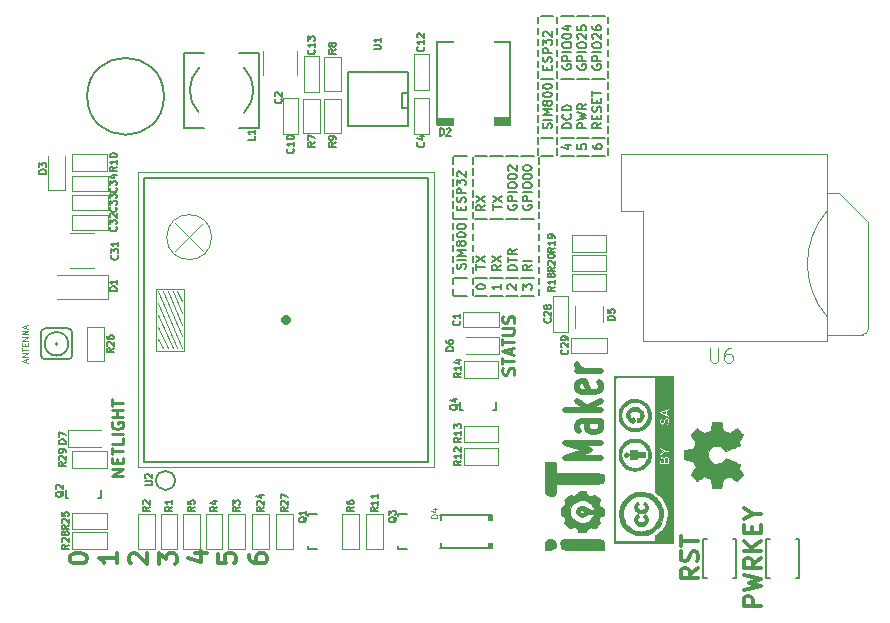
<source format=gto>
G04 #@! TF.GenerationSoftware,KiCad,Pcbnew,no-vcs-found-7688~57~ubuntu16.04.1*
G04 #@! TF.CreationDate,2017-03-02T14:26:04+07:00*
G04 #@! TF.ProjectId,cellular,63656C6C756C61722E6B696361645F70,rev?*
G04 #@! TF.FileFunction,Legend,Top*
G04 #@! TF.FilePolarity,Positive*
%FSLAX46Y46*%
G04 Gerber Fmt 4.6, Leading zero omitted, Abs format (unit mm)*
G04 Created by KiCad (PCBNEW no-vcs-found-7688~57~ubuntu16.04.1) date Thu Mar  2 14:26:04 2017*
%MOMM*%
%LPD*%
G01*
G04 APERTURE LIST*
%ADD10C,0.100000*%
%ADD11C,0.300000*%
%ADD12C,0.250000*%
%ADD13C,0.187500*%
%ADD14C,0.500000*%
%ADD15C,0.200000*%
%ADD16C,0.010000*%
%ADD17C,0.002540*%
%ADD18C,0.150000*%
%ADD19C,0.120000*%
%ADD20C,0.177800*%
%ADD21C,0.127000*%
%ADD22C,0.203200*%
%ADD23C,0.812800*%
%ADD24C,0.050000*%
%ADD25C,0.119380*%
%ADD26C,0.101600*%
G04 APERTURE END LIST*
D10*
D11*
X161270071Y-145422428D02*
X159770071Y-145422428D01*
X159770071Y-144851000D01*
X159841500Y-144708142D01*
X159912928Y-144636714D01*
X160055785Y-144565285D01*
X160270071Y-144565285D01*
X160412928Y-144636714D01*
X160484357Y-144708142D01*
X160555785Y-144851000D01*
X160555785Y-145422428D01*
X159770071Y-144065285D02*
X161270071Y-143708142D01*
X160198642Y-143422428D01*
X161270071Y-143136714D01*
X159770071Y-142779571D01*
X161270071Y-141351000D02*
X160555785Y-141851000D01*
X161270071Y-142208142D02*
X159770071Y-142208142D01*
X159770071Y-141636714D01*
X159841500Y-141493857D01*
X159912928Y-141422428D01*
X160055785Y-141351000D01*
X160270071Y-141351000D01*
X160412928Y-141422428D01*
X160484357Y-141493857D01*
X160555785Y-141636714D01*
X160555785Y-142208142D01*
X161270071Y-140708142D02*
X159770071Y-140708142D01*
X161270071Y-139851000D02*
X160412928Y-140493857D01*
X159770071Y-139851000D02*
X160627214Y-140708142D01*
X160484357Y-139208142D02*
X160484357Y-138708142D01*
X161270071Y-138493857D02*
X161270071Y-139208142D01*
X159770071Y-139208142D01*
X159770071Y-138493857D01*
X160555785Y-137565285D02*
X161270071Y-137565285D01*
X159770071Y-138065285D02*
X160555785Y-137565285D01*
X159770071Y-137065285D01*
X155936071Y-142172428D02*
X155221785Y-142672428D01*
X155936071Y-143029571D02*
X154436071Y-143029571D01*
X154436071Y-142458142D01*
X154507500Y-142315285D01*
X154578928Y-142243857D01*
X154721785Y-142172428D01*
X154936071Y-142172428D01*
X155078928Y-142243857D01*
X155150357Y-142315285D01*
X155221785Y-142458142D01*
X155221785Y-143029571D01*
X155864642Y-141601000D02*
X155936071Y-141386714D01*
X155936071Y-141029571D01*
X155864642Y-140886714D01*
X155793214Y-140815285D01*
X155650357Y-140743857D01*
X155507500Y-140743857D01*
X155364642Y-140815285D01*
X155293214Y-140886714D01*
X155221785Y-141029571D01*
X155150357Y-141315285D01*
X155078928Y-141458142D01*
X155007500Y-141529571D01*
X154864642Y-141601000D01*
X154721785Y-141601000D01*
X154578928Y-141529571D01*
X154507500Y-141458142D01*
X154436071Y-141315285D01*
X154436071Y-140958142D01*
X154507500Y-140743857D01*
X154436071Y-140315285D02*
X154436071Y-139458142D01*
X155936071Y-139886714D02*
X154436071Y-139886714D01*
D12*
X107259380Y-134357666D02*
X106259380Y-134357666D01*
X107259380Y-133786238D01*
X106259380Y-133786238D01*
X106735571Y-133310047D02*
X106735571Y-132976714D01*
X107259380Y-132833857D02*
X107259380Y-133310047D01*
X106259380Y-133310047D01*
X106259380Y-132833857D01*
X106259380Y-132548142D02*
X106259380Y-131976714D01*
X107259380Y-132262428D02*
X106259380Y-132262428D01*
X107259380Y-131167190D02*
X107259380Y-131643380D01*
X106259380Y-131643380D01*
X107259380Y-130833857D02*
X106259380Y-130833857D01*
X106307000Y-129833857D02*
X106259380Y-129929095D01*
X106259380Y-130071952D01*
X106307000Y-130214809D01*
X106402238Y-130310047D01*
X106497476Y-130357666D01*
X106687952Y-130405285D01*
X106830809Y-130405285D01*
X107021285Y-130357666D01*
X107116523Y-130310047D01*
X107211761Y-130214809D01*
X107259380Y-130071952D01*
X107259380Y-129976714D01*
X107211761Y-129833857D01*
X107164142Y-129786238D01*
X106830809Y-129786238D01*
X106830809Y-129976714D01*
X107259380Y-129357666D02*
X106259380Y-129357666D01*
X106735571Y-129357666D02*
X106735571Y-128786238D01*
X107259380Y-128786238D02*
X106259380Y-128786238D01*
X106259380Y-128452904D02*
X106259380Y-127881476D01*
X107259380Y-128167190D02*
X106259380Y-128167190D01*
X140295261Y-125793190D02*
X140342880Y-125650333D01*
X140342880Y-125412238D01*
X140295261Y-125317000D01*
X140247642Y-125269380D01*
X140152404Y-125221761D01*
X140057166Y-125221761D01*
X139961928Y-125269380D01*
X139914309Y-125317000D01*
X139866690Y-125412238D01*
X139819071Y-125602714D01*
X139771452Y-125697952D01*
X139723833Y-125745571D01*
X139628595Y-125793190D01*
X139533357Y-125793190D01*
X139438119Y-125745571D01*
X139390500Y-125697952D01*
X139342880Y-125602714D01*
X139342880Y-125364619D01*
X139390500Y-125221761D01*
X139342880Y-124936047D02*
X139342880Y-124364619D01*
X140342880Y-124650333D02*
X139342880Y-124650333D01*
X140057166Y-124078904D02*
X140057166Y-123602714D01*
X140342880Y-124174142D02*
X139342880Y-123840809D01*
X140342880Y-123507476D01*
X139342880Y-123317000D02*
X139342880Y-122745571D01*
X140342880Y-123031285D02*
X139342880Y-123031285D01*
X139342880Y-122412238D02*
X140152404Y-122412238D01*
X140247642Y-122364619D01*
X140295261Y-122317000D01*
X140342880Y-122221761D01*
X140342880Y-122031285D01*
X140295261Y-121936047D01*
X140247642Y-121888428D01*
X140152404Y-121840809D01*
X139342880Y-121840809D01*
X140295261Y-121412238D02*
X140342880Y-121269380D01*
X140342880Y-121031285D01*
X140295261Y-120936047D01*
X140247642Y-120888428D01*
X140152404Y-120840809D01*
X140057166Y-120840809D01*
X139961928Y-120888428D01*
X139914309Y-120936047D01*
X139866690Y-121031285D01*
X139819071Y-121221761D01*
X139771452Y-121317000D01*
X139723833Y-121364619D01*
X139628595Y-121412238D01*
X139533357Y-121412238D01*
X139438119Y-121364619D01*
X139390500Y-121317000D01*
X139342880Y-121221761D01*
X139342880Y-120983666D01*
X139390500Y-120840809D01*
D13*
X145390285Y-95440500D02*
X144318857Y-95440500D01*
X146702785Y-95440500D02*
X145631357Y-95440500D01*
X148015285Y-95440500D02*
X146943857Y-95440500D01*
X145390285Y-100774500D02*
X144318857Y-100774500D01*
X146702785Y-100774500D02*
X145631357Y-100774500D01*
X148015285Y-100774500D02*
X146943857Y-100774500D01*
X148326071Y-107205053D02*
X148326071Y-106633625D01*
X148326071Y-106276482D02*
X148326071Y-105705053D01*
X148326071Y-105347910D02*
X148326071Y-104776482D01*
X148326071Y-104419339D02*
X148326071Y-103847910D01*
X148326071Y-103490767D02*
X148326071Y-102919339D01*
X148326071Y-102562196D02*
X148326071Y-101990767D01*
X148326071Y-101633625D02*
X148326071Y-101062196D01*
X148326071Y-100705053D02*
X148326071Y-100133625D01*
X148326071Y-99776482D02*
X148326071Y-99205053D01*
X148326071Y-98847910D02*
X148326071Y-98276482D01*
X148326071Y-97919339D02*
X148326071Y-97347910D01*
X148326071Y-96990767D02*
X148326071Y-96419339D01*
X148326071Y-96062196D02*
X148326071Y-95490767D01*
X145390285Y-105727500D02*
X144318857Y-105727500D01*
X146702785Y-105727500D02*
X145631357Y-105727500D01*
X148015285Y-105727500D02*
X146943857Y-105727500D01*
X145390285Y-107251500D02*
X144318857Y-107251500D01*
X146702785Y-107251500D02*
X145631357Y-107251500D01*
X148015285Y-107251500D02*
X146943857Y-107251500D01*
X143654785Y-100774500D02*
X142583357Y-100774500D01*
X143138928Y-99966053D02*
X143138928Y-99716053D01*
X143531785Y-99608910D02*
X143531785Y-99966053D01*
X142781785Y-99966053D01*
X142781785Y-99608910D01*
X143496071Y-99323196D02*
X143531785Y-99216053D01*
X143531785Y-99037482D01*
X143496071Y-98966053D01*
X143460357Y-98930339D01*
X143388928Y-98894625D01*
X143317500Y-98894625D01*
X143246071Y-98930339D01*
X143210357Y-98966053D01*
X143174642Y-99037482D01*
X143138928Y-99180339D01*
X143103214Y-99251767D01*
X143067500Y-99287482D01*
X142996071Y-99323196D01*
X142924642Y-99323196D01*
X142853214Y-99287482D01*
X142817500Y-99251767D01*
X142781785Y-99180339D01*
X142781785Y-99001767D01*
X142817500Y-98894625D01*
X143531785Y-98573196D02*
X142781785Y-98573196D01*
X142781785Y-98287482D01*
X142817500Y-98216053D01*
X142853214Y-98180339D01*
X142924642Y-98144625D01*
X143031785Y-98144625D01*
X143103214Y-98180339D01*
X143138928Y-98216053D01*
X143174642Y-98287482D01*
X143174642Y-98573196D01*
X142781785Y-97894625D02*
X142781785Y-97430339D01*
X143067500Y-97680339D01*
X143067500Y-97573196D01*
X143103214Y-97501767D01*
X143138928Y-97466053D01*
X143210357Y-97430339D01*
X143388928Y-97430339D01*
X143460357Y-97466053D01*
X143496071Y-97501767D01*
X143531785Y-97573196D01*
X143531785Y-97787482D01*
X143496071Y-97858910D01*
X143460357Y-97894625D01*
X142853214Y-97144625D02*
X142817500Y-97108910D01*
X142781785Y-97037482D01*
X142781785Y-96858910D01*
X142817500Y-96787482D01*
X142853214Y-96751767D01*
X142924642Y-96716053D01*
X142996071Y-96716053D01*
X143103214Y-96751767D01*
X143531785Y-97180339D01*
X143531785Y-96716053D01*
X143496071Y-104954767D02*
X143531785Y-104847625D01*
X143531785Y-104669053D01*
X143496071Y-104597625D01*
X143460357Y-104561910D01*
X143388928Y-104526196D01*
X143317500Y-104526196D01*
X143246071Y-104561910D01*
X143210357Y-104597625D01*
X143174642Y-104669053D01*
X143138928Y-104811910D01*
X143103214Y-104883339D01*
X143067500Y-104919053D01*
X142996071Y-104954767D01*
X142924642Y-104954767D01*
X142853214Y-104919053D01*
X142817500Y-104883339D01*
X142781785Y-104811910D01*
X142781785Y-104633339D01*
X142817500Y-104526196D01*
X143531785Y-104204767D02*
X142781785Y-104204767D01*
X143531785Y-103847625D02*
X142781785Y-103847625D01*
X143317500Y-103597625D01*
X142781785Y-103347625D01*
X143531785Y-103347625D01*
X143103214Y-102883339D02*
X143067500Y-102954767D01*
X143031785Y-102990482D01*
X142960357Y-103026196D01*
X142924642Y-103026196D01*
X142853214Y-102990482D01*
X142817500Y-102954767D01*
X142781785Y-102883339D01*
X142781785Y-102740482D01*
X142817500Y-102669053D01*
X142853214Y-102633339D01*
X142924642Y-102597625D01*
X142960357Y-102597625D01*
X143031785Y-102633339D01*
X143067500Y-102669053D01*
X143103214Y-102740482D01*
X143103214Y-102883339D01*
X143138928Y-102954767D01*
X143174642Y-102990482D01*
X143246071Y-103026196D01*
X143388928Y-103026196D01*
X143460357Y-102990482D01*
X143496071Y-102954767D01*
X143531785Y-102883339D01*
X143531785Y-102740482D01*
X143496071Y-102669053D01*
X143460357Y-102633339D01*
X143388928Y-102597625D01*
X143246071Y-102597625D01*
X143174642Y-102633339D01*
X143138928Y-102669053D01*
X143103214Y-102740482D01*
X142781785Y-102133339D02*
X142781785Y-102061910D01*
X142817500Y-101990482D01*
X142853214Y-101954767D01*
X142924642Y-101919053D01*
X143067500Y-101883339D01*
X143246071Y-101883339D01*
X143388928Y-101919053D01*
X143460357Y-101954767D01*
X143496071Y-101990482D01*
X143531785Y-102061910D01*
X143531785Y-102133339D01*
X143496071Y-102204767D01*
X143460357Y-102240482D01*
X143388928Y-102276196D01*
X143246071Y-102311910D01*
X143067500Y-102311910D01*
X142924642Y-102276196D01*
X142853214Y-102240482D01*
X142817500Y-102204767D01*
X142781785Y-102133339D01*
X142781785Y-101419053D02*
X142781785Y-101347625D01*
X142817500Y-101276196D01*
X142853214Y-101240482D01*
X142924642Y-101204767D01*
X143067500Y-101169053D01*
X143246071Y-101169053D01*
X143388928Y-101204767D01*
X143460357Y-101240482D01*
X143496071Y-101276196D01*
X143531785Y-101347625D01*
X143531785Y-101419053D01*
X143496071Y-101490482D01*
X143460357Y-101526196D01*
X143388928Y-101561910D01*
X143246071Y-101597625D01*
X143067500Y-101597625D01*
X142924642Y-101561910D01*
X142853214Y-101526196D01*
X142817500Y-101490482D01*
X142781785Y-101419053D01*
X142357071Y-107205053D02*
X142357071Y-106633625D01*
X142357071Y-106276482D02*
X142357071Y-105705053D01*
X142357071Y-105347910D02*
X142357071Y-104776482D01*
X142357071Y-104419339D02*
X142357071Y-103847910D01*
X142357071Y-103490767D02*
X142357071Y-102919339D01*
X142357071Y-102562196D02*
X142357071Y-101990767D01*
X142357071Y-101633625D02*
X142357071Y-101062196D01*
X142357071Y-100705053D02*
X142357071Y-100133625D01*
X142357071Y-99776482D02*
X142357071Y-99205053D01*
X142357071Y-98847910D02*
X142357071Y-98276482D01*
X142357071Y-97919339D02*
X142357071Y-97347910D01*
X142357071Y-96990767D02*
X142357071Y-96419339D01*
X142357071Y-96062196D02*
X142357071Y-95490767D01*
X144008071Y-107205053D02*
X144008071Y-106633625D01*
X144008071Y-106276482D02*
X144008071Y-105705053D01*
X144008071Y-105347910D02*
X144008071Y-104776482D01*
X144008071Y-104419339D02*
X144008071Y-103847910D01*
X144008071Y-103490767D02*
X144008071Y-102919339D01*
X144008071Y-102562196D02*
X144008071Y-101990767D01*
X144008071Y-101633625D02*
X144008071Y-101062196D01*
X144008071Y-100705053D02*
X144008071Y-100133625D01*
X144008071Y-99776482D02*
X144008071Y-99205053D01*
X144008071Y-98847910D02*
X144008071Y-98276482D01*
X144008071Y-97919339D02*
X144008071Y-97347910D01*
X144008071Y-96990767D02*
X144008071Y-96419339D01*
X144008071Y-96062196D02*
X144008071Y-95490767D01*
X143654785Y-107251500D02*
X142583357Y-107251500D01*
X143654785Y-105727500D02*
X142583357Y-105727500D01*
X143654785Y-95440500D02*
X142583357Y-95440500D01*
X142420571Y-119079553D02*
X142420571Y-118508125D01*
X142420571Y-118150982D02*
X142420571Y-117579553D01*
X142420571Y-117222410D02*
X142420571Y-116650982D01*
X142420571Y-116293839D02*
X142420571Y-115722410D01*
X142420571Y-115365267D02*
X142420571Y-114793839D01*
X142420571Y-114436696D02*
X142420571Y-113865267D01*
X142420571Y-113508125D02*
X142420571Y-112936696D01*
X142420571Y-112579553D02*
X142420571Y-112008125D01*
X142420571Y-111650982D02*
X142420571Y-111079553D01*
X142420571Y-110722410D02*
X142420571Y-110150982D01*
X142420571Y-109793839D02*
X142420571Y-109222410D01*
X142420571Y-108865267D02*
X142420571Y-108293839D01*
X142420571Y-107936696D02*
X142420571Y-107365267D01*
X135181571Y-119079553D02*
X135181571Y-118508125D01*
X135181571Y-118150982D02*
X135181571Y-117579553D01*
X135181571Y-117222410D02*
X135181571Y-116650982D01*
X135181571Y-116293839D02*
X135181571Y-115722410D01*
X135181571Y-115365267D02*
X135181571Y-114793839D01*
X135181571Y-114436696D02*
X135181571Y-113865267D01*
X135181571Y-113508125D02*
X135181571Y-112936696D01*
X135181571Y-112579553D02*
X135181571Y-112008125D01*
X135181571Y-111650982D02*
X135181571Y-111079553D01*
X135181571Y-110722410D02*
X135181571Y-110150982D01*
X135181571Y-109793839D02*
X135181571Y-109222410D01*
X135181571Y-108865267D02*
X135181571Y-108293839D01*
X135181571Y-107936696D02*
X135181571Y-107365267D01*
X138066535Y-107315000D02*
X136995107Y-107315000D01*
X139379035Y-107315000D02*
X138307607Y-107315000D01*
X140691535Y-107315000D02*
X139620107Y-107315000D01*
X142004035Y-107315000D02*
X140932607Y-107315000D01*
X136352285Y-107315000D02*
X135280857Y-107315000D01*
X136352285Y-112649000D02*
X135280857Y-112649000D01*
X136352285Y-117602000D02*
X135280857Y-117602000D01*
X136352285Y-119126000D02*
X135280857Y-119126000D01*
X138066535Y-119126000D02*
X136995107Y-119126000D01*
X139379035Y-119126000D02*
X138307607Y-119126000D01*
X140691535Y-119126000D02*
X139620107Y-119126000D01*
X142004035Y-119126000D02*
X140932607Y-119126000D01*
X138066535Y-112649000D02*
X136995107Y-112649000D01*
X139379035Y-112649000D02*
X138307607Y-112649000D01*
X140691535Y-112649000D02*
X139620107Y-112649000D01*
X142004035Y-112649000D02*
X140932607Y-112649000D01*
X136832571Y-119079553D02*
X136832571Y-118508125D01*
X136832571Y-118150982D02*
X136832571Y-117579553D01*
X136832571Y-117222410D02*
X136832571Y-116650982D01*
X136832571Y-116293839D02*
X136832571Y-115722410D01*
X136832571Y-115365267D02*
X136832571Y-114793839D01*
X136832571Y-114436696D02*
X136832571Y-113865267D01*
X136832571Y-113508125D02*
X136832571Y-112936696D01*
X136832571Y-112579553D02*
X136832571Y-112008125D01*
X136832571Y-111650982D02*
X136832571Y-111079553D01*
X136832571Y-110722410D02*
X136832571Y-110150982D01*
X136832571Y-109793839D02*
X136832571Y-109222410D01*
X136832571Y-108865267D02*
X136832571Y-108293839D01*
X136832571Y-107936696D02*
X136832571Y-107365267D01*
X138066535Y-117602000D02*
X136995107Y-117602000D01*
X139379035Y-117602000D02*
X138307607Y-117602000D01*
X140691535Y-117602000D02*
X139620107Y-117602000D01*
X142004035Y-117602000D02*
X140932607Y-117602000D01*
X144640285Y-106346642D02*
X145140285Y-106346642D01*
X144354571Y-106525214D02*
X144890285Y-106703785D01*
X144890285Y-106239500D01*
X145702785Y-106310928D02*
X145702785Y-106668071D01*
X146059928Y-106703785D01*
X146024214Y-106668071D01*
X145988500Y-106596642D01*
X145988500Y-106418071D01*
X146024214Y-106346642D01*
X146059928Y-106310928D01*
X146131357Y-106275214D01*
X146309928Y-106275214D01*
X146381357Y-106310928D01*
X146417071Y-106346642D01*
X146452785Y-106418071D01*
X146452785Y-106596642D01*
X146417071Y-106668071D01*
X146381357Y-106703785D01*
X147015285Y-106346642D02*
X147015285Y-106489500D01*
X147051000Y-106560928D01*
X147086714Y-106596642D01*
X147193857Y-106668071D01*
X147336714Y-106703785D01*
X147622428Y-106703785D01*
X147693857Y-106668071D01*
X147729571Y-106632357D01*
X147765285Y-106560928D01*
X147765285Y-106418071D01*
X147729571Y-106346642D01*
X147693857Y-106310928D01*
X147622428Y-106275214D01*
X147443857Y-106275214D01*
X147372428Y-106310928D01*
X147336714Y-106346642D01*
X147301000Y-106418071D01*
X147301000Y-106560928D01*
X147336714Y-106632357D01*
X147372428Y-106668071D01*
X147443857Y-106703785D01*
X137130035Y-118399714D02*
X137130035Y-118328285D01*
X137165750Y-118256857D01*
X137201464Y-118221142D01*
X137272892Y-118185428D01*
X137415750Y-118149714D01*
X137594321Y-118149714D01*
X137737178Y-118185428D01*
X137808607Y-118221142D01*
X137844321Y-118256857D01*
X137880035Y-118328285D01*
X137880035Y-118399714D01*
X137844321Y-118471142D01*
X137808607Y-118506857D01*
X137737178Y-118542571D01*
X137594321Y-118578285D01*
X137415750Y-118578285D01*
X137272892Y-118542571D01*
X137201464Y-118506857D01*
X137165750Y-118471142D01*
X137130035Y-118399714D01*
X139192535Y-118149714D02*
X139192535Y-118578285D01*
X139192535Y-118364000D02*
X138442535Y-118364000D01*
X138549678Y-118435428D01*
X138621107Y-118506857D01*
X138656821Y-118578285D01*
X139826464Y-118578285D02*
X139790750Y-118542571D01*
X139755035Y-118471142D01*
X139755035Y-118292571D01*
X139790750Y-118221142D01*
X139826464Y-118185428D01*
X139897892Y-118149714D01*
X139969321Y-118149714D01*
X140076464Y-118185428D01*
X140505035Y-118614000D01*
X140505035Y-118149714D01*
X141067535Y-118614000D02*
X141067535Y-118149714D01*
X141353250Y-118399714D01*
X141353250Y-118292571D01*
X141388964Y-118221142D01*
X141424678Y-118185428D01*
X141496107Y-118149714D01*
X141674678Y-118149714D01*
X141746107Y-118185428D01*
X141781821Y-118221142D01*
X141817535Y-118292571D01*
X141817535Y-118506857D01*
X141781821Y-118578285D01*
X141746107Y-118614000D01*
X145738500Y-99573196D02*
X145702785Y-99644625D01*
X145702785Y-99751767D01*
X145738500Y-99858910D01*
X145809928Y-99930339D01*
X145881357Y-99966053D01*
X146024214Y-100001767D01*
X146131357Y-100001767D01*
X146274214Y-99966053D01*
X146345642Y-99930339D01*
X146417071Y-99858910D01*
X146452785Y-99751767D01*
X146452785Y-99680339D01*
X146417071Y-99573196D01*
X146381357Y-99537482D01*
X146131357Y-99537482D01*
X146131357Y-99680339D01*
X146452785Y-99216053D02*
X145702785Y-99216053D01*
X145702785Y-98930339D01*
X145738500Y-98858910D01*
X145774214Y-98823196D01*
X145845642Y-98787482D01*
X145952785Y-98787482D01*
X146024214Y-98823196D01*
X146059928Y-98858910D01*
X146095642Y-98930339D01*
X146095642Y-99216053D01*
X146452785Y-98466053D02*
X145702785Y-98466053D01*
X145702785Y-97966053D02*
X145702785Y-97823196D01*
X145738500Y-97751767D01*
X145809928Y-97680339D01*
X145952785Y-97644625D01*
X146202785Y-97644625D01*
X146345642Y-97680339D01*
X146417071Y-97751767D01*
X146452785Y-97823196D01*
X146452785Y-97966053D01*
X146417071Y-98037482D01*
X146345642Y-98108910D01*
X146202785Y-98144625D01*
X145952785Y-98144625D01*
X145809928Y-98108910D01*
X145738500Y-98037482D01*
X145702785Y-97966053D01*
X145774214Y-97358910D02*
X145738500Y-97323196D01*
X145702785Y-97251767D01*
X145702785Y-97073196D01*
X145738500Y-97001767D01*
X145774214Y-96966053D01*
X145845642Y-96930339D01*
X145917071Y-96930339D01*
X146024214Y-96966053D01*
X146452785Y-97394625D01*
X146452785Y-96930339D01*
X145702785Y-96251767D02*
X145702785Y-96608910D01*
X146059928Y-96644625D01*
X146024214Y-96608910D01*
X145988500Y-96537482D01*
X145988500Y-96358910D01*
X146024214Y-96287482D01*
X146059928Y-96251767D01*
X146131357Y-96216053D01*
X146309928Y-96216053D01*
X146381357Y-96251767D01*
X146417071Y-96287482D01*
X146452785Y-96358910D01*
X146452785Y-96537482D01*
X146417071Y-96608910D01*
X146381357Y-96644625D01*
X144468500Y-99571785D02*
X144432785Y-99643214D01*
X144432785Y-99750357D01*
X144468500Y-99857500D01*
X144539928Y-99928928D01*
X144611357Y-99964642D01*
X144754214Y-100000357D01*
X144861357Y-100000357D01*
X145004214Y-99964642D01*
X145075642Y-99928928D01*
X145147071Y-99857500D01*
X145182785Y-99750357D01*
X145182785Y-99678928D01*
X145147071Y-99571785D01*
X145111357Y-99536071D01*
X144861357Y-99536071D01*
X144861357Y-99678928D01*
X145182785Y-99214642D02*
X144432785Y-99214642D01*
X144432785Y-98928928D01*
X144468500Y-98857500D01*
X144504214Y-98821785D01*
X144575642Y-98786071D01*
X144682785Y-98786071D01*
X144754214Y-98821785D01*
X144789928Y-98857500D01*
X144825642Y-98928928D01*
X144825642Y-99214642D01*
X145182785Y-98464642D02*
X144432785Y-98464642D01*
X144432785Y-97964642D02*
X144432785Y-97821785D01*
X144468500Y-97750357D01*
X144539928Y-97678928D01*
X144682785Y-97643214D01*
X144932785Y-97643214D01*
X145075642Y-97678928D01*
X145147071Y-97750357D01*
X145182785Y-97821785D01*
X145182785Y-97964642D01*
X145147071Y-98036071D01*
X145075642Y-98107500D01*
X144932785Y-98143214D01*
X144682785Y-98143214D01*
X144539928Y-98107500D01*
X144468500Y-98036071D01*
X144432785Y-97964642D01*
X144432785Y-97178928D02*
X144432785Y-97107500D01*
X144468500Y-97036071D01*
X144504214Y-97000357D01*
X144575642Y-96964642D01*
X144718500Y-96928928D01*
X144897071Y-96928928D01*
X145039928Y-96964642D01*
X145111357Y-97000357D01*
X145147071Y-97036071D01*
X145182785Y-97107500D01*
X145182785Y-97178928D01*
X145147071Y-97250357D01*
X145111357Y-97286071D01*
X145039928Y-97321785D01*
X144897071Y-97357500D01*
X144718500Y-97357500D01*
X144575642Y-97321785D01*
X144504214Y-97286071D01*
X144468500Y-97250357D01*
X144432785Y-97178928D01*
X144682785Y-96286071D02*
X145182785Y-96286071D01*
X144397071Y-96464642D02*
X144932785Y-96643214D01*
X144932785Y-96178928D01*
X145182785Y-104919053D02*
X144432785Y-104919053D01*
X144432785Y-104740482D01*
X144468500Y-104633339D01*
X144539928Y-104561910D01*
X144611357Y-104526196D01*
X144754214Y-104490482D01*
X144861357Y-104490482D01*
X145004214Y-104526196D01*
X145075642Y-104561910D01*
X145147071Y-104633339D01*
X145182785Y-104740482D01*
X145182785Y-104919053D01*
X145111357Y-103740482D02*
X145147071Y-103776196D01*
X145182785Y-103883339D01*
X145182785Y-103954767D01*
X145147071Y-104061910D01*
X145075642Y-104133339D01*
X145004214Y-104169053D01*
X144861357Y-104204767D01*
X144754214Y-104204767D01*
X144611357Y-104169053D01*
X144539928Y-104133339D01*
X144468500Y-104061910D01*
X144432785Y-103954767D01*
X144432785Y-103883339D01*
X144468500Y-103776196D01*
X144504214Y-103740482D01*
X145182785Y-103419053D02*
X144432785Y-103419053D01*
X144432785Y-103240482D01*
X144468500Y-103133339D01*
X144539928Y-103061910D01*
X144611357Y-103026196D01*
X144754214Y-102990482D01*
X144861357Y-102990482D01*
X145004214Y-103026196D01*
X145075642Y-103061910D01*
X145147071Y-103133339D01*
X145182785Y-103240482D01*
X145182785Y-103419053D01*
X147008500Y-99573196D02*
X146972785Y-99644625D01*
X146972785Y-99751767D01*
X147008500Y-99858910D01*
X147079928Y-99930339D01*
X147151357Y-99966053D01*
X147294214Y-100001767D01*
X147401357Y-100001767D01*
X147544214Y-99966053D01*
X147615642Y-99930339D01*
X147687071Y-99858910D01*
X147722785Y-99751767D01*
X147722785Y-99680339D01*
X147687071Y-99573196D01*
X147651357Y-99537482D01*
X147401357Y-99537482D01*
X147401357Y-99680339D01*
X147722785Y-99216053D02*
X146972785Y-99216053D01*
X146972785Y-98930339D01*
X147008500Y-98858910D01*
X147044214Y-98823196D01*
X147115642Y-98787482D01*
X147222785Y-98787482D01*
X147294214Y-98823196D01*
X147329928Y-98858910D01*
X147365642Y-98930339D01*
X147365642Y-99216053D01*
X147722785Y-98466053D02*
X146972785Y-98466053D01*
X146972785Y-97966053D02*
X146972785Y-97823196D01*
X147008500Y-97751767D01*
X147079928Y-97680339D01*
X147222785Y-97644625D01*
X147472785Y-97644625D01*
X147615642Y-97680339D01*
X147687071Y-97751767D01*
X147722785Y-97823196D01*
X147722785Y-97966053D01*
X147687071Y-98037482D01*
X147615642Y-98108910D01*
X147472785Y-98144625D01*
X147222785Y-98144625D01*
X147079928Y-98108910D01*
X147008500Y-98037482D01*
X146972785Y-97966053D01*
X147044214Y-97358910D02*
X147008500Y-97323196D01*
X146972785Y-97251767D01*
X146972785Y-97073196D01*
X147008500Y-97001767D01*
X147044214Y-96966053D01*
X147115642Y-96930339D01*
X147187071Y-96930339D01*
X147294214Y-96966053D01*
X147722785Y-97394625D01*
X147722785Y-96930339D01*
X146972785Y-96287482D02*
X146972785Y-96430339D01*
X147008500Y-96501767D01*
X147044214Y-96537482D01*
X147151357Y-96608910D01*
X147294214Y-96644625D01*
X147579928Y-96644625D01*
X147651357Y-96608910D01*
X147687071Y-96573196D01*
X147722785Y-96501767D01*
X147722785Y-96358910D01*
X147687071Y-96287482D01*
X147651357Y-96251767D01*
X147579928Y-96216053D01*
X147401357Y-96216053D01*
X147329928Y-96251767D01*
X147294214Y-96287482D01*
X147258500Y-96358910D01*
X147258500Y-96501767D01*
X147294214Y-96573196D01*
X147329928Y-96608910D01*
X147401357Y-96644625D01*
X146452785Y-104919053D02*
X145702785Y-104919053D01*
X145702785Y-104633339D01*
X145738500Y-104561910D01*
X145774214Y-104526196D01*
X145845642Y-104490482D01*
X145952785Y-104490482D01*
X146024214Y-104526196D01*
X146059928Y-104561910D01*
X146095642Y-104633339D01*
X146095642Y-104919053D01*
X145702785Y-104240482D02*
X146452785Y-104061910D01*
X145917071Y-103919053D01*
X146452785Y-103776196D01*
X145702785Y-103597625D01*
X146452785Y-102883339D02*
X146095642Y-103133339D01*
X146452785Y-103311910D02*
X145702785Y-103311910D01*
X145702785Y-103026196D01*
X145738500Y-102954767D01*
X145774214Y-102919053D01*
X145845642Y-102883339D01*
X145952785Y-102883339D01*
X146024214Y-102919053D01*
X146059928Y-102954767D01*
X146095642Y-103026196D01*
X146095642Y-103311910D01*
X147722785Y-104490482D02*
X147365642Y-104740482D01*
X147722785Y-104919053D02*
X146972785Y-104919053D01*
X146972785Y-104633339D01*
X147008500Y-104561910D01*
X147044214Y-104526196D01*
X147115642Y-104490482D01*
X147222785Y-104490482D01*
X147294214Y-104526196D01*
X147329928Y-104561910D01*
X147365642Y-104633339D01*
X147365642Y-104919053D01*
X147329928Y-104169053D02*
X147329928Y-103919053D01*
X147722785Y-103811910D02*
X147722785Y-104169053D01*
X146972785Y-104169053D01*
X146972785Y-103811910D01*
X147687071Y-103526196D02*
X147722785Y-103419053D01*
X147722785Y-103240482D01*
X147687071Y-103169053D01*
X147651357Y-103133339D01*
X147579928Y-103097625D01*
X147508500Y-103097625D01*
X147437071Y-103133339D01*
X147401357Y-103169053D01*
X147365642Y-103240482D01*
X147329928Y-103383339D01*
X147294214Y-103454767D01*
X147258500Y-103490482D01*
X147187071Y-103526196D01*
X147115642Y-103526196D01*
X147044214Y-103490482D01*
X147008500Y-103454767D01*
X146972785Y-103383339D01*
X146972785Y-103204767D01*
X147008500Y-103097625D01*
X147329928Y-102776196D02*
X147329928Y-102526196D01*
X147722785Y-102419053D02*
X147722785Y-102776196D01*
X146972785Y-102776196D01*
X146972785Y-102419053D01*
X146972785Y-102204767D02*
X146972785Y-101776196D01*
X147722785Y-101990482D02*
X146972785Y-101990482D01*
X141103000Y-111447696D02*
X141067285Y-111519125D01*
X141067285Y-111626267D01*
X141103000Y-111733410D01*
X141174428Y-111804839D01*
X141245857Y-111840553D01*
X141388714Y-111876267D01*
X141495857Y-111876267D01*
X141638714Y-111840553D01*
X141710142Y-111804839D01*
X141781571Y-111733410D01*
X141817285Y-111626267D01*
X141817285Y-111554839D01*
X141781571Y-111447696D01*
X141745857Y-111411982D01*
X141495857Y-111411982D01*
X141495857Y-111554839D01*
X141817285Y-111090553D02*
X141067285Y-111090553D01*
X141067285Y-110804839D01*
X141103000Y-110733410D01*
X141138714Y-110697696D01*
X141210142Y-110661982D01*
X141317285Y-110661982D01*
X141388714Y-110697696D01*
X141424428Y-110733410D01*
X141460142Y-110804839D01*
X141460142Y-111090553D01*
X141817285Y-110340553D02*
X141067285Y-110340553D01*
X141067285Y-109840553D02*
X141067285Y-109697696D01*
X141103000Y-109626267D01*
X141174428Y-109554839D01*
X141317285Y-109519125D01*
X141567285Y-109519125D01*
X141710142Y-109554839D01*
X141781571Y-109626267D01*
X141817285Y-109697696D01*
X141817285Y-109840553D01*
X141781571Y-109911982D01*
X141710142Y-109983410D01*
X141567285Y-110019125D01*
X141317285Y-110019125D01*
X141174428Y-109983410D01*
X141103000Y-109911982D01*
X141067285Y-109840553D01*
X141067285Y-109054839D02*
X141067285Y-108983410D01*
X141103000Y-108911982D01*
X141138714Y-108876267D01*
X141210142Y-108840553D01*
X141353000Y-108804839D01*
X141531571Y-108804839D01*
X141674428Y-108840553D01*
X141745857Y-108876267D01*
X141781571Y-108911982D01*
X141817285Y-108983410D01*
X141817285Y-109054839D01*
X141781571Y-109126267D01*
X141745857Y-109161982D01*
X141674428Y-109197696D01*
X141531571Y-109233410D01*
X141353000Y-109233410D01*
X141210142Y-109197696D01*
X141138714Y-109161982D01*
X141103000Y-109126267D01*
X141067285Y-109054839D01*
X141067285Y-108340553D02*
X141067285Y-108269125D01*
X141103000Y-108197696D01*
X141138714Y-108161982D01*
X141210142Y-108126267D01*
X141353000Y-108090553D01*
X141531571Y-108090553D01*
X141674428Y-108126267D01*
X141745857Y-108161982D01*
X141781571Y-108197696D01*
X141817285Y-108269125D01*
X141817285Y-108340553D01*
X141781571Y-108411982D01*
X141745857Y-108447696D01*
X141674428Y-108483410D01*
X141531571Y-108519125D01*
X141353000Y-108519125D01*
X141210142Y-108483410D01*
X141138714Y-108447696D01*
X141103000Y-108411982D01*
X141067285Y-108340553D01*
X139833000Y-111447696D02*
X139797285Y-111519125D01*
X139797285Y-111626267D01*
X139833000Y-111733410D01*
X139904428Y-111804839D01*
X139975857Y-111840553D01*
X140118714Y-111876267D01*
X140225857Y-111876267D01*
X140368714Y-111840553D01*
X140440142Y-111804839D01*
X140511571Y-111733410D01*
X140547285Y-111626267D01*
X140547285Y-111554839D01*
X140511571Y-111447696D01*
X140475857Y-111411982D01*
X140225857Y-111411982D01*
X140225857Y-111554839D01*
X140547285Y-111090553D02*
X139797285Y-111090553D01*
X139797285Y-110804839D01*
X139833000Y-110733410D01*
X139868714Y-110697696D01*
X139940142Y-110661982D01*
X140047285Y-110661982D01*
X140118714Y-110697696D01*
X140154428Y-110733410D01*
X140190142Y-110804839D01*
X140190142Y-111090553D01*
X140547285Y-110340553D02*
X139797285Y-110340553D01*
X139797285Y-109840553D02*
X139797285Y-109697696D01*
X139833000Y-109626267D01*
X139904428Y-109554839D01*
X140047285Y-109519125D01*
X140297285Y-109519125D01*
X140440142Y-109554839D01*
X140511571Y-109626267D01*
X140547285Y-109697696D01*
X140547285Y-109840553D01*
X140511571Y-109911982D01*
X140440142Y-109983410D01*
X140297285Y-110019125D01*
X140047285Y-110019125D01*
X139904428Y-109983410D01*
X139833000Y-109911982D01*
X139797285Y-109840553D01*
X139797285Y-109054839D02*
X139797285Y-108983410D01*
X139833000Y-108911982D01*
X139868714Y-108876267D01*
X139940142Y-108840553D01*
X140083000Y-108804839D01*
X140261571Y-108804839D01*
X140404428Y-108840553D01*
X140475857Y-108876267D01*
X140511571Y-108911982D01*
X140547285Y-108983410D01*
X140547285Y-109054839D01*
X140511571Y-109126267D01*
X140475857Y-109161982D01*
X140404428Y-109197696D01*
X140261571Y-109233410D01*
X140083000Y-109233410D01*
X139940142Y-109197696D01*
X139868714Y-109161982D01*
X139833000Y-109126267D01*
X139797285Y-109054839D01*
X139868714Y-108519125D02*
X139833000Y-108483410D01*
X139797285Y-108411982D01*
X139797285Y-108233410D01*
X139833000Y-108161982D01*
X139868714Y-108126267D01*
X139940142Y-108090553D01*
X140011571Y-108090553D01*
X140118714Y-108126267D01*
X140547285Y-108554839D01*
X140547285Y-108090553D01*
X138527285Y-111820696D02*
X138527285Y-111392125D01*
X139277285Y-111606410D02*
X138527285Y-111606410D01*
X138527285Y-111213553D02*
X139277285Y-110713553D01*
X138527285Y-110713553D02*
X139277285Y-111213553D01*
X137880285Y-111411982D02*
X137523142Y-111661982D01*
X137880285Y-111840553D02*
X137130285Y-111840553D01*
X137130285Y-111554839D01*
X137166000Y-111483410D01*
X137201714Y-111447696D01*
X137273142Y-111411982D01*
X137380285Y-111411982D01*
X137451714Y-111447696D01*
X137487428Y-111483410D01*
X137523142Y-111554839D01*
X137523142Y-111840553D01*
X137130285Y-111161982D02*
X137880285Y-110661982D01*
X137130285Y-110661982D02*
X137880285Y-111161982D01*
X141817285Y-116491982D02*
X141460142Y-116741982D01*
X141817285Y-116920553D02*
X141067285Y-116920553D01*
X141067285Y-116634839D01*
X141103000Y-116563410D01*
X141138714Y-116527696D01*
X141210142Y-116491982D01*
X141317285Y-116491982D01*
X141388714Y-116527696D01*
X141424428Y-116563410D01*
X141460142Y-116634839D01*
X141460142Y-116920553D01*
X141817285Y-116170553D02*
X141067285Y-116170553D01*
X140547285Y-116920553D02*
X139797285Y-116920553D01*
X139797285Y-116741982D01*
X139833000Y-116634839D01*
X139904428Y-116563410D01*
X139975857Y-116527696D01*
X140118714Y-116491982D01*
X140225857Y-116491982D01*
X140368714Y-116527696D01*
X140440142Y-116563410D01*
X140511571Y-116634839D01*
X140547285Y-116741982D01*
X140547285Y-116920553D01*
X139797285Y-116277696D02*
X139797285Y-115849125D01*
X140547285Y-116063410D02*
X139797285Y-116063410D01*
X140547285Y-115170553D02*
X140190142Y-115420553D01*
X140547285Y-115599125D02*
X139797285Y-115599125D01*
X139797285Y-115313410D01*
X139833000Y-115241982D01*
X139868714Y-115206267D01*
X139940142Y-115170553D01*
X140047285Y-115170553D01*
X140118714Y-115206267D01*
X140154428Y-115241982D01*
X140190142Y-115313410D01*
X140190142Y-115599125D01*
X139213785Y-116491982D02*
X138856642Y-116741982D01*
X139213785Y-116920553D02*
X138463785Y-116920553D01*
X138463785Y-116634839D01*
X138499500Y-116563410D01*
X138535214Y-116527696D01*
X138606642Y-116491982D01*
X138713785Y-116491982D01*
X138785214Y-116527696D01*
X138820928Y-116563410D01*
X138856642Y-116634839D01*
X138856642Y-116920553D01*
X138463785Y-116241982D02*
X139213785Y-115741982D01*
X138463785Y-115741982D02*
X139213785Y-116241982D01*
X137130285Y-116900696D02*
X137130285Y-116472125D01*
X137880285Y-116686410D02*
X137130285Y-116686410D01*
X137130285Y-116293553D02*
X137880285Y-115793553D01*
X137130285Y-115793553D02*
X137880285Y-116293553D01*
X135836428Y-111840553D02*
X135836428Y-111590553D01*
X136229285Y-111483410D02*
X136229285Y-111840553D01*
X135479285Y-111840553D01*
X135479285Y-111483410D01*
X136193571Y-111197696D02*
X136229285Y-111090553D01*
X136229285Y-110911982D01*
X136193571Y-110840553D01*
X136157857Y-110804839D01*
X136086428Y-110769125D01*
X136015000Y-110769125D01*
X135943571Y-110804839D01*
X135907857Y-110840553D01*
X135872142Y-110911982D01*
X135836428Y-111054839D01*
X135800714Y-111126267D01*
X135765000Y-111161982D01*
X135693571Y-111197696D01*
X135622142Y-111197696D01*
X135550714Y-111161982D01*
X135515000Y-111126267D01*
X135479285Y-111054839D01*
X135479285Y-110876267D01*
X135515000Y-110769125D01*
X136229285Y-110447696D02*
X135479285Y-110447696D01*
X135479285Y-110161982D01*
X135515000Y-110090553D01*
X135550714Y-110054839D01*
X135622142Y-110019125D01*
X135729285Y-110019125D01*
X135800714Y-110054839D01*
X135836428Y-110090553D01*
X135872142Y-110161982D01*
X135872142Y-110447696D01*
X135479285Y-109769125D02*
X135479285Y-109304839D01*
X135765000Y-109554839D01*
X135765000Y-109447696D01*
X135800714Y-109376267D01*
X135836428Y-109340553D01*
X135907857Y-109304839D01*
X136086428Y-109304839D01*
X136157857Y-109340553D01*
X136193571Y-109376267D01*
X136229285Y-109447696D01*
X136229285Y-109661982D01*
X136193571Y-109733410D01*
X136157857Y-109769125D01*
X135550714Y-109019125D02*
X135515000Y-108983410D01*
X135479285Y-108911982D01*
X135479285Y-108733410D01*
X135515000Y-108661982D01*
X135550714Y-108626267D01*
X135622142Y-108590553D01*
X135693571Y-108590553D01*
X135800714Y-108626267D01*
X136229285Y-109054839D01*
X136229285Y-108590553D01*
X136193571Y-116829267D02*
X136229285Y-116722125D01*
X136229285Y-116543553D01*
X136193571Y-116472125D01*
X136157857Y-116436410D01*
X136086428Y-116400696D01*
X136015000Y-116400696D01*
X135943571Y-116436410D01*
X135907857Y-116472125D01*
X135872142Y-116543553D01*
X135836428Y-116686410D01*
X135800714Y-116757839D01*
X135765000Y-116793553D01*
X135693571Y-116829267D01*
X135622142Y-116829267D01*
X135550714Y-116793553D01*
X135515000Y-116757839D01*
X135479285Y-116686410D01*
X135479285Y-116507839D01*
X135515000Y-116400696D01*
X136229285Y-116079267D02*
X135479285Y-116079267D01*
X136229285Y-115722125D02*
X135479285Y-115722125D01*
X136015000Y-115472125D01*
X135479285Y-115222125D01*
X136229285Y-115222125D01*
X135800714Y-114757839D02*
X135765000Y-114829267D01*
X135729285Y-114864982D01*
X135657857Y-114900696D01*
X135622142Y-114900696D01*
X135550714Y-114864982D01*
X135515000Y-114829267D01*
X135479285Y-114757839D01*
X135479285Y-114614982D01*
X135515000Y-114543553D01*
X135550714Y-114507839D01*
X135622142Y-114472125D01*
X135657857Y-114472125D01*
X135729285Y-114507839D01*
X135765000Y-114543553D01*
X135800714Y-114614982D01*
X135800714Y-114757839D01*
X135836428Y-114829267D01*
X135872142Y-114864982D01*
X135943571Y-114900696D01*
X136086428Y-114900696D01*
X136157857Y-114864982D01*
X136193571Y-114829267D01*
X136229285Y-114757839D01*
X136229285Y-114614982D01*
X136193571Y-114543553D01*
X136157857Y-114507839D01*
X136086428Y-114472125D01*
X135943571Y-114472125D01*
X135872142Y-114507839D01*
X135836428Y-114543553D01*
X135800714Y-114614982D01*
X135479285Y-114007839D02*
X135479285Y-113936410D01*
X135515000Y-113864982D01*
X135550714Y-113829267D01*
X135622142Y-113793553D01*
X135765000Y-113757839D01*
X135943571Y-113757839D01*
X136086428Y-113793553D01*
X136157857Y-113829267D01*
X136193571Y-113864982D01*
X136229285Y-113936410D01*
X136229285Y-114007839D01*
X136193571Y-114079267D01*
X136157857Y-114114982D01*
X136086428Y-114150696D01*
X135943571Y-114186410D01*
X135765000Y-114186410D01*
X135622142Y-114150696D01*
X135550714Y-114114982D01*
X135515000Y-114079267D01*
X135479285Y-114007839D01*
X135479285Y-113293553D02*
X135479285Y-113222125D01*
X135515000Y-113150696D01*
X135550714Y-113114982D01*
X135622142Y-113079267D01*
X135765000Y-113043553D01*
X135943571Y-113043553D01*
X136086428Y-113079267D01*
X136157857Y-113114982D01*
X136193571Y-113150696D01*
X136229285Y-113222125D01*
X136229285Y-113293553D01*
X136193571Y-113364982D01*
X136157857Y-113400696D01*
X136086428Y-113436410D01*
X135943571Y-113472125D01*
X135765000Y-113472125D01*
X135622142Y-113436410D01*
X135550714Y-113400696D01*
X135515000Y-113364982D01*
X135479285Y-113293553D01*
D11*
X117923571Y-141065285D02*
X117923571Y-141351000D01*
X117995000Y-141493857D01*
X118066428Y-141565285D01*
X118280714Y-141708142D01*
X118566428Y-141779571D01*
X119137857Y-141779571D01*
X119280714Y-141708142D01*
X119352142Y-141636714D01*
X119423571Y-141493857D01*
X119423571Y-141208142D01*
X119352142Y-141065285D01*
X119280714Y-140993857D01*
X119137857Y-140922428D01*
X118780714Y-140922428D01*
X118637857Y-140993857D01*
X118566428Y-141065285D01*
X118495000Y-141208142D01*
X118495000Y-141493857D01*
X118566428Y-141636714D01*
X118637857Y-141708142D01*
X118780714Y-141779571D01*
X115256571Y-140993857D02*
X115256571Y-141708142D01*
X115970857Y-141779571D01*
X115899428Y-141708142D01*
X115828000Y-141565285D01*
X115828000Y-141208142D01*
X115899428Y-141065285D01*
X115970857Y-140993857D01*
X116113714Y-140922428D01*
X116470857Y-140922428D01*
X116613714Y-140993857D01*
X116685142Y-141065285D01*
X116756571Y-141208142D01*
X116756571Y-141565285D01*
X116685142Y-141708142D01*
X116613714Y-141779571D01*
X113343571Y-140938285D02*
X114343571Y-140938285D01*
X112772142Y-141295428D02*
X113843571Y-141652571D01*
X113843571Y-140724000D01*
X110303571Y-141851000D02*
X110303571Y-140922428D01*
X110875000Y-141422428D01*
X110875000Y-141208142D01*
X110946428Y-141065285D01*
X111017857Y-140993857D01*
X111160714Y-140922428D01*
X111517857Y-140922428D01*
X111660714Y-140993857D01*
X111732142Y-141065285D01*
X111803571Y-141208142D01*
X111803571Y-141636714D01*
X111732142Y-141779571D01*
X111660714Y-141851000D01*
X107906428Y-141779571D02*
X107835000Y-141708142D01*
X107763571Y-141565285D01*
X107763571Y-141208142D01*
X107835000Y-141065285D01*
X107906428Y-140993857D01*
X108049285Y-140922428D01*
X108192142Y-140922428D01*
X108406428Y-140993857D01*
X109263571Y-141851000D01*
X109263571Y-140922428D01*
X106723571Y-140922428D02*
X106723571Y-141779571D01*
X106723571Y-141351000D02*
X105223571Y-141351000D01*
X105437857Y-141493857D01*
X105580714Y-141636714D01*
X105652142Y-141779571D01*
X104199428Y-141279571D02*
X104199428Y-141422428D01*
X104128000Y-141565285D01*
X104056571Y-141636714D01*
X103913714Y-141708142D01*
X103628000Y-141779571D01*
X103270857Y-141779571D01*
X102985142Y-141708142D01*
X102842285Y-141636714D01*
X102770857Y-141565285D01*
X102699428Y-141422428D01*
X102699428Y-141279571D01*
X102770857Y-141136714D01*
X102842285Y-141065285D01*
X102985142Y-140993857D01*
X103270857Y-140922428D01*
X103628000Y-140922428D01*
X103913714Y-140993857D01*
X104056571Y-141065285D01*
X104128000Y-141136714D01*
X104199428Y-141279571D01*
D14*
X147661142Y-132889142D02*
X144661142Y-132889142D01*
X146804000Y-132222476D01*
X144661142Y-131555809D01*
X147661142Y-131555809D01*
X147661142Y-129746285D02*
X146089714Y-129746285D01*
X145804000Y-129841523D01*
X145661142Y-130032000D01*
X145661142Y-130412952D01*
X145804000Y-130603428D01*
X147518285Y-129746285D02*
X147661142Y-129936761D01*
X147661142Y-130412952D01*
X147518285Y-130603428D01*
X147232571Y-130698666D01*
X146946857Y-130698666D01*
X146661142Y-130603428D01*
X146518285Y-130412952D01*
X146518285Y-129936761D01*
X146375428Y-129746285D01*
X147661142Y-128793904D02*
X144661142Y-128793904D01*
X146518285Y-128603428D02*
X147661142Y-128032000D01*
X145661142Y-128032000D02*
X146804000Y-128793904D01*
X147518285Y-126412952D02*
X147661142Y-126603428D01*
X147661142Y-126984380D01*
X147518285Y-127174857D01*
X147232571Y-127270095D01*
X146089714Y-127270095D01*
X145804000Y-127174857D01*
X145661142Y-126984380D01*
X145661142Y-126603428D01*
X145804000Y-126412952D01*
X146089714Y-126317714D01*
X146375428Y-126317714D01*
X146661142Y-127270095D01*
X147661142Y-125460571D02*
X145661142Y-125460571D01*
X146232571Y-125460571D02*
X145946857Y-125365333D01*
X145804000Y-125270095D01*
X145661142Y-125079619D01*
X145661142Y-124889142D01*
D15*
X110692000Y-102235000D02*
G75*
G03X110692000Y-102235000I-3250000J0D01*
G01*
D16*
G36*
X149834945Y-129151480D02*
X149840633Y-129091480D01*
X149844598Y-129068435D01*
X149855145Y-129030822D01*
X149872447Y-128982306D01*
X149893290Y-128931692D01*
X149899834Y-128917237D01*
X149956355Y-128821247D01*
X150030714Y-128736422D01*
X150120801Y-128664448D01*
X150224503Y-128607009D01*
X150339712Y-128565789D01*
X150340391Y-128565606D01*
X150385308Y-128556092D01*
X150439120Y-128549968D01*
X150506629Y-128546821D01*
X150566783Y-128546167D01*
X150631170Y-128546523D01*
X150679570Y-128548185D01*
X150718078Y-128551929D01*
X150752787Y-128558532D01*
X150789791Y-128568768D01*
X150820017Y-128578410D01*
X150936512Y-128627136D01*
X151038138Y-128691913D01*
X151124414Y-128772330D01*
X151194854Y-128867978D01*
X151224072Y-128921566D01*
X151269814Y-129038572D01*
X151294471Y-129158662D01*
X151297763Y-129279685D01*
X151283945Y-129379870D01*
X151250116Y-129486390D01*
X151197776Y-129582591D01*
X151128848Y-129666541D01*
X151045256Y-129736308D01*
X150948921Y-129789959D01*
X150841767Y-129825563D01*
X150840109Y-129825944D01*
X150771087Y-129841737D01*
X150771087Y-129501348D01*
X150799050Y-129501348D01*
X150827804Y-129497057D01*
X150862362Y-129486501D01*
X150868072Y-129484223D01*
X150927737Y-129448058D01*
X150972586Y-129395903D01*
X151002204Y-129328517D01*
X151016173Y-129246659D01*
X151017292Y-129212671D01*
X151007463Y-129131878D01*
X150978726Y-129061060D01*
X150932200Y-129000886D01*
X150869008Y-128952024D01*
X150790271Y-128915143D01*
X150697111Y-128890912D01*
X150590648Y-128879999D01*
X150472004Y-128883074D01*
X150465471Y-128883633D01*
X150361521Y-128899835D01*
X150275731Y-128928503D01*
X150207944Y-128969767D01*
X150158001Y-129023754D01*
X150125745Y-129090590D01*
X150111070Y-129169642D01*
X150112663Y-129259862D01*
X150130872Y-129337502D01*
X150165204Y-129401520D01*
X150215165Y-129450873D01*
X150255463Y-129474445D01*
X150302463Y-129494143D01*
X150334051Y-129501180D01*
X150353133Y-129495235D01*
X150362617Y-129475986D01*
X150364573Y-129462384D01*
X150368000Y-129423419D01*
X150616486Y-129672875D01*
X150489482Y-129799518D01*
X150362478Y-129926162D01*
X150362478Y-129879618D01*
X150360885Y-129849655D01*
X150353406Y-129834650D01*
X150335994Y-129827548D01*
X150332109Y-129826694D01*
X150211764Y-129792048D01*
X150106478Y-129742115D01*
X150016876Y-129677448D01*
X149943586Y-129598598D01*
X149887235Y-129506117D01*
X149848447Y-129400557D01*
X149848435Y-129400511D01*
X149839802Y-129352054D01*
X149834618Y-129289345D01*
X149832970Y-129219961D01*
X149834945Y-129151480D01*
X149834945Y-129151480D01*
G37*
X149834945Y-129151480D02*
X149840633Y-129091480D01*
X149844598Y-129068435D01*
X149855145Y-129030822D01*
X149872447Y-128982306D01*
X149893290Y-128931692D01*
X149899834Y-128917237D01*
X149956355Y-128821247D01*
X150030714Y-128736422D01*
X150120801Y-128664448D01*
X150224503Y-128607009D01*
X150339712Y-128565789D01*
X150340391Y-128565606D01*
X150385308Y-128556092D01*
X150439120Y-128549968D01*
X150506629Y-128546821D01*
X150566783Y-128546167D01*
X150631170Y-128546523D01*
X150679570Y-128548185D01*
X150718078Y-128551929D01*
X150752787Y-128558532D01*
X150789791Y-128568768D01*
X150820017Y-128578410D01*
X150936512Y-128627136D01*
X151038138Y-128691913D01*
X151124414Y-128772330D01*
X151194854Y-128867978D01*
X151224072Y-128921566D01*
X151269814Y-129038572D01*
X151294471Y-129158662D01*
X151297763Y-129279685D01*
X151283945Y-129379870D01*
X151250116Y-129486390D01*
X151197776Y-129582591D01*
X151128848Y-129666541D01*
X151045256Y-129736308D01*
X150948921Y-129789959D01*
X150841767Y-129825563D01*
X150840109Y-129825944D01*
X150771087Y-129841737D01*
X150771087Y-129501348D01*
X150799050Y-129501348D01*
X150827804Y-129497057D01*
X150862362Y-129486501D01*
X150868072Y-129484223D01*
X150927737Y-129448058D01*
X150972586Y-129395903D01*
X151002204Y-129328517D01*
X151016173Y-129246659D01*
X151017292Y-129212671D01*
X151007463Y-129131878D01*
X150978726Y-129061060D01*
X150932200Y-129000886D01*
X150869008Y-128952024D01*
X150790271Y-128915143D01*
X150697111Y-128890912D01*
X150590648Y-128879999D01*
X150472004Y-128883074D01*
X150465471Y-128883633D01*
X150361521Y-128899835D01*
X150275731Y-128928503D01*
X150207944Y-128969767D01*
X150158001Y-129023754D01*
X150125745Y-129090590D01*
X150111070Y-129169642D01*
X150112663Y-129259862D01*
X150130872Y-129337502D01*
X150165204Y-129401520D01*
X150215165Y-129450873D01*
X150255463Y-129474445D01*
X150302463Y-129494143D01*
X150334051Y-129501180D01*
X150353133Y-129495235D01*
X150362617Y-129475986D01*
X150364573Y-129462384D01*
X150368000Y-129423419D01*
X150616486Y-129672875D01*
X150489482Y-129799518D01*
X150362478Y-129926162D01*
X150362478Y-129879618D01*
X150360885Y-129849655D01*
X150353406Y-129834650D01*
X150335994Y-129827548D01*
X150332109Y-129826694D01*
X150211764Y-129792048D01*
X150106478Y-129742115D01*
X150016876Y-129677448D01*
X149943586Y-129598598D01*
X149887235Y-129506117D01*
X149848447Y-129400557D01*
X149848435Y-129400511D01*
X149839802Y-129352054D01*
X149834618Y-129289345D01*
X149832970Y-129219961D01*
X149834945Y-129151480D01*
G36*
X149685309Y-132496728D02*
X149718582Y-132448842D01*
X149728008Y-132439930D01*
X149781935Y-132405323D01*
X149839409Y-132390242D01*
X149896477Y-132393895D01*
X149949188Y-132415488D01*
X149993589Y-132454229D01*
X150021275Y-132498785D01*
X150038995Y-132553865D01*
X150037874Y-132604853D01*
X150018821Y-132657319D01*
X149983501Y-132705485D01*
X149935140Y-132739151D01*
X149878667Y-132756659D01*
X149819012Y-132756350D01*
X149769937Y-132741055D01*
X149721712Y-132707098D01*
X149688487Y-132661018D01*
X149670911Y-132607484D01*
X149669635Y-132551164D01*
X149685309Y-132496728D01*
X149685309Y-132496728D01*
G37*
X149685309Y-132496728D02*
X149718582Y-132448842D01*
X149728008Y-132439930D01*
X149781935Y-132405323D01*
X149839409Y-132390242D01*
X149896477Y-132393895D01*
X149949188Y-132415488D01*
X149993589Y-132454229D01*
X150021275Y-132498785D01*
X150038995Y-132553865D01*
X150037874Y-132604853D01*
X150018821Y-132657319D01*
X149983501Y-132705485D01*
X149935140Y-132739151D01*
X149878667Y-132756659D01*
X149819012Y-132756350D01*
X149769937Y-132741055D01*
X149721712Y-132707098D01*
X149688487Y-132661018D01*
X149670911Y-132607484D01*
X149669635Y-132551164D01*
X149685309Y-132496728D01*
G36*
X150125081Y-132486602D02*
X150125320Y-132414473D01*
X150125950Y-132359275D01*
X150127163Y-132318429D01*
X150129148Y-132289358D01*
X150132095Y-132269482D01*
X150136196Y-132256223D01*
X150141639Y-132247005D01*
X150148617Y-132239247D01*
X150150180Y-132237677D01*
X150158262Y-132230174D01*
X150167504Y-132224300D01*
X150180575Y-132219820D01*
X150200141Y-132216501D01*
X150228868Y-132214106D01*
X150269424Y-132212401D01*
X150324475Y-132211153D01*
X150396687Y-132210125D01*
X150473202Y-132209254D01*
X150771087Y-132205986D01*
X150771087Y-132372653D01*
X151433696Y-132372653D01*
X151433696Y-132781261D01*
X150771087Y-132781261D01*
X150771087Y-132935870D01*
X150474137Y-132935870D01*
X150384896Y-132935776D01*
X150315063Y-132935376D01*
X150261961Y-132934495D01*
X150222911Y-132932959D01*
X150195235Y-132930592D01*
X150176256Y-132927220D01*
X150163294Y-132922667D01*
X150153672Y-132916758D01*
X150151115Y-132914759D01*
X150125044Y-132893648D01*
X150125044Y-132578239D01*
X150125081Y-132486602D01*
X150125081Y-132486602D01*
G37*
X150125081Y-132486602D02*
X150125320Y-132414473D01*
X150125950Y-132359275D01*
X150127163Y-132318429D01*
X150129148Y-132289358D01*
X150132095Y-132269482D01*
X150136196Y-132256223D01*
X150141639Y-132247005D01*
X150148617Y-132239247D01*
X150150180Y-132237677D01*
X150158262Y-132230174D01*
X150167504Y-132224300D01*
X150180575Y-132219820D01*
X150200141Y-132216501D01*
X150228868Y-132214106D01*
X150269424Y-132212401D01*
X150324475Y-132211153D01*
X150396687Y-132210125D01*
X150473202Y-132209254D01*
X150771087Y-132205986D01*
X150771087Y-132372653D01*
X151433696Y-132372653D01*
X151433696Y-132781261D01*
X150771087Y-132781261D01*
X150771087Y-132935870D01*
X150474137Y-132935870D01*
X150384896Y-132935776D01*
X150315063Y-132935376D01*
X150261961Y-132934495D01*
X150222911Y-132932959D01*
X150195235Y-132930592D01*
X150176256Y-132927220D01*
X150163294Y-132922667D01*
X150153672Y-132916758D01*
X150151115Y-132914759D01*
X150125044Y-132893648D01*
X150125044Y-132578239D01*
X150125081Y-132486602D01*
G36*
X150531917Y-136937898D02*
X150547371Y-136841019D01*
X150577120Y-136756845D01*
X150622085Y-136682607D01*
X150670529Y-136627628D01*
X150706949Y-136594241D01*
X150740512Y-136567841D01*
X150767360Y-136551093D01*
X150783639Y-136546660D01*
X150785778Y-136547991D01*
X150792902Y-136560073D01*
X150807249Y-136586403D01*
X150826295Y-136622153D01*
X150847514Y-136662497D01*
X150868381Y-136702605D01*
X150886369Y-136737651D01*
X150898953Y-136762806D01*
X150903609Y-136773220D01*
X150895302Y-136781538D01*
X150873905Y-136797973D01*
X150853842Y-136812180D01*
X150803088Y-136858731D01*
X150772033Y-136915225D01*
X150760391Y-136982210D01*
X150760286Y-136991147D01*
X150770282Y-137063475D01*
X150799025Y-137124536D01*
X150845615Y-137173153D01*
X150909149Y-137208150D01*
X150932475Y-137216149D01*
X150980024Y-137225443D01*
X151041493Y-137230470D01*
X151109138Y-137231264D01*
X151175214Y-137227859D01*
X151231977Y-137220288D01*
X151255151Y-137214744D01*
X151322236Y-137185122D01*
X151372406Y-137141436D01*
X151405280Y-137084261D01*
X151420480Y-137014175D01*
X151420768Y-136963007D01*
X151409190Y-136896141D01*
X151382279Y-136842878D01*
X151337417Y-136798760D01*
X151315386Y-136783635D01*
X151268507Y-136754003D01*
X151318003Y-136658828D01*
X151345165Y-136606312D01*
X151364427Y-136570899D01*
X151378819Y-136550499D01*
X151391369Y-136543023D01*
X151405106Y-136546379D01*
X151423058Y-136558477D01*
X151442396Y-136572976D01*
X151525429Y-136646606D01*
X151589542Y-136731120D01*
X151634311Y-136825328D01*
X151659311Y-136928042D01*
X151664118Y-137038071D01*
X151648888Y-137151578D01*
X151619525Y-137241366D01*
X151573275Y-137325339D01*
X151513388Y-137399300D01*
X151443117Y-137459051D01*
X151384966Y-137492283D01*
X151288552Y-137526207D01*
X151183243Y-137545439D01*
X151074337Y-137550057D01*
X150967131Y-137540139D01*
X150866924Y-137515764D01*
X150790847Y-137483545D01*
X150724362Y-137438672D01*
X150660621Y-137378298D01*
X150605549Y-137308777D01*
X150569395Y-137246003D01*
X150553186Y-137209382D01*
X150542497Y-137177513D01*
X150535925Y-137143449D01*
X150532065Y-137100243D01*
X150529836Y-137050250D01*
X150531917Y-136937898D01*
X150531917Y-136937898D01*
G37*
X150531917Y-136937898D02*
X150547371Y-136841019D01*
X150577120Y-136756845D01*
X150622085Y-136682607D01*
X150670529Y-136627628D01*
X150706949Y-136594241D01*
X150740512Y-136567841D01*
X150767360Y-136551093D01*
X150783639Y-136546660D01*
X150785778Y-136547991D01*
X150792902Y-136560073D01*
X150807249Y-136586403D01*
X150826295Y-136622153D01*
X150847514Y-136662497D01*
X150868381Y-136702605D01*
X150886369Y-136737651D01*
X150898953Y-136762806D01*
X150903609Y-136773220D01*
X150895302Y-136781538D01*
X150873905Y-136797973D01*
X150853842Y-136812180D01*
X150803088Y-136858731D01*
X150772033Y-136915225D01*
X150760391Y-136982210D01*
X150760286Y-136991147D01*
X150770282Y-137063475D01*
X150799025Y-137124536D01*
X150845615Y-137173153D01*
X150909149Y-137208150D01*
X150932475Y-137216149D01*
X150980024Y-137225443D01*
X151041493Y-137230470D01*
X151109138Y-137231264D01*
X151175214Y-137227859D01*
X151231977Y-137220288D01*
X151255151Y-137214744D01*
X151322236Y-137185122D01*
X151372406Y-137141436D01*
X151405280Y-137084261D01*
X151420480Y-137014175D01*
X151420768Y-136963007D01*
X151409190Y-136896141D01*
X151382279Y-136842878D01*
X151337417Y-136798760D01*
X151315386Y-136783635D01*
X151268507Y-136754003D01*
X151318003Y-136658828D01*
X151345165Y-136606312D01*
X151364427Y-136570899D01*
X151378819Y-136550499D01*
X151391369Y-136543023D01*
X151405106Y-136546379D01*
X151423058Y-136558477D01*
X151442396Y-136572976D01*
X151525429Y-136646606D01*
X151589542Y-136731120D01*
X151634311Y-136825328D01*
X151659311Y-136928042D01*
X151664118Y-137038071D01*
X151648888Y-137151578D01*
X151619525Y-137241366D01*
X151573275Y-137325339D01*
X151513388Y-137399300D01*
X151443117Y-137459051D01*
X151384966Y-137492283D01*
X151288552Y-137526207D01*
X151183243Y-137545439D01*
X151074337Y-137550057D01*
X150967131Y-137540139D01*
X150866924Y-137515764D01*
X150790847Y-137483545D01*
X150724362Y-137438672D01*
X150660621Y-137378298D01*
X150605549Y-137308777D01*
X150569395Y-137246003D01*
X150553186Y-137209382D01*
X150542497Y-137177513D01*
X150535925Y-137143449D01*
X150532065Y-137100243D01*
X150529836Y-137050250D01*
X150531917Y-136937898D01*
G36*
X150533775Y-137978331D02*
X150551561Y-137887939D01*
X150582763Y-137809309D01*
X150628658Y-137738705D01*
X150657740Y-137705005D01*
X150687828Y-137675419D01*
X150720168Y-137647632D01*
X150750299Y-137624981D01*
X150773757Y-137610806D01*
X150786080Y-137608445D01*
X150786376Y-137608762D01*
X150799116Y-137628872D01*
X150816634Y-137661002D01*
X150836644Y-137700358D01*
X150856857Y-137742144D01*
X150874986Y-137781566D01*
X150888745Y-137813829D01*
X150895845Y-137834137D01*
X150896001Y-137838557D01*
X150882299Y-137849071D01*
X150857856Y-137867273D01*
X150844429Y-137877154D01*
X150801497Y-137921590D01*
X150773256Y-137978296D01*
X150760896Y-138042059D01*
X150765608Y-138107668D01*
X150780986Y-138154781D01*
X150811400Y-138203969D01*
X150853615Y-138240926D01*
X150909967Y-138266807D01*
X150982793Y-138282765D01*
X151052820Y-138289081D01*
X151156269Y-138288701D01*
X151241835Y-138276103D01*
X151310209Y-138251026D01*
X151362082Y-138213204D01*
X151398144Y-138162374D01*
X151401168Y-138155993D01*
X151417688Y-138100123D01*
X151422236Y-138037721D01*
X151414810Y-137977885D01*
X151401216Y-137939841D01*
X151372717Y-137898425D01*
X151331862Y-137856668D01*
X151286672Y-137822758D01*
X151286427Y-137822609D01*
X151279567Y-137815743D01*
X151278786Y-137804307D01*
X151285303Y-137784719D01*
X151300336Y-137753400D01*
X151325105Y-137706767D01*
X151327136Y-137703020D01*
X151386001Y-137594473D01*
X151456783Y-137648355D01*
X151520083Y-137705968D01*
X151575674Y-137774582D01*
X151618672Y-137847503D01*
X151638749Y-137897802D01*
X151647353Y-137936559D01*
X151654438Y-137988696D01*
X151659499Y-138046946D01*
X151662031Y-138104039D01*
X151661529Y-138152709D01*
X151658444Y-138181522D01*
X151626756Y-138290587D01*
X151578704Y-138385201D01*
X151515181Y-138464558D01*
X151437080Y-138527853D01*
X151345293Y-138574281D01*
X151240711Y-138603034D01*
X151183368Y-138610578D01*
X151059168Y-138614472D01*
X150949010Y-138602715D01*
X150850901Y-138574843D01*
X150762844Y-138530389D01*
X150724111Y-138503444D01*
X150647976Y-138433457D01*
X150590901Y-138353543D01*
X150552392Y-138262648D01*
X150531957Y-138159718D01*
X150528131Y-138084219D01*
X150533775Y-137978331D01*
X150533775Y-137978331D01*
G37*
X150533775Y-137978331D02*
X150551561Y-137887939D01*
X150582763Y-137809309D01*
X150628658Y-137738705D01*
X150657740Y-137705005D01*
X150687828Y-137675419D01*
X150720168Y-137647632D01*
X150750299Y-137624981D01*
X150773757Y-137610806D01*
X150786080Y-137608445D01*
X150786376Y-137608762D01*
X150799116Y-137628872D01*
X150816634Y-137661002D01*
X150836644Y-137700358D01*
X150856857Y-137742144D01*
X150874986Y-137781566D01*
X150888745Y-137813829D01*
X150895845Y-137834137D01*
X150896001Y-137838557D01*
X150882299Y-137849071D01*
X150857856Y-137867273D01*
X150844429Y-137877154D01*
X150801497Y-137921590D01*
X150773256Y-137978296D01*
X150760896Y-138042059D01*
X150765608Y-138107668D01*
X150780986Y-138154781D01*
X150811400Y-138203969D01*
X150853615Y-138240926D01*
X150909967Y-138266807D01*
X150982793Y-138282765D01*
X151052820Y-138289081D01*
X151156269Y-138288701D01*
X151241835Y-138276103D01*
X151310209Y-138251026D01*
X151362082Y-138213204D01*
X151398144Y-138162374D01*
X151401168Y-138155993D01*
X151417688Y-138100123D01*
X151422236Y-138037721D01*
X151414810Y-137977885D01*
X151401216Y-137939841D01*
X151372717Y-137898425D01*
X151331862Y-137856668D01*
X151286672Y-137822758D01*
X151286427Y-137822609D01*
X151279567Y-137815743D01*
X151278786Y-137804307D01*
X151285303Y-137784719D01*
X151300336Y-137753400D01*
X151325105Y-137706767D01*
X151327136Y-137703020D01*
X151386001Y-137594473D01*
X151456783Y-137648355D01*
X151520083Y-137705968D01*
X151575674Y-137774582D01*
X151618672Y-137847503D01*
X151638749Y-137897802D01*
X151647353Y-137936559D01*
X151654438Y-137988696D01*
X151659499Y-138046946D01*
X151662031Y-138104039D01*
X151661529Y-138152709D01*
X151658444Y-138181522D01*
X151626756Y-138290587D01*
X151578704Y-138385201D01*
X151515181Y-138464558D01*
X151437080Y-138527853D01*
X151345293Y-138574281D01*
X151240711Y-138603034D01*
X151183368Y-138610578D01*
X151059168Y-138614472D01*
X150949010Y-138602715D01*
X150850901Y-138574843D01*
X150762844Y-138530389D01*
X150724111Y-138503444D01*
X150647976Y-138433457D01*
X150590901Y-138353543D01*
X150552392Y-138262648D01*
X150531957Y-138159718D01*
X150528131Y-138084219D01*
X150533775Y-137978331D01*
G36*
X149187299Y-129086103D02*
X149208897Y-128932542D01*
X149246350Y-128786385D01*
X149247276Y-128783522D01*
X149305810Y-128638133D01*
X149384036Y-128498916D01*
X149479898Y-128368192D01*
X149591340Y-128248282D01*
X149716305Y-128141506D01*
X149852737Y-128050186D01*
X149937304Y-128004729D01*
X150090955Y-127940926D01*
X150250361Y-127896625D01*
X150413277Y-127871546D01*
X150577461Y-127865409D01*
X150740668Y-127877935D01*
X150900653Y-127908846D01*
X151055173Y-127957861D01*
X151201984Y-128024701D01*
X151338841Y-128109087D01*
X151443199Y-128192193D01*
X151571836Y-128320701D01*
X151680712Y-128459059D01*
X151769877Y-128607351D01*
X151839380Y-128765661D01*
X151889272Y-128934072D01*
X151893074Y-128950968D01*
X151903029Y-129012581D01*
X151910136Y-129089505D01*
X151914258Y-129175129D01*
X151915255Y-129262843D01*
X151912989Y-129346038D01*
X151907321Y-129418102D01*
X151903461Y-129446131D01*
X151866418Y-129609018D01*
X151810132Y-129762526D01*
X151734047Y-129907713D01*
X151637606Y-130045638D01*
X151520251Y-130177360D01*
X151516710Y-130180917D01*
X151393560Y-130293477D01*
X151268085Y-130385718D01*
X151137033Y-130459390D01*
X150997151Y-130516241D01*
X150845186Y-130558021D01*
X150797304Y-130567773D01*
X150724409Y-130577813D01*
X150637256Y-130583964D01*
X150543348Y-130586144D01*
X150535757Y-130585992D01*
X150535757Y-130346824D01*
X150630132Y-130345208D01*
X150718424Y-130338466D01*
X150794146Y-130326600D01*
X150817935Y-130320841D01*
X150949728Y-130278076D01*
X151066621Y-130224923D01*
X151174186Y-130158173D01*
X151277992Y-130074616D01*
X151329837Y-130025913D01*
X151439640Y-129904772D01*
X151528451Y-129777172D01*
X151596567Y-129642545D01*
X151644283Y-129500322D01*
X151668846Y-129374348D01*
X151673512Y-129317742D01*
X151674863Y-129247672D01*
X151673108Y-129172480D01*
X151668453Y-129100505D01*
X151661105Y-129040089D01*
X151660443Y-129036208D01*
X151623961Y-128886746D01*
X151568287Y-128746888D01*
X151492843Y-128615580D01*
X151397051Y-128491771D01*
X151314774Y-128406315D01*
X151251263Y-128348057D01*
X151194515Y-128302274D01*
X151137606Y-128264107D01*
X151073612Y-128228696D01*
X151033474Y-128208914D01*
X150906185Y-128159350D01*
X150767658Y-128125854D01*
X150622181Y-128108787D01*
X150474042Y-128108510D01*
X150327531Y-128125383D01*
X150246522Y-128142779D01*
X150111781Y-128188057D01*
X149982866Y-128252889D01*
X149861995Y-128335040D01*
X149751391Y-128432275D01*
X149653272Y-128542356D01*
X149569860Y-128663049D01*
X149503374Y-128792118D01*
X149456035Y-128927326D01*
X149451992Y-128942876D01*
X149427550Y-129077829D01*
X149418859Y-129220101D01*
X149425852Y-129362682D01*
X149448460Y-129498561D01*
X149457731Y-129535004D01*
X149505656Y-129668158D01*
X149573143Y-129795375D01*
X149658006Y-129914567D01*
X149758061Y-130023650D01*
X149871120Y-130120534D01*
X149994997Y-130203135D01*
X150127508Y-130269364D01*
X150266465Y-130317135D01*
X150281011Y-130320912D01*
X150354710Y-130334677D01*
X150441788Y-130343314D01*
X150535757Y-130346824D01*
X150535757Y-130585992D01*
X150450182Y-130584270D01*
X150365261Y-130578258D01*
X150323826Y-130573011D01*
X150191731Y-130544071D01*
X150055731Y-130498488D01*
X149922441Y-130439040D01*
X149798475Y-130368504D01*
X149738105Y-130327052D01*
X149639670Y-130245977D01*
X149543334Y-130150567D01*
X149453676Y-130046185D01*
X149375278Y-129938198D01*
X149312720Y-129831971D01*
X149308796Y-129824227D01*
X149254690Y-129693964D01*
X149215250Y-129550999D01*
X149190713Y-129399353D01*
X149181316Y-129243047D01*
X149187299Y-129086103D01*
X149187299Y-129086103D01*
G37*
X149187299Y-129086103D02*
X149208897Y-128932542D01*
X149246350Y-128786385D01*
X149247276Y-128783522D01*
X149305810Y-128638133D01*
X149384036Y-128498916D01*
X149479898Y-128368192D01*
X149591340Y-128248282D01*
X149716305Y-128141506D01*
X149852737Y-128050186D01*
X149937304Y-128004729D01*
X150090955Y-127940926D01*
X150250361Y-127896625D01*
X150413277Y-127871546D01*
X150577461Y-127865409D01*
X150740668Y-127877935D01*
X150900653Y-127908846D01*
X151055173Y-127957861D01*
X151201984Y-128024701D01*
X151338841Y-128109087D01*
X151443199Y-128192193D01*
X151571836Y-128320701D01*
X151680712Y-128459059D01*
X151769877Y-128607351D01*
X151839380Y-128765661D01*
X151889272Y-128934072D01*
X151893074Y-128950968D01*
X151903029Y-129012581D01*
X151910136Y-129089505D01*
X151914258Y-129175129D01*
X151915255Y-129262843D01*
X151912989Y-129346038D01*
X151907321Y-129418102D01*
X151903461Y-129446131D01*
X151866418Y-129609018D01*
X151810132Y-129762526D01*
X151734047Y-129907713D01*
X151637606Y-130045638D01*
X151520251Y-130177360D01*
X151516710Y-130180917D01*
X151393560Y-130293477D01*
X151268085Y-130385718D01*
X151137033Y-130459390D01*
X150997151Y-130516241D01*
X150845186Y-130558021D01*
X150797304Y-130567773D01*
X150724409Y-130577813D01*
X150637256Y-130583964D01*
X150543348Y-130586144D01*
X150535757Y-130585992D01*
X150535757Y-130346824D01*
X150630132Y-130345208D01*
X150718424Y-130338466D01*
X150794146Y-130326600D01*
X150817935Y-130320841D01*
X150949728Y-130278076D01*
X151066621Y-130224923D01*
X151174186Y-130158173D01*
X151277992Y-130074616D01*
X151329837Y-130025913D01*
X151439640Y-129904772D01*
X151528451Y-129777172D01*
X151596567Y-129642545D01*
X151644283Y-129500322D01*
X151668846Y-129374348D01*
X151673512Y-129317742D01*
X151674863Y-129247672D01*
X151673108Y-129172480D01*
X151668453Y-129100505D01*
X151661105Y-129040089D01*
X151660443Y-129036208D01*
X151623961Y-128886746D01*
X151568287Y-128746888D01*
X151492843Y-128615580D01*
X151397051Y-128491771D01*
X151314774Y-128406315D01*
X151251263Y-128348057D01*
X151194515Y-128302274D01*
X151137606Y-128264107D01*
X151073612Y-128228696D01*
X151033474Y-128208914D01*
X150906185Y-128159350D01*
X150767658Y-128125854D01*
X150622181Y-128108787D01*
X150474042Y-128108510D01*
X150327531Y-128125383D01*
X150246522Y-128142779D01*
X150111781Y-128188057D01*
X149982866Y-128252889D01*
X149861995Y-128335040D01*
X149751391Y-128432275D01*
X149653272Y-128542356D01*
X149569860Y-128663049D01*
X149503374Y-128792118D01*
X149456035Y-128927326D01*
X149451992Y-128942876D01*
X149427550Y-129077829D01*
X149418859Y-129220101D01*
X149425852Y-129362682D01*
X149448460Y-129498561D01*
X149457731Y-129535004D01*
X149505656Y-129668158D01*
X149573143Y-129795375D01*
X149658006Y-129914567D01*
X149758061Y-130023650D01*
X149871120Y-130120534D01*
X149994997Y-130203135D01*
X150127508Y-130269364D01*
X150266465Y-130317135D01*
X150281011Y-130320912D01*
X150354710Y-130334677D01*
X150441788Y-130343314D01*
X150535757Y-130346824D01*
X150535757Y-130585992D01*
X150450182Y-130584270D01*
X150365261Y-130578258D01*
X150323826Y-130573011D01*
X150191731Y-130544071D01*
X150055731Y-130498488D01*
X149922441Y-130439040D01*
X149798475Y-130368504D01*
X149738105Y-130327052D01*
X149639670Y-130245977D01*
X149543334Y-130150567D01*
X149453676Y-130046185D01*
X149375278Y-129938198D01*
X149312720Y-129831971D01*
X149308796Y-129824227D01*
X149254690Y-129693964D01*
X149215250Y-129550999D01*
X149190713Y-129399353D01*
X149181316Y-129243047D01*
X149187299Y-129086103D01*
G36*
X149198612Y-132343485D02*
X149230429Y-132186159D01*
X149280156Y-132039405D01*
X149348764Y-131900882D01*
X149437219Y-131768248D01*
X149545008Y-131640749D01*
X149670398Y-131522233D01*
X149807128Y-131422450D01*
X149954271Y-131341765D01*
X150110902Y-131280542D01*
X150276094Y-131239146D01*
X150448922Y-131217941D01*
X150621224Y-131216923D01*
X150789997Y-131233116D01*
X150944830Y-131265148D01*
X151088229Y-131314116D01*
X151222699Y-131381117D01*
X151350749Y-131467249D01*
X151474885Y-131573608D01*
X151506546Y-131604428D01*
X151595868Y-131699110D01*
X151669508Y-131790425D01*
X151731840Y-131884258D01*
X151780708Y-131973382D01*
X151839987Y-132113815D01*
X151883147Y-132265586D01*
X151909526Y-132424256D01*
X151918463Y-132585388D01*
X151909295Y-132744543D01*
X151902749Y-132792305D01*
X151866856Y-132951018D01*
X151810406Y-133104838D01*
X151734731Y-133251854D01*
X151641159Y-133390153D01*
X151531018Y-133517824D01*
X151405640Y-133632954D01*
X151266353Y-133733631D01*
X151234613Y-133753268D01*
X151092563Y-133826046D01*
X150940782Y-133880528D01*
X150782095Y-133916590D01*
X150619330Y-133934105D01*
X150550218Y-133933618D01*
X150550218Y-133691923D01*
X150623100Y-133691298D01*
X150679848Y-133689178D01*
X150726396Y-133684998D01*
X150768675Y-133678193D01*
X150812621Y-133668195D01*
X150820783Y-133666112D01*
X150967509Y-133617084D01*
X151104895Y-133549056D01*
X151231378Y-133463698D01*
X151345398Y-133362683D01*
X151445395Y-133247680D01*
X151529807Y-133120360D01*
X151597074Y-132982395D01*
X151645636Y-132835455D01*
X151661032Y-132766528D01*
X151669357Y-132700442D01*
X151672922Y-132620176D01*
X151671977Y-132532980D01*
X151666771Y-132446108D01*
X151657552Y-132366813D01*
X151645135Y-132304454D01*
X151594811Y-132154366D01*
X151525742Y-132015380D01*
X151437169Y-131886145D01*
X151362692Y-131800265D01*
X151245485Y-131691462D01*
X151118781Y-131602056D01*
X150983457Y-131532587D01*
X150853913Y-131487249D01*
X150819828Y-131478478D01*
X150787185Y-131472053D01*
X150751627Y-131467621D01*
X150708799Y-131464832D01*
X150654346Y-131463333D01*
X150583911Y-131462774D01*
X150550218Y-131462734D01*
X150453550Y-131463732D01*
X150373902Y-131467410D01*
X150306268Y-131474796D01*
X150245644Y-131486919D01*
X150187025Y-131504806D01*
X150125404Y-131529484D01*
X150055777Y-131561982D01*
X150047739Y-131565918D01*
X149912488Y-131644433D01*
X149790473Y-131739841D01*
X149683040Y-131850422D01*
X149591537Y-131974454D01*
X149517311Y-132110216D01*
X149461711Y-132255987D01*
X149438621Y-132344016D01*
X149428778Y-132407517D01*
X149422946Y-132485738D01*
X149421108Y-132571682D01*
X149423240Y-132658354D01*
X149429325Y-132738757D01*
X149439341Y-132805896D01*
X149439964Y-132808870D01*
X149482008Y-132954018D01*
X149543952Y-133091464D01*
X149624440Y-133219514D01*
X149722120Y-133336476D01*
X149835636Y-133440655D01*
X149963633Y-133530360D01*
X150058783Y-133582487D01*
X150148482Y-133623558D01*
X150230094Y-133653515D01*
X150310176Y-133673818D01*
X150395288Y-133685928D01*
X150491988Y-133691304D01*
X150550218Y-133691923D01*
X150550218Y-133933618D01*
X150455310Y-133932947D01*
X150292863Y-133912993D01*
X150134813Y-133874116D01*
X149983987Y-133816190D01*
X149969552Y-133809413D01*
X149857130Y-133750475D01*
X149756922Y-133685801D01*
X149661876Y-133610369D01*
X149572471Y-133526696D01*
X149457624Y-133399455D01*
X149363472Y-133266685D01*
X149289515Y-133127081D01*
X149235253Y-132979339D01*
X149200185Y-132822154D01*
X149183810Y-132654221D01*
X149183737Y-132513725D01*
X149198612Y-132343485D01*
X149198612Y-132343485D01*
G37*
X149198612Y-132343485D02*
X149230429Y-132186159D01*
X149280156Y-132039405D01*
X149348764Y-131900882D01*
X149437219Y-131768248D01*
X149545008Y-131640749D01*
X149670398Y-131522233D01*
X149807128Y-131422450D01*
X149954271Y-131341765D01*
X150110902Y-131280542D01*
X150276094Y-131239146D01*
X150448922Y-131217941D01*
X150621224Y-131216923D01*
X150789997Y-131233116D01*
X150944830Y-131265148D01*
X151088229Y-131314116D01*
X151222699Y-131381117D01*
X151350749Y-131467249D01*
X151474885Y-131573608D01*
X151506546Y-131604428D01*
X151595868Y-131699110D01*
X151669508Y-131790425D01*
X151731840Y-131884258D01*
X151780708Y-131973382D01*
X151839987Y-132113815D01*
X151883147Y-132265586D01*
X151909526Y-132424256D01*
X151918463Y-132585388D01*
X151909295Y-132744543D01*
X151902749Y-132792305D01*
X151866856Y-132951018D01*
X151810406Y-133104838D01*
X151734731Y-133251854D01*
X151641159Y-133390153D01*
X151531018Y-133517824D01*
X151405640Y-133632954D01*
X151266353Y-133733631D01*
X151234613Y-133753268D01*
X151092563Y-133826046D01*
X150940782Y-133880528D01*
X150782095Y-133916590D01*
X150619330Y-133934105D01*
X150550218Y-133933618D01*
X150550218Y-133691923D01*
X150623100Y-133691298D01*
X150679848Y-133689178D01*
X150726396Y-133684998D01*
X150768675Y-133678193D01*
X150812621Y-133668195D01*
X150820783Y-133666112D01*
X150967509Y-133617084D01*
X151104895Y-133549056D01*
X151231378Y-133463698D01*
X151345398Y-133362683D01*
X151445395Y-133247680D01*
X151529807Y-133120360D01*
X151597074Y-132982395D01*
X151645636Y-132835455D01*
X151661032Y-132766528D01*
X151669357Y-132700442D01*
X151672922Y-132620176D01*
X151671977Y-132532980D01*
X151666771Y-132446108D01*
X151657552Y-132366813D01*
X151645135Y-132304454D01*
X151594811Y-132154366D01*
X151525742Y-132015380D01*
X151437169Y-131886145D01*
X151362692Y-131800265D01*
X151245485Y-131691462D01*
X151118781Y-131602056D01*
X150983457Y-131532587D01*
X150853913Y-131487249D01*
X150819828Y-131478478D01*
X150787185Y-131472053D01*
X150751627Y-131467621D01*
X150708799Y-131464832D01*
X150654346Y-131463333D01*
X150583911Y-131462774D01*
X150550218Y-131462734D01*
X150453550Y-131463732D01*
X150373902Y-131467410D01*
X150306268Y-131474796D01*
X150245644Y-131486919D01*
X150187025Y-131504806D01*
X150125404Y-131529484D01*
X150055777Y-131561982D01*
X150047739Y-131565918D01*
X149912488Y-131644433D01*
X149790473Y-131739841D01*
X149683040Y-131850422D01*
X149591537Y-131974454D01*
X149517311Y-132110216D01*
X149461711Y-132255987D01*
X149438621Y-132344016D01*
X149428778Y-132407517D01*
X149422946Y-132485738D01*
X149421108Y-132571682D01*
X149423240Y-132658354D01*
X149429325Y-132738757D01*
X149439341Y-132805896D01*
X149439964Y-132808870D01*
X149482008Y-132954018D01*
X149543952Y-133091464D01*
X149624440Y-133219514D01*
X149722120Y-133336476D01*
X149835636Y-133440655D01*
X149963633Y-133530360D01*
X150058783Y-133582487D01*
X150148482Y-133623558D01*
X150230094Y-133653515D01*
X150310176Y-133673818D01*
X150395288Y-133685928D01*
X150491988Y-133691304D01*
X150550218Y-133691923D01*
X150550218Y-133933618D01*
X150455310Y-133932947D01*
X150292863Y-133912993D01*
X150134813Y-133874116D01*
X149983987Y-133816190D01*
X149969552Y-133809413D01*
X149857130Y-133750475D01*
X149756922Y-133685801D01*
X149661876Y-133610369D01*
X149572471Y-133526696D01*
X149457624Y-133399455D01*
X149363472Y-133266685D01*
X149289515Y-133127081D01*
X149235253Y-132979339D01*
X149200185Y-132822154D01*
X149183810Y-132654221D01*
X149183737Y-132513725D01*
X149198612Y-132343485D01*
G36*
X149253180Y-137492740D02*
X149253838Y-137423853D01*
X149255372Y-137368937D01*
X149258052Y-137323931D01*
X149262144Y-137284780D01*
X149267917Y-137247425D01*
X149275639Y-137207809D01*
X149278630Y-137193691D01*
X149331301Y-136997329D01*
X149402632Y-136812688D01*
X149492905Y-136639274D01*
X149602402Y-136476594D01*
X149731405Y-136324154D01*
X149833624Y-136223129D01*
X149989339Y-136093891D01*
X150154013Y-135984838D01*
X150327606Y-135895984D01*
X150510075Y-135827344D01*
X150701380Y-135778933D01*
X150901479Y-135750765D01*
X151110332Y-135742856D01*
X151174174Y-135744416D01*
X151380679Y-135762229D01*
X151576788Y-135799516D01*
X151762684Y-135856365D01*
X151938549Y-135932860D01*
X152104566Y-136029087D01*
X152260919Y-136145134D01*
X152407789Y-136281086D01*
X152479749Y-136358849D01*
X152607520Y-136520129D01*
X152715152Y-136690252D01*
X152802408Y-136868486D01*
X152869053Y-137054097D01*
X152914849Y-137246351D01*
X152939560Y-137444514D01*
X152942949Y-137647854D01*
X152934835Y-137770136D01*
X152905395Y-137961354D01*
X152854790Y-138146781D01*
X152783347Y-138325706D01*
X152691394Y-138497421D01*
X152579259Y-138661215D01*
X152454212Y-138808974D01*
X152304189Y-138955326D01*
X152145833Y-139081320D01*
X151978626Y-139187257D01*
X151802048Y-139273435D01*
X151615582Y-139340156D01*
X151473980Y-139376518D01*
X151433559Y-139384711D01*
X151395099Y-139390887D01*
X151354447Y-139395328D01*
X151307447Y-139398315D01*
X151249946Y-139400131D01*
X151177787Y-139401058D01*
X151107913Y-139401345D01*
X151093491Y-139401256D01*
X151093491Y-139087087D01*
X151277141Y-139076777D01*
X151453011Y-139045817D01*
X151621201Y-138994168D01*
X151781813Y-138921790D01*
X151934945Y-138828640D01*
X152080700Y-138714680D01*
X152131993Y-138667977D01*
X152261231Y-138531678D01*
X152371252Y-138385883D01*
X152461584Y-138231487D01*
X152531752Y-138069383D01*
X152581283Y-137900465D01*
X152603450Y-137778435D01*
X152608581Y-137720720D01*
X152610904Y-137647964D01*
X152610615Y-137566432D01*
X152607908Y-137482386D01*
X152602979Y-137402091D01*
X152596020Y-137331808D01*
X152588015Y-137281479D01*
X152542228Y-137113567D01*
X152476799Y-136950967D01*
X152393403Y-136795907D01*
X152293718Y-136650611D01*
X152179422Y-136517306D01*
X152052191Y-136398217D01*
X151913703Y-136295571D01*
X151791666Y-136224587D01*
X151678449Y-136171036D01*
X151570045Y-136130086D01*
X151461107Y-136100522D01*
X151346291Y-136081130D01*
X151220251Y-136070695D01*
X151102391Y-136067965D01*
X150997975Y-136069107D01*
X150909427Y-136073563D01*
X150830669Y-136082164D01*
X150755623Y-136095736D01*
X150678211Y-136115109D01*
X150612348Y-136134757D01*
X150457831Y-136194460D01*
X150308518Y-136273997D01*
X150166810Y-136371295D01*
X150035106Y-136484281D01*
X149915805Y-136610880D01*
X149811308Y-136749020D01*
X149724014Y-136896627D01*
X149718794Y-136906893D01*
X149680742Y-136992297D01*
X149644866Y-137090976D01*
X149614099Y-137194132D01*
X149593259Y-137283254D01*
X149583288Y-137351374D01*
X149576650Y-137434249D01*
X149573338Y-137525834D01*
X149573345Y-137620082D01*
X149576666Y-137710946D01*
X149583295Y-137792381D01*
X149593225Y-137858340D01*
X149593838Y-137861261D01*
X149637747Y-138029475D01*
X149695101Y-138182350D01*
X149767676Y-138323304D01*
X149857250Y-138455750D01*
X149965598Y-138583105D01*
X149973830Y-138591811D01*
X150114109Y-138724955D01*
X150261731Y-138837272D01*
X150416732Y-138928777D01*
X150579148Y-138999486D01*
X150749013Y-139049415D01*
X150926363Y-139078580D01*
X151093491Y-139087087D01*
X151093491Y-139401256D01*
X150997466Y-139400658D01*
X150904200Y-139397698D01*
X150823269Y-139391802D01*
X150749827Y-139382309D01*
X150679027Y-139368557D01*
X150606023Y-139349882D01*
X150525968Y-139325623D01*
X150505636Y-139319050D01*
X150329741Y-139250583D01*
X150161120Y-139163130D01*
X150001560Y-139058444D01*
X149852849Y-138938278D01*
X149716774Y-138804383D01*
X149595122Y-138658512D01*
X149489683Y-138502417D01*
X149402242Y-138337851D01*
X149336793Y-138173229D01*
X149311352Y-138093685D01*
X149291534Y-138022638D01*
X149276668Y-137955337D01*
X149266087Y-137887034D01*
X149259119Y-137812979D01*
X149255097Y-137728425D01*
X149253350Y-137628621D01*
X149253131Y-137579653D01*
X149253180Y-137492740D01*
X149253180Y-137492740D01*
G37*
X149253180Y-137492740D02*
X149253838Y-137423853D01*
X149255372Y-137368937D01*
X149258052Y-137323931D01*
X149262144Y-137284780D01*
X149267917Y-137247425D01*
X149275639Y-137207809D01*
X149278630Y-137193691D01*
X149331301Y-136997329D01*
X149402632Y-136812688D01*
X149492905Y-136639274D01*
X149602402Y-136476594D01*
X149731405Y-136324154D01*
X149833624Y-136223129D01*
X149989339Y-136093891D01*
X150154013Y-135984838D01*
X150327606Y-135895984D01*
X150510075Y-135827344D01*
X150701380Y-135778933D01*
X150901479Y-135750765D01*
X151110332Y-135742856D01*
X151174174Y-135744416D01*
X151380679Y-135762229D01*
X151576788Y-135799516D01*
X151762684Y-135856365D01*
X151938549Y-135932860D01*
X152104566Y-136029087D01*
X152260919Y-136145134D01*
X152407789Y-136281086D01*
X152479749Y-136358849D01*
X152607520Y-136520129D01*
X152715152Y-136690252D01*
X152802408Y-136868486D01*
X152869053Y-137054097D01*
X152914849Y-137246351D01*
X152939560Y-137444514D01*
X152942949Y-137647854D01*
X152934835Y-137770136D01*
X152905395Y-137961354D01*
X152854790Y-138146781D01*
X152783347Y-138325706D01*
X152691394Y-138497421D01*
X152579259Y-138661215D01*
X152454212Y-138808974D01*
X152304189Y-138955326D01*
X152145833Y-139081320D01*
X151978626Y-139187257D01*
X151802048Y-139273435D01*
X151615582Y-139340156D01*
X151473980Y-139376518D01*
X151433559Y-139384711D01*
X151395099Y-139390887D01*
X151354447Y-139395328D01*
X151307447Y-139398315D01*
X151249946Y-139400131D01*
X151177787Y-139401058D01*
X151107913Y-139401345D01*
X151093491Y-139401256D01*
X151093491Y-139087087D01*
X151277141Y-139076777D01*
X151453011Y-139045817D01*
X151621201Y-138994168D01*
X151781813Y-138921790D01*
X151934945Y-138828640D01*
X152080700Y-138714680D01*
X152131993Y-138667977D01*
X152261231Y-138531678D01*
X152371252Y-138385883D01*
X152461584Y-138231487D01*
X152531752Y-138069383D01*
X152581283Y-137900465D01*
X152603450Y-137778435D01*
X152608581Y-137720720D01*
X152610904Y-137647964D01*
X152610615Y-137566432D01*
X152607908Y-137482386D01*
X152602979Y-137402091D01*
X152596020Y-137331808D01*
X152588015Y-137281479D01*
X152542228Y-137113567D01*
X152476799Y-136950967D01*
X152393403Y-136795907D01*
X152293718Y-136650611D01*
X152179422Y-136517306D01*
X152052191Y-136398217D01*
X151913703Y-136295571D01*
X151791666Y-136224587D01*
X151678449Y-136171036D01*
X151570045Y-136130086D01*
X151461107Y-136100522D01*
X151346291Y-136081130D01*
X151220251Y-136070695D01*
X151102391Y-136067965D01*
X150997975Y-136069107D01*
X150909427Y-136073563D01*
X150830669Y-136082164D01*
X150755623Y-136095736D01*
X150678211Y-136115109D01*
X150612348Y-136134757D01*
X150457831Y-136194460D01*
X150308518Y-136273997D01*
X150166810Y-136371295D01*
X150035106Y-136484281D01*
X149915805Y-136610880D01*
X149811308Y-136749020D01*
X149724014Y-136896627D01*
X149718794Y-136906893D01*
X149680742Y-136992297D01*
X149644866Y-137090976D01*
X149614099Y-137194132D01*
X149593259Y-137283254D01*
X149583288Y-137351374D01*
X149576650Y-137434249D01*
X149573338Y-137525834D01*
X149573345Y-137620082D01*
X149576666Y-137710946D01*
X149583295Y-137792381D01*
X149593225Y-137858340D01*
X149593838Y-137861261D01*
X149637747Y-138029475D01*
X149695101Y-138182350D01*
X149767676Y-138323304D01*
X149857250Y-138455750D01*
X149965598Y-138583105D01*
X149973830Y-138591811D01*
X150114109Y-138724955D01*
X150261731Y-138837272D01*
X150416732Y-138928777D01*
X150579148Y-138999486D01*
X150749013Y-139049415D01*
X150926363Y-139078580D01*
X151093491Y-139087087D01*
X151093491Y-139401256D01*
X150997466Y-139400658D01*
X150904200Y-139397698D01*
X150823269Y-139391802D01*
X150749827Y-139382309D01*
X150679027Y-139368557D01*
X150606023Y-139349882D01*
X150525968Y-139325623D01*
X150505636Y-139319050D01*
X150329741Y-139250583D01*
X150161120Y-139163130D01*
X150001560Y-139058444D01*
X149852849Y-138938278D01*
X149716774Y-138804383D01*
X149595122Y-138658512D01*
X149489683Y-138502417D01*
X149402242Y-138337851D01*
X149336793Y-138173229D01*
X149311352Y-138093685D01*
X149291534Y-138022638D01*
X149276668Y-137955337D01*
X149266087Y-137887034D01*
X149259119Y-137812979D01*
X149255097Y-137728425D01*
X149253350Y-137628621D01*
X149253131Y-137579653D01*
X149253180Y-137492740D01*
G36*
X152994363Y-128952132D02*
X153044739Y-128934459D01*
X153086946Y-128919807D01*
X153116973Y-128909555D01*
X153130808Y-128905087D01*
X153131244Y-128905000D01*
X153132658Y-128915204D01*
X153133743Y-128942454D01*
X153134332Y-128981712D01*
X153134391Y-129000052D01*
X153133545Y-129048156D01*
X153130719Y-129077029D01*
X153125483Y-129089474D01*
X153120587Y-129090081D01*
X153105161Y-129084622D01*
X153073571Y-129073544D01*
X153030512Y-129058491D01*
X152983706Y-129042161D01*
X152860629Y-128999263D01*
X152994363Y-128952132D01*
X152994363Y-128952132D01*
G37*
X152994363Y-128952132D02*
X153044739Y-128934459D01*
X153086946Y-128919807D01*
X153116973Y-128909555D01*
X153130808Y-128905087D01*
X153131244Y-128905000D01*
X153132658Y-128915204D01*
X153133743Y-128942454D01*
X153134332Y-128981712D01*
X153134391Y-129000052D01*
X153133545Y-129048156D01*
X153130719Y-129077029D01*
X153125483Y-129089474D01*
X153120587Y-129090081D01*
X153105161Y-129084622D01*
X153073571Y-129073544D01*
X153030512Y-129058491D01*
X152983706Y-129042161D01*
X152860629Y-128999263D01*
X152994363Y-128952132D01*
G36*
X152794867Y-133000762D02*
X152804189Y-132950622D01*
X152821283Y-132917295D01*
X152847424Y-132898460D01*
X152883888Y-132891791D01*
X152889907Y-132891696D01*
X152925000Y-132901392D01*
X152945851Y-132920794D01*
X152956979Y-132938172D01*
X152963862Y-132959470D01*
X152967447Y-132990182D01*
X152968684Y-133035802D01*
X152968739Y-133053316D01*
X152968739Y-133156740D01*
X152792044Y-133156740D01*
X152792044Y-133070040D01*
X152794867Y-133000762D01*
X152794867Y-133000762D01*
G37*
X152794867Y-133000762D02*
X152804189Y-132950622D01*
X152821283Y-132917295D01*
X152847424Y-132898460D01*
X152883888Y-132891791D01*
X152889907Y-132891696D01*
X152925000Y-132901392D01*
X152945851Y-132920794D01*
X152956979Y-132938172D01*
X152963862Y-132959470D01*
X152967447Y-132990182D01*
X152968684Y-133035802D01*
X152968739Y-133053316D01*
X152968739Y-133156740D01*
X152792044Y-133156740D01*
X152792044Y-133070040D01*
X152794867Y-133000762D01*
G36*
X153092970Y-133040650D02*
X153097895Y-132974876D01*
X153105889Y-132927803D01*
X153118454Y-132896099D01*
X153137091Y-132876435D01*
X153163302Y-132865479D01*
X153172887Y-132863388D01*
X153218028Y-132859276D01*
X153251800Y-132867456D01*
X153275541Y-132889845D01*
X153290590Y-132928364D01*
X153298284Y-132984929D01*
X153300044Y-133045756D01*
X153300044Y-133156740D01*
X153087046Y-133156740D01*
X153092970Y-133040650D01*
X153092970Y-133040650D01*
G37*
X153092970Y-133040650D02*
X153097895Y-132974876D01*
X153105889Y-132927803D01*
X153118454Y-132896099D01*
X153137091Y-132876435D01*
X153163302Y-132865479D01*
X153172887Y-132863388D01*
X153218028Y-132859276D01*
X153251800Y-132867456D01*
X153275541Y-132889845D01*
X153290590Y-132928364D01*
X153298284Y-132984929D01*
X153300044Y-133045756D01*
X153300044Y-133156740D01*
X153087046Y-133156740D01*
X153092970Y-133040650D01*
G36*
X153752826Y-125901174D02*
X153752826Y-140036826D01*
X153443609Y-140036826D01*
X153443609Y-133344479D01*
X153443124Y-133115326D01*
X153442363Y-133024359D01*
X153440433Y-132953459D01*
X153437221Y-132900632D01*
X153432615Y-132863883D01*
X153427737Y-132844403D01*
X153394039Y-132775548D01*
X153348825Y-132725498D01*
X153292179Y-132694317D01*
X153224186Y-132682070D01*
X153213376Y-132681870D01*
X153171840Y-132684865D01*
X153133103Y-132692441D01*
X153119717Y-132696934D01*
X153088414Y-132716187D01*
X153056165Y-132745249D01*
X153030640Y-132776508D01*
X153021200Y-132794658D01*
X153011451Y-132797529D01*
X152990985Y-132781632D01*
X152983582Y-132774048D01*
X152938564Y-132740633D01*
X152883866Y-132721726D01*
X152825723Y-132717810D01*
X152770376Y-132729367D01*
X152727154Y-132754193D01*
X152705129Y-132774343D01*
X152687995Y-132795277D01*
X152675082Y-132820056D01*
X152665718Y-132851746D01*
X152659230Y-132893408D01*
X152657961Y-132909618D01*
X152657961Y-132648740D01*
X152669959Y-132643316D01*
X152698184Y-132628074D01*
X152739923Y-132604556D01*
X152792463Y-132574305D01*
X152853090Y-132538864D01*
X152900735Y-132510696D01*
X153133166Y-132372653D01*
X153443609Y-132372653D01*
X153443609Y-132184913D01*
X153178565Y-132184913D01*
X153178565Y-130065566D01*
X153219978Y-130057999D01*
X153297336Y-130034050D01*
X153360456Y-129993302D01*
X153408952Y-129936163D01*
X153442435Y-129863037D01*
X153455219Y-129811321D01*
X153460583Y-129753959D01*
X153459085Y-129687623D01*
X153451441Y-129622406D01*
X153438363Y-129568404D01*
X153437941Y-129567195D01*
X153436693Y-129564684D01*
X153436693Y-129379870D01*
X153439919Y-129369702D01*
X153441677Y-129342634D01*
X153441706Y-129303821D01*
X153441295Y-129289407D01*
X153438087Y-129198945D01*
X153266305Y-129143271D01*
X153269370Y-128999949D01*
X153272435Y-128856628D01*
X153443609Y-128801120D01*
X153443609Y-128709495D01*
X153442602Y-128667636D01*
X153439921Y-128635816D01*
X153436072Y-128619165D01*
X153434556Y-128617870D01*
X153423008Y-128621546D01*
X153393582Y-128631882D01*
X153349100Y-128647841D01*
X153292385Y-128668385D01*
X153226261Y-128692476D01*
X153153551Y-128719078D01*
X153077078Y-128747151D01*
X152999666Y-128775660D01*
X152924137Y-128803566D01*
X152853314Y-128829831D01*
X152790022Y-128853418D01*
X152737082Y-128873290D01*
X152697319Y-128888409D01*
X152678848Y-128895605D01*
X152663861Y-128902587D01*
X152654849Y-128912233D01*
X152650293Y-128929635D01*
X152648676Y-128959888D01*
X152648478Y-128997506D01*
X152648478Y-129087332D01*
X153038682Y-129233601D01*
X153126580Y-129266475D01*
X153207968Y-129296770D01*
X153280533Y-129323635D01*
X153341962Y-129346222D01*
X153389944Y-129363680D01*
X153422165Y-129375160D01*
X153436314Y-129379811D01*
X153436693Y-129379870D01*
X153436693Y-129564684D01*
X153403739Y-129498373D01*
X153356328Y-129446679D01*
X153296902Y-129413009D01*
X153226659Y-129398261D01*
X153211696Y-129397664D01*
X153142591Y-129406279D01*
X153084184Y-129433756D01*
X153037805Y-129479438D01*
X153033163Y-129486037D01*
X153018316Y-129514478D01*
X153000303Y-129558984D01*
X152981143Y-129614152D01*
X152963350Y-129672821D01*
X152947078Y-129727491D01*
X152931148Y-129775600D01*
X152917209Y-129812508D01*
X152906912Y-129833577D01*
X152905498Y-129835413D01*
X152877467Y-129851686D01*
X152843075Y-129852437D01*
X152811351Y-129837993D01*
X152804642Y-129831778D01*
X152784150Y-129796791D01*
X152776421Y-129753968D01*
X152780009Y-129708424D01*
X152793468Y-129665277D01*
X152815350Y-129629641D01*
X152844210Y-129606633D01*
X152869964Y-129600740D01*
X152880675Y-129598743D01*
X152887096Y-129589803D01*
X152890302Y-129569497D01*
X152891367Y-129533400D01*
X152891435Y-129512392D01*
X152891435Y-129424044D01*
X152855544Y-129424148D01*
X152806618Y-129434014D01*
X152756381Y-129460598D01*
X152710842Y-129499780D01*
X152676164Y-129547153D01*
X152659741Y-129580452D01*
X152649353Y-129612085D01*
X152643253Y-129649686D01*
X152639690Y-129700890D01*
X152639378Y-129707687D01*
X152639727Y-129786313D01*
X152649501Y-129849840D01*
X152670037Y-129903724D01*
X152698303Y-129947797D01*
X152744034Y-129990873D01*
X152800923Y-130018902D01*
X152863394Y-130030701D01*
X152925868Y-130025086D01*
X152973870Y-130006274D01*
X153015169Y-129973734D01*
X153050377Y-129925411D01*
X153080700Y-129859221D01*
X153106201Y-129777435D01*
X153126574Y-129705040D01*
X153144770Y-129651614D01*
X153162065Y-129614314D01*
X153179735Y-129590293D01*
X153195381Y-129578518D01*
X153230299Y-129569421D01*
X153261321Y-129578792D01*
X153287093Y-129603160D01*
X153306262Y-129639054D01*
X153317475Y-129683001D01*
X153319378Y-129731531D01*
X153310619Y-129781171D01*
X153291633Y-129825436D01*
X153259105Y-129859661D01*
X153224978Y-129876486D01*
X153178565Y-129892711D01*
X153178565Y-130065566D01*
X153178565Y-132184913D01*
X153132472Y-132184913D01*
X152893236Y-132041352D01*
X152654000Y-131897790D01*
X152650772Y-131994223D01*
X152649216Y-132030023D01*
X152648926Y-132056855D01*
X152652331Y-132077596D01*
X152661858Y-132095121D01*
X152679933Y-132112306D01*
X152708985Y-132132028D01*
X152751440Y-132157161D01*
X152809726Y-132190583D01*
X152822917Y-132198181D01*
X152958704Y-132276543D01*
X152654000Y-132456019D01*
X152650809Y-132552379D01*
X152650435Y-132596994D01*
X152652326Y-132630128D01*
X152656153Y-132647315D01*
X152657961Y-132648740D01*
X152657961Y-132909618D01*
X152654948Y-132948107D01*
X152652200Y-133018905D01*
X152650390Y-133104283D01*
X152646315Y-133344479D01*
X153443609Y-133344479D01*
X153443609Y-140036826D01*
X150633044Y-140036826D01*
X150633044Y-139920870D01*
X152267478Y-139920870D01*
X152278522Y-139408670D01*
X152376254Y-139347326D01*
X152507005Y-139257072D01*
X152637237Y-139151869D01*
X152760631Y-139037329D01*
X152870871Y-138919063D01*
X152906055Y-138876739D01*
X152966634Y-138795580D01*
X153029412Y-138701395D01*
X153089486Y-138602069D01*
X153141955Y-138505490D01*
X153161220Y-138466212D01*
X153231348Y-138300419D01*
X153285816Y-138132250D01*
X153325887Y-137956797D01*
X153352826Y-137769152D01*
X153359722Y-137695609D01*
X153361542Y-137647523D01*
X153360986Y-137583630D01*
X153358370Y-137510049D01*
X153354006Y-137432894D01*
X153348211Y-137358282D01*
X153341297Y-137292331D01*
X153337579Y-137264913D01*
X153295669Y-137058755D01*
X153233075Y-136858904D01*
X153150641Y-136666728D01*
X153049211Y-136483599D01*
X152929630Y-136310885D01*
X152792742Y-136149956D01*
X152639391Y-136002182D01*
X152482502Y-135877586D01*
X152434854Y-135844089D01*
X152387897Y-135812595D01*
X152347756Y-135787134D01*
X152325145Y-135774069D01*
X152273025Y-135746486D01*
X152270252Y-130881809D01*
X152267478Y-126017131D01*
X150682739Y-126013891D01*
X150496340Y-126013559D01*
X150315340Y-126013335D01*
X150141037Y-126013214D01*
X149974729Y-126013194D01*
X149817713Y-126013272D01*
X149671286Y-126013444D01*
X149536748Y-126013708D01*
X149415394Y-126014060D01*
X149308524Y-126014498D01*
X149217435Y-126015019D01*
X149143424Y-126015619D01*
X149087789Y-126016295D01*
X149051828Y-126017045D01*
X149037629Y-126017745D01*
X148996668Y-126025258D01*
X148966519Y-126039601D01*
X148935952Y-126066147D01*
X148935477Y-126066621D01*
X148893696Y-126108402D01*
X148893696Y-132963236D01*
X148893699Y-133430604D01*
X148893708Y-133876393D01*
X148893726Y-134301112D01*
X148893752Y-134705269D01*
X148893790Y-135089372D01*
X148893839Y-135453930D01*
X148893902Y-135799452D01*
X148893980Y-136126445D01*
X148894073Y-136435418D01*
X148894184Y-136726879D01*
X148894313Y-137001337D01*
X148894462Y-137259300D01*
X148894633Y-137501276D01*
X148894826Y-137727774D01*
X148895044Y-137939302D01*
X148895286Y-138136369D01*
X148895555Y-138319482D01*
X148895853Y-138489151D01*
X148896179Y-138645883D01*
X148896536Y-138790187D01*
X148896926Y-138922571D01*
X148897348Y-139043544D01*
X148897805Y-139153614D01*
X148898298Y-139253289D01*
X148898829Y-139343078D01*
X148899398Y-139423489D01*
X148900007Y-139495031D01*
X148900657Y-139558211D01*
X148901351Y-139613538D01*
X148902088Y-139661521D01*
X148902870Y-139702668D01*
X148903699Y-139737487D01*
X148904576Y-139766487D01*
X148905502Y-139790175D01*
X148906479Y-139809061D01*
X148907508Y-139823653D01*
X148908591Y-139834458D01*
X148909728Y-139841986D01*
X148910920Y-139846745D01*
X148911758Y-139848647D01*
X148934300Y-139876047D01*
X148963580Y-139899660D01*
X148964214Y-139900047D01*
X148969441Y-139902876D01*
X148976033Y-139905436D01*
X148985059Y-139907742D01*
X148997589Y-139909806D01*
X149014692Y-139911642D01*
X149037438Y-139913263D01*
X149066896Y-139914682D01*
X149104136Y-139915914D01*
X149150228Y-139916970D01*
X149206241Y-139917865D01*
X149273245Y-139918612D01*
X149352308Y-139919224D01*
X149444502Y-139919715D01*
X149550895Y-139920097D01*
X149672557Y-139920385D01*
X149810558Y-139920591D01*
X149965966Y-139920729D01*
X150139852Y-139920813D01*
X150333285Y-139920855D01*
X150547335Y-139920869D01*
X150633044Y-139920870D01*
X150633044Y-140036826D01*
X148772218Y-140036826D01*
X148772218Y-125901174D01*
X153752826Y-125901174D01*
X153752826Y-125901174D01*
G37*
X153752826Y-125901174D02*
X153752826Y-140036826D01*
X153443609Y-140036826D01*
X153443609Y-133344479D01*
X153443124Y-133115326D01*
X153442363Y-133024359D01*
X153440433Y-132953459D01*
X153437221Y-132900632D01*
X153432615Y-132863883D01*
X153427737Y-132844403D01*
X153394039Y-132775548D01*
X153348825Y-132725498D01*
X153292179Y-132694317D01*
X153224186Y-132682070D01*
X153213376Y-132681870D01*
X153171840Y-132684865D01*
X153133103Y-132692441D01*
X153119717Y-132696934D01*
X153088414Y-132716187D01*
X153056165Y-132745249D01*
X153030640Y-132776508D01*
X153021200Y-132794658D01*
X153011451Y-132797529D01*
X152990985Y-132781632D01*
X152983582Y-132774048D01*
X152938564Y-132740633D01*
X152883866Y-132721726D01*
X152825723Y-132717810D01*
X152770376Y-132729367D01*
X152727154Y-132754193D01*
X152705129Y-132774343D01*
X152687995Y-132795277D01*
X152675082Y-132820056D01*
X152665718Y-132851746D01*
X152659230Y-132893408D01*
X152657961Y-132909618D01*
X152657961Y-132648740D01*
X152669959Y-132643316D01*
X152698184Y-132628074D01*
X152739923Y-132604556D01*
X152792463Y-132574305D01*
X152853090Y-132538864D01*
X152900735Y-132510696D01*
X153133166Y-132372653D01*
X153443609Y-132372653D01*
X153443609Y-132184913D01*
X153178565Y-132184913D01*
X153178565Y-130065566D01*
X153219978Y-130057999D01*
X153297336Y-130034050D01*
X153360456Y-129993302D01*
X153408952Y-129936163D01*
X153442435Y-129863037D01*
X153455219Y-129811321D01*
X153460583Y-129753959D01*
X153459085Y-129687623D01*
X153451441Y-129622406D01*
X153438363Y-129568404D01*
X153437941Y-129567195D01*
X153436693Y-129564684D01*
X153436693Y-129379870D01*
X153439919Y-129369702D01*
X153441677Y-129342634D01*
X153441706Y-129303821D01*
X153441295Y-129289407D01*
X153438087Y-129198945D01*
X153266305Y-129143271D01*
X153269370Y-128999949D01*
X153272435Y-128856628D01*
X153443609Y-128801120D01*
X153443609Y-128709495D01*
X153442602Y-128667636D01*
X153439921Y-128635816D01*
X153436072Y-128619165D01*
X153434556Y-128617870D01*
X153423008Y-128621546D01*
X153393582Y-128631882D01*
X153349100Y-128647841D01*
X153292385Y-128668385D01*
X153226261Y-128692476D01*
X153153551Y-128719078D01*
X153077078Y-128747151D01*
X152999666Y-128775660D01*
X152924137Y-128803566D01*
X152853314Y-128829831D01*
X152790022Y-128853418D01*
X152737082Y-128873290D01*
X152697319Y-128888409D01*
X152678848Y-128895605D01*
X152663861Y-128902587D01*
X152654849Y-128912233D01*
X152650293Y-128929635D01*
X152648676Y-128959888D01*
X152648478Y-128997506D01*
X152648478Y-129087332D01*
X153038682Y-129233601D01*
X153126580Y-129266475D01*
X153207968Y-129296770D01*
X153280533Y-129323635D01*
X153341962Y-129346222D01*
X153389944Y-129363680D01*
X153422165Y-129375160D01*
X153436314Y-129379811D01*
X153436693Y-129379870D01*
X153436693Y-129564684D01*
X153403739Y-129498373D01*
X153356328Y-129446679D01*
X153296902Y-129413009D01*
X153226659Y-129398261D01*
X153211696Y-129397664D01*
X153142591Y-129406279D01*
X153084184Y-129433756D01*
X153037805Y-129479438D01*
X153033163Y-129486037D01*
X153018316Y-129514478D01*
X153000303Y-129558984D01*
X152981143Y-129614152D01*
X152963350Y-129672821D01*
X152947078Y-129727491D01*
X152931148Y-129775600D01*
X152917209Y-129812508D01*
X152906912Y-129833577D01*
X152905498Y-129835413D01*
X152877467Y-129851686D01*
X152843075Y-129852437D01*
X152811351Y-129837993D01*
X152804642Y-129831778D01*
X152784150Y-129796791D01*
X152776421Y-129753968D01*
X152780009Y-129708424D01*
X152793468Y-129665277D01*
X152815350Y-129629641D01*
X152844210Y-129606633D01*
X152869964Y-129600740D01*
X152880675Y-129598743D01*
X152887096Y-129589803D01*
X152890302Y-129569497D01*
X152891367Y-129533400D01*
X152891435Y-129512392D01*
X152891435Y-129424044D01*
X152855544Y-129424148D01*
X152806618Y-129434014D01*
X152756381Y-129460598D01*
X152710842Y-129499780D01*
X152676164Y-129547153D01*
X152659741Y-129580452D01*
X152649353Y-129612085D01*
X152643253Y-129649686D01*
X152639690Y-129700890D01*
X152639378Y-129707687D01*
X152639727Y-129786313D01*
X152649501Y-129849840D01*
X152670037Y-129903724D01*
X152698303Y-129947797D01*
X152744034Y-129990873D01*
X152800923Y-130018902D01*
X152863394Y-130030701D01*
X152925868Y-130025086D01*
X152973870Y-130006274D01*
X153015169Y-129973734D01*
X153050377Y-129925411D01*
X153080700Y-129859221D01*
X153106201Y-129777435D01*
X153126574Y-129705040D01*
X153144770Y-129651614D01*
X153162065Y-129614314D01*
X153179735Y-129590293D01*
X153195381Y-129578518D01*
X153230299Y-129569421D01*
X153261321Y-129578792D01*
X153287093Y-129603160D01*
X153306262Y-129639054D01*
X153317475Y-129683001D01*
X153319378Y-129731531D01*
X153310619Y-129781171D01*
X153291633Y-129825436D01*
X153259105Y-129859661D01*
X153224978Y-129876486D01*
X153178565Y-129892711D01*
X153178565Y-130065566D01*
X153178565Y-132184913D01*
X153132472Y-132184913D01*
X152893236Y-132041352D01*
X152654000Y-131897790D01*
X152650772Y-131994223D01*
X152649216Y-132030023D01*
X152648926Y-132056855D01*
X152652331Y-132077596D01*
X152661858Y-132095121D01*
X152679933Y-132112306D01*
X152708985Y-132132028D01*
X152751440Y-132157161D01*
X152809726Y-132190583D01*
X152822917Y-132198181D01*
X152958704Y-132276543D01*
X152654000Y-132456019D01*
X152650809Y-132552379D01*
X152650435Y-132596994D01*
X152652326Y-132630128D01*
X152656153Y-132647315D01*
X152657961Y-132648740D01*
X152657961Y-132909618D01*
X152654948Y-132948107D01*
X152652200Y-133018905D01*
X152650390Y-133104283D01*
X152646315Y-133344479D01*
X153443609Y-133344479D01*
X153443609Y-140036826D01*
X150633044Y-140036826D01*
X150633044Y-139920870D01*
X152267478Y-139920870D01*
X152278522Y-139408670D01*
X152376254Y-139347326D01*
X152507005Y-139257072D01*
X152637237Y-139151869D01*
X152760631Y-139037329D01*
X152870871Y-138919063D01*
X152906055Y-138876739D01*
X152966634Y-138795580D01*
X153029412Y-138701395D01*
X153089486Y-138602069D01*
X153141955Y-138505490D01*
X153161220Y-138466212D01*
X153231348Y-138300419D01*
X153285816Y-138132250D01*
X153325887Y-137956797D01*
X153352826Y-137769152D01*
X153359722Y-137695609D01*
X153361542Y-137647523D01*
X153360986Y-137583630D01*
X153358370Y-137510049D01*
X153354006Y-137432894D01*
X153348211Y-137358282D01*
X153341297Y-137292331D01*
X153337579Y-137264913D01*
X153295669Y-137058755D01*
X153233075Y-136858904D01*
X153150641Y-136666728D01*
X153049211Y-136483599D01*
X152929630Y-136310885D01*
X152792742Y-136149956D01*
X152639391Y-136002182D01*
X152482502Y-135877586D01*
X152434854Y-135844089D01*
X152387897Y-135812595D01*
X152347756Y-135787134D01*
X152325145Y-135774069D01*
X152273025Y-135746486D01*
X152270252Y-130881809D01*
X152267478Y-126017131D01*
X150682739Y-126013891D01*
X150496340Y-126013559D01*
X150315340Y-126013335D01*
X150141037Y-126013214D01*
X149974729Y-126013194D01*
X149817713Y-126013272D01*
X149671286Y-126013444D01*
X149536748Y-126013708D01*
X149415394Y-126014060D01*
X149308524Y-126014498D01*
X149217435Y-126015019D01*
X149143424Y-126015619D01*
X149087789Y-126016295D01*
X149051828Y-126017045D01*
X149037629Y-126017745D01*
X148996668Y-126025258D01*
X148966519Y-126039601D01*
X148935952Y-126066147D01*
X148935477Y-126066621D01*
X148893696Y-126108402D01*
X148893696Y-132963236D01*
X148893699Y-133430604D01*
X148893708Y-133876393D01*
X148893726Y-134301112D01*
X148893752Y-134705269D01*
X148893790Y-135089372D01*
X148893839Y-135453930D01*
X148893902Y-135799452D01*
X148893980Y-136126445D01*
X148894073Y-136435418D01*
X148894184Y-136726879D01*
X148894313Y-137001337D01*
X148894462Y-137259300D01*
X148894633Y-137501276D01*
X148894826Y-137727774D01*
X148895044Y-137939302D01*
X148895286Y-138136369D01*
X148895555Y-138319482D01*
X148895853Y-138489151D01*
X148896179Y-138645883D01*
X148896536Y-138790187D01*
X148896926Y-138922571D01*
X148897348Y-139043544D01*
X148897805Y-139153614D01*
X148898298Y-139253289D01*
X148898829Y-139343078D01*
X148899398Y-139423489D01*
X148900007Y-139495031D01*
X148900657Y-139558211D01*
X148901351Y-139613538D01*
X148902088Y-139661521D01*
X148902870Y-139702668D01*
X148903699Y-139737487D01*
X148904576Y-139766487D01*
X148905502Y-139790175D01*
X148906479Y-139809061D01*
X148907508Y-139823653D01*
X148908591Y-139834458D01*
X148909728Y-139841986D01*
X148910920Y-139846745D01*
X148911758Y-139848647D01*
X148934300Y-139876047D01*
X148963580Y-139899660D01*
X148964214Y-139900047D01*
X148969441Y-139902876D01*
X148976033Y-139905436D01*
X148985059Y-139907742D01*
X148997589Y-139909806D01*
X149014692Y-139911642D01*
X149037438Y-139913263D01*
X149066896Y-139914682D01*
X149104136Y-139915914D01*
X149150228Y-139916970D01*
X149206241Y-139917865D01*
X149273245Y-139918612D01*
X149352308Y-139919224D01*
X149444502Y-139919715D01*
X149550895Y-139920097D01*
X149672557Y-139920385D01*
X149810558Y-139920591D01*
X149965966Y-139920729D01*
X150139852Y-139920813D01*
X150333285Y-139920855D01*
X150547335Y-139920869D01*
X150633044Y-139920870D01*
X150633044Y-140036826D01*
X148772218Y-140036826D01*
X148772218Y-125901174D01*
X153752826Y-125901174D01*
D17*
G36*
X159725360Y-134274560D02*
X159710120Y-134244080D01*
X159669480Y-134180580D01*
X159608520Y-134086600D01*
X159534860Y-133977380D01*
X159458660Y-133865620D01*
X159397700Y-133776720D01*
X159357060Y-133713220D01*
X159344360Y-133685280D01*
X159349440Y-133672580D01*
X159374840Y-133619240D01*
X159412940Y-133543040D01*
X159435800Y-133499860D01*
X159466280Y-133428740D01*
X159471360Y-133395720D01*
X159463740Y-133388100D01*
X159410400Y-133362700D01*
X159318960Y-133324600D01*
X159197040Y-133271260D01*
X159057340Y-133210300D01*
X158904940Y-133146800D01*
X158750000Y-133080760D01*
X158600140Y-133019800D01*
X158468060Y-132966460D01*
X158358840Y-132923280D01*
X158285180Y-132892800D01*
X158252160Y-132882640D01*
X158244540Y-132885180D01*
X158211520Y-132920740D01*
X158165800Y-132981700D01*
X158059120Y-133113780D01*
X157896560Y-133243320D01*
X157711140Y-133322060D01*
X157507940Y-133350000D01*
X157317440Y-133327140D01*
X157134560Y-133250940D01*
X156972000Y-133123940D01*
X156850080Y-132971540D01*
X156771340Y-132791200D01*
X156748480Y-132588000D01*
X156768800Y-132394960D01*
X156842460Y-132209540D01*
X156966920Y-132044440D01*
X157048200Y-131975860D01*
X157213300Y-131879340D01*
X157391100Y-131826000D01*
X157436820Y-131818380D01*
X157632400Y-131828540D01*
X157817820Y-131884420D01*
X157985460Y-131988560D01*
X158122620Y-132130800D01*
X158137860Y-132148580D01*
X158186120Y-132217160D01*
X158221680Y-132260340D01*
X158249620Y-132295900D01*
X158849060Y-132046980D01*
X158943040Y-132006340D01*
X159108140Y-131937760D01*
X159247840Y-131879340D01*
X159359600Y-131831080D01*
X159435800Y-131798060D01*
X159466280Y-131782820D01*
X159466280Y-131780280D01*
X159471360Y-131759960D01*
X159453580Y-131714240D01*
X159412940Y-131630420D01*
X159385000Y-131574540D01*
X159354520Y-131511040D01*
X159344360Y-131483100D01*
X159357060Y-131457700D01*
X159395160Y-131396740D01*
X159456120Y-131307840D01*
X159529780Y-131201160D01*
X159598360Y-131099560D01*
X159659320Y-131005580D01*
X159702500Y-130937000D01*
X159720280Y-130903980D01*
X159720280Y-130898900D01*
X159705040Y-130868420D01*
X159659320Y-130815080D01*
X159583120Y-130733800D01*
X159468820Y-130616960D01*
X159451040Y-130599180D01*
X159354520Y-130505200D01*
X159273240Y-130429000D01*
X159217360Y-130375660D01*
X159189420Y-130357880D01*
X159189420Y-130357880D01*
X159156400Y-130375660D01*
X159090360Y-130418840D01*
X158993840Y-130479800D01*
X158882080Y-130556000D01*
X158595060Y-130754120D01*
X158323280Y-130644900D01*
X158239460Y-130611880D01*
X158137860Y-130568700D01*
X158066740Y-130538220D01*
X158033720Y-130522980D01*
X158023560Y-130492500D01*
X158005780Y-130418840D01*
X157982920Y-130309620D01*
X157960060Y-130180080D01*
X157937200Y-130058160D01*
X157916880Y-129948940D01*
X157901640Y-129867660D01*
X157894020Y-129832100D01*
X157888940Y-129821940D01*
X157871160Y-129816860D01*
X157833060Y-129811780D01*
X157767020Y-129809240D01*
X157660340Y-129806700D01*
X157507940Y-129806700D01*
X157490160Y-129806700D01*
X157342840Y-129809240D01*
X157228540Y-129811780D01*
X157152340Y-129814320D01*
X157121860Y-129819400D01*
X157121860Y-129819400D01*
X157114240Y-129854960D01*
X157096460Y-129933700D01*
X157076140Y-130042920D01*
X157050740Y-130175000D01*
X157048200Y-130185160D01*
X157022800Y-130314700D01*
X156999940Y-130426460D01*
X156982160Y-130502660D01*
X156972000Y-130535680D01*
X156961840Y-130543300D01*
X156911040Y-130568700D01*
X156829760Y-130606800D01*
X156730700Y-130649980D01*
X156626560Y-130693160D01*
X156535120Y-130731260D01*
X156464000Y-130756660D01*
X156433520Y-130764280D01*
X156433520Y-130761740D01*
X156400500Y-130743960D01*
X156331920Y-130698240D01*
X156237940Y-130634740D01*
X156126180Y-130556000D01*
X156118560Y-130550920D01*
X156006800Y-130474720D01*
X155912820Y-130413760D01*
X155844240Y-130373120D01*
X155813760Y-130357880D01*
X155813760Y-130357880D01*
X155780740Y-130383280D01*
X155717240Y-130439160D01*
X155630880Y-130520440D01*
X155534360Y-130619500D01*
X155503880Y-130649980D01*
X155397200Y-130756660D01*
X155328620Y-130832860D01*
X155290520Y-130878580D01*
X155282900Y-130901440D01*
X155282900Y-130903980D01*
X155303220Y-130937000D01*
X155348940Y-131005580D01*
X155414980Y-131102100D01*
X155491180Y-131213860D01*
X155496260Y-131221480D01*
X155572460Y-131333240D01*
X155635960Y-131427220D01*
X155679140Y-131493260D01*
X155696920Y-131521200D01*
X155696920Y-131526280D01*
X155681680Y-131572000D01*
X155653740Y-131650740D01*
X155618180Y-131747260D01*
X155575000Y-131851400D01*
X155536900Y-131942840D01*
X155503880Y-132013960D01*
X155486100Y-132046980D01*
X155483560Y-132046980D01*
X155445460Y-132059680D01*
X155361640Y-132080000D01*
X155247340Y-132102860D01*
X155110180Y-132128260D01*
X155087320Y-132133340D01*
X154955240Y-132158740D01*
X154846020Y-132179060D01*
X154769820Y-132194300D01*
X154739340Y-132201920D01*
X154734260Y-132222240D01*
X154729180Y-132285740D01*
X154726640Y-132384800D01*
X154726640Y-132504180D01*
X154726640Y-132628640D01*
X154729180Y-132753100D01*
X154734260Y-132857240D01*
X154739340Y-132933440D01*
X154744420Y-132963920D01*
X154746960Y-132963920D01*
X154787600Y-132976620D01*
X154871420Y-132994400D01*
X154985720Y-133017260D01*
X155122880Y-133045200D01*
X155148280Y-133050280D01*
X155280360Y-133073140D01*
X155387040Y-133096000D01*
X155463240Y-133111240D01*
X155491180Y-133121400D01*
X155498800Y-133131560D01*
X155521660Y-133187440D01*
X155559760Y-133276340D01*
X155602940Y-133385560D01*
X155707080Y-133639560D01*
X155491180Y-133951980D01*
X155473400Y-133982460D01*
X155397200Y-134094220D01*
X155333700Y-134185660D01*
X155293060Y-134249160D01*
X155277820Y-134277100D01*
X155280360Y-134279640D01*
X155305760Y-134310120D01*
X155364180Y-134371080D01*
X155448000Y-134457440D01*
X155544520Y-134553960D01*
X155618180Y-134627620D01*
X155704540Y-134713980D01*
X155762960Y-134767320D01*
X155801060Y-134797800D01*
X155823920Y-134807960D01*
X155839160Y-134805420D01*
X155872180Y-134785100D01*
X155940760Y-134739380D01*
X156034740Y-134675880D01*
X156146500Y-134599680D01*
X156237940Y-134536180D01*
X156342080Y-134470140D01*
X156418280Y-134424420D01*
X156453840Y-134409180D01*
X156469080Y-134414260D01*
X156530040Y-134434580D01*
X156624020Y-134472680D01*
X156733240Y-134518400D01*
X156979620Y-134627620D01*
X157012640Y-134790180D01*
X157030420Y-134889240D01*
X157055820Y-135026400D01*
X157081220Y-135155940D01*
X157121860Y-135361680D01*
X157873700Y-135369300D01*
X157888940Y-135338820D01*
X157896560Y-135308340D01*
X157914340Y-135232140D01*
X157934660Y-135122920D01*
X157960060Y-134995920D01*
X157980380Y-134886700D01*
X158000700Y-134774940D01*
X158015940Y-134696200D01*
X158023560Y-134660640D01*
X158033720Y-134653020D01*
X158087060Y-134625080D01*
X158173420Y-134586980D01*
X158275020Y-134543800D01*
X158379160Y-134498080D01*
X158478220Y-134459980D01*
X158551880Y-134432040D01*
X158589980Y-134421880D01*
X158617920Y-134437120D01*
X158683960Y-134480300D01*
X158775400Y-134541260D01*
X158884620Y-134614920D01*
X158993840Y-134688580D01*
X159087820Y-134752080D01*
X159153860Y-134795260D01*
X159184340Y-134815580D01*
X159207200Y-134805420D01*
X159258000Y-134762240D01*
X159344360Y-134678420D01*
X159466280Y-134556500D01*
X159484060Y-134536180D01*
X159578040Y-134439660D01*
X159654240Y-134355840D01*
X159705040Y-134299960D01*
X159725360Y-134274560D01*
X159725360Y-134274560D01*
G37*
X159725360Y-134274560D02*
X159710120Y-134244080D01*
X159669480Y-134180580D01*
X159608520Y-134086600D01*
X159534860Y-133977380D01*
X159458660Y-133865620D01*
X159397700Y-133776720D01*
X159357060Y-133713220D01*
X159344360Y-133685280D01*
X159349440Y-133672580D01*
X159374840Y-133619240D01*
X159412940Y-133543040D01*
X159435800Y-133499860D01*
X159466280Y-133428740D01*
X159471360Y-133395720D01*
X159463740Y-133388100D01*
X159410400Y-133362700D01*
X159318960Y-133324600D01*
X159197040Y-133271260D01*
X159057340Y-133210300D01*
X158904940Y-133146800D01*
X158750000Y-133080760D01*
X158600140Y-133019800D01*
X158468060Y-132966460D01*
X158358840Y-132923280D01*
X158285180Y-132892800D01*
X158252160Y-132882640D01*
X158244540Y-132885180D01*
X158211520Y-132920740D01*
X158165800Y-132981700D01*
X158059120Y-133113780D01*
X157896560Y-133243320D01*
X157711140Y-133322060D01*
X157507940Y-133350000D01*
X157317440Y-133327140D01*
X157134560Y-133250940D01*
X156972000Y-133123940D01*
X156850080Y-132971540D01*
X156771340Y-132791200D01*
X156748480Y-132588000D01*
X156768800Y-132394960D01*
X156842460Y-132209540D01*
X156966920Y-132044440D01*
X157048200Y-131975860D01*
X157213300Y-131879340D01*
X157391100Y-131826000D01*
X157436820Y-131818380D01*
X157632400Y-131828540D01*
X157817820Y-131884420D01*
X157985460Y-131988560D01*
X158122620Y-132130800D01*
X158137860Y-132148580D01*
X158186120Y-132217160D01*
X158221680Y-132260340D01*
X158249620Y-132295900D01*
X158849060Y-132046980D01*
X158943040Y-132006340D01*
X159108140Y-131937760D01*
X159247840Y-131879340D01*
X159359600Y-131831080D01*
X159435800Y-131798060D01*
X159466280Y-131782820D01*
X159466280Y-131780280D01*
X159471360Y-131759960D01*
X159453580Y-131714240D01*
X159412940Y-131630420D01*
X159385000Y-131574540D01*
X159354520Y-131511040D01*
X159344360Y-131483100D01*
X159357060Y-131457700D01*
X159395160Y-131396740D01*
X159456120Y-131307840D01*
X159529780Y-131201160D01*
X159598360Y-131099560D01*
X159659320Y-131005580D01*
X159702500Y-130937000D01*
X159720280Y-130903980D01*
X159720280Y-130898900D01*
X159705040Y-130868420D01*
X159659320Y-130815080D01*
X159583120Y-130733800D01*
X159468820Y-130616960D01*
X159451040Y-130599180D01*
X159354520Y-130505200D01*
X159273240Y-130429000D01*
X159217360Y-130375660D01*
X159189420Y-130357880D01*
X159189420Y-130357880D01*
X159156400Y-130375660D01*
X159090360Y-130418840D01*
X158993840Y-130479800D01*
X158882080Y-130556000D01*
X158595060Y-130754120D01*
X158323280Y-130644900D01*
X158239460Y-130611880D01*
X158137860Y-130568700D01*
X158066740Y-130538220D01*
X158033720Y-130522980D01*
X158023560Y-130492500D01*
X158005780Y-130418840D01*
X157982920Y-130309620D01*
X157960060Y-130180080D01*
X157937200Y-130058160D01*
X157916880Y-129948940D01*
X157901640Y-129867660D01*
X157894020Y-129832100D01*
X157888940Y-129821940D01*
X157871160Y-129816860D01*
X157833060Y-129811780D01*
X157767020Y-129809240D01*
X157660340Y-129806700D01*
X157507940Y-129806700D01*
X157490160Y-129806700D01*
X157342840Y-129809240D01*
X157228540Y-129811780D01*
X157152340Y-129814320D01*
X157121860Y-129819400D01*
X157121860Y-129819400D01*
X157114240Y-129854960D01*
X157096460Y-129933700D01*
X157076140Y-130042920D01*
X157050740Y-130175000D01*
X157048200Y-130185160D01*
X157022800Y-130314700D01*
X156999940Y-130426460D01*
X156982160Y-130502660D01*
X156972000Y-130535680D01*
X156961840Y-130543300D01*
X156911040Y-130568700D01*
X156829760Y-130606800D01*
X156730700Y-130649980D01*
X156626560Y-130693160D01*
X156535120Y-130731260D01*
X156464000Y-130756660D01*
X156433520Y-130764280D01*
X156433520Y-130761740D01*
X156400500Y-130743960D01*
X156331920Y-130698240D01*
X156237940Y-130634740D01*
X156126180Y-130556000D01*
X156118560Y-130550920D01*
X156006800Y-130474720D01*
X155912820Y-130413760D01*
X155844240Y-130373120D01*
X155813760Y-130357880D01*
X155813760Y-130357880D01*
X155780740Y-130383280D01*
X155717240Y-130439160D01*
X155630880Y-130520440D01*
X155534360Y-130619500D01*
X155503880Y-130649980D01*
X155397200Y-130756660D01*
X155328620Y-130832860D01*
X155290520Y-130878580D01*
X155282900Y-130901440D01*
X155282900Y-130903980D01*
X155303220Y-130937000D01*
X155348940Y-131005580D01*
X155414980Y-131102100D01*
X155491180Y-131213860D01*
X155496260Y-131221480D01*
X155572460Y-131333240D01*
X155635960Y-131427220D01*
X155679140Y-131493260D01*
X155696920Y-131521200D01*
X155696920Y-131526280D01*
X155681680Y-131572000D01*
X155653740Y-131650740D01*
X155618180Y-131747260D01*
X155575000Y-131851400D01*
X155536900Y-131942840D01*
X155503880Y-132013960D01*
X155486100Y-132046980D01*
X155483560Y-132046980D01*
X155445460Y-132059680D01*
X155361640Y-132080000D01*
X155247340Y-132102860D01*
X155110180Y-132128260D01*
X155087320Y-132133340D01*
X154955240Y-132158740D01*
X154846020Y-132179060D01*
X154769820Y-132194300D01*
X154739340Y-132201920D01*
X154734260Y-132222240D01*
X154729180Y-132285740D01*
X154726640Y-132384800D01*
X154726640Y-132504180D01*
X154726640Y-132628640D01*
X154729180Y-132753100D01*
X154734260Y-132857240D01*
X154739340Y-132933440D01*
X154744420Y-132963920D01*
X154746960Y-132963920D01*
X154787600Y-132976620D01*
X154871420Y-132994400D01*
X154985720Y-133017260D01*
X155122880Y-133045200D01*
X155148280Y-133050280D01*
X155280360Y-133073140D01*
X155387040Y-133096000D01*
X155463240Y-133111240D01*
X155491180Y-133121400D01*
X155498800Y-133131560D01*
X155521660Y-133187440D01*
X155559760Y-133276340D01*
X155602940Y-133385560D01*
X155707080Y-133639560D01*
X155491180Y-133951980D01*
X155473400Y-133982460D01*
X155397200Y-134094220D01*
X155333700Y-134185660D01*
X155293060Y-134249160D01*
X155277820Y-134277100D01*
X155280360Y-134279640D01*
X155305760Y-134310120D01*
X155364180Y-134371080D01*
X155448000Y-134457440D01*
X155544520Y-134553960D01*
X155618180Y-134627620D01*
X155704540Y-134713980D01*
X155762960Y-134767320D01*
X155801060Y-134797800D01*
X155823920Y-134807960D01*
X155839160Y-134805420D01*
X155872180Y-134785100D01*
X155940760Y-134739380D01*
X156034740Y-134675880D01*
X156146500Y-134599680D01*
X156237940Y-134536180D01*
X156342080Y-134470140D01*
X156418280Y-134424420D01*
X156453840Y-134409180D01*
X156469080Y-134414260D01*
X156530040Y-134434580D01*
X156624020Y-134472680D01*
X156733240Y-134518400D01*
X156979620Y-134627620D01*
X157012640Y-134790180D01*
X157030420Y-134889240D01*
X157055820Y-135026400D01*
X157081220Y-135155940D01*
X157121860Y-135361680D01*
X157873700Y-135369300D01*
X157888940Y-135338820D01*
X157896560Y-135308340D01*
X157914340Y-135232140D01*
X157934660Y-135122920D01*
X157960060Y-134995920D01*
X157980380Y-134886700D01*
X158000700Y-134774940D01*
X158015940Y-134696200D01*
X158023560Y-134660640D01*
X158033720Y-134653020D01*
X158087060Y-134625080D01*
X158173420Y-134586980D01*
X158275020Y-134543800D01*
X158379160Y-134498080D01*
X158478220Y-134459980D01*
X158551880Y-134432040D01*
X158589980Y-134421880D01*
X158617920Y-134437120D01*
X158683960Y-134480300D01*
X158775400Y-134541260D01*
X158884620Y-134614920D01*
X158993840Y-134688580D01*
X159087820Y-134752080D01*
X159153860Y-134795260D01*
X159184340Y-134815580D01*
X159207200Y-134805420D01*
X159258000Y-134762240D01*
X159344360Y-134678420D01*
X159466280Y-134556500D01*
X159484060Y-134536180D01*
X159578040Y-134439660D01*
X159654240Y-134355840D01*
X159705040Y-134299960D01*
X159725360Y-134274560D01*
D16*
G36*
X142947836Y-140284272D02*
X142996844Y-140015562D01*
X143100965Y-139840747D01*
X143270073Y-139749029D01*
X143456224Y-139728222D01*
X143682116Y-139773957D01*
X143833000Y-139905450D01*
X143900322Y-140114135D01*
X143903096Y-140175681D01*
X143879325Y-140352783D01*
X143791359Y-140476186D01*
X143743749Y-140514348D01*
X143585457Y-140594298D01*
X143371795Y-140628309D01*
X143252671Y-140631333D01*
X142920940Y-140631333D01*
X142947836Y-140284272D01*
X142947836Y-140284272D01*
G37*
X142947836Y-140284272D02*
X142996844Y-140015562D01*
X143100965Y-139840747D01*
X143270073Y-139749029D01*
X143456224Y-139728222D01*
X143682116Y-139773957D01*
X143833000Y-139905450D01*
X143900322Y-140114135D01*
X143903096Y-140175681D01*
X143879325Y-140352783D01*
X143791359Y-140476186D01*
X143743749Y-140514348D01*
X143585457Y-140594298D01*
X143371795Y-140628309D01*
X143252671Y-140631333D01*
X142920940Y-140631333D01*
X142947836Y-140284272D01*
G36*
X143302309Y-133180667D02*
X143576231Y-133188266D01*
X143751413Y-133224114D01*
X143849709Y-133307791D01*
X143892976Y-133458875D01*
X143903067Y-133696944D01*
X143903096Y-133718875D01*
X143903096Y-134140222D01*
X145808096Y-134140222D01*
X146339163Y-134140512D01*
X146762528Y-134141872D01*
X147091440Y-134145040D01*
X147339147Y-134150757D01*
X147518900Y-134159758D01*
X147643947Y-134172784D01*
X147727538Y-134190571D01*
X147782921Y-134213859D01*
X147823347Y-134243385D01*
X147834048Y-134253111D01*
X147925916Y-134408474D01*
X147953843Y-134612289D01*
X147915875Y-134816074D01*
X147860857Y-134917885D01*
X147832663Y-134952538D01*
X147797148Y-134980138D01*
X147741351Y-135001488D01*
X147652313Y-135017390D01*
X147517074Y-135028646D01*
X147322675Y-135036060D01*
X147056156Y-135040433D01*
X146704557Y-135042568D01*
X146254919Y-135043268D01*
X145834904Y-135043333D01*
X143903096Y-135043333D01*
X143903096Y-135457919D01*
X143896467Y-135691238D01*
X143872496Y-135840303D01*
X143825054Y-135933262D01*
X143792500Y-135965919D01*
X143627221Y-136040716D01*
X143411695Y-136059705D01*
X143199929Y-136024315D01*
X143056429Y-135946445D01*
X143017987Y-135904687D01*
X142988666Y-135850704D01*
X142967238Y-135769872D01*
X142952474Y-135647570D01*
X142943145Y-135469175D01*
X142938022Y-135220066D01*
X142935877Y-134885621D01*
X142935477Y-134507111D01*
X142935477Y-133180667D01*
X143302309Y-133180667D01*
X143302309Y-133180667D01*
G37*
X143302309Y-133180667D02*
X143576231Y-133188266D01*
X143751413Y-133224114D01*
X143849709Y-133307791D01*
X143892976Y-133458875D01*
X143903067Y-133696944D01*
X143903096Y-133718875D01*
X143903096Y-134140222D01*
X145808096Y-134140222D01*
X146339163Y-134140512D01*
X146762528Y-134141872D01*
X147091440Y-134145040D01*
X147339147Y-134150757D01*
X147518900Y-134159758D01*
X147643947Y-134172784D01*
X147727538Y-134190571D01*
X147782921Y-134213859D01*
X147823347Y-134243385D01*
X147834048Y-134253111D01*
X147925916Y-134408474D01*
X147953843Y-134612289D01*
X147915875Y-134816074D01*
X147860857Y-134917885D01*
X147832663Y-134952538D01*
X147797148Y-134980138D01*
X147741351Y-135001488D01*
X147652313Y-135017390D01*
X147517074Y-135028646D01*
X147322675Y-135036060D01*
X147056156Y-135040433D01*
X146704557Y-135042568D01*
X146254919Y-135043268D01*
X145834904Y-135043333D01*
X143903096Y-135043333D01*
X143903096Y-135457919D01*
X143896467Y-135691238D01*
X143872496Y-135840303D01*
X143825054Y-135933262D01*
X143792500Y-135965919D01*
X143627221Y-136040716D01*
X143411695Y-136059705D01*
X143199929Y-136024315D01*
X143056429Y-135946445D01*
X143017987Y-135904687D01*
X142988666Y-135850704D01*
X142967238Y-135769872D01*
X142952474Y-135647570D01*
X142943145Y-135469175D01*
X142938022Y-135220066D01*
X142935877Y-134885621D01*
X142935477Y-134507111D01*
X142935477Y-133180667D01*
X143302309Y-133180667D01*
G36*
X144287923Y-137122653D02*
X144340521Y-137068227D01*
X144438617Y-137030198D01*
X144590612Y-136927594D01*
X144667998Y-136764784D01*
X144657686Y-136578758D01*
X144624833Y-136503954D01*
X144592516Y-136423594D01*
X144612549Y-136349243D01*
X144700138Y-136251482D01*
X144802998Y-136159274D01*
X144949435Y-136037530D01*
X145042939Y-135984316D01*
X145115743Y-135988006D01*
X145179662Y-136023406D01*
X145288251Y-136073990D01*
X145404698Y-136063264D01*
X145495985Y-136031081D01*
X145650072Y-135933536D01*
X145719446Y-135824417D01*
X145752991Y-135747600D01*
X145825706Y-135704778D01*
X145969567Y-135683195D01*
X146092405Y-135675668D01*
X146286082Y-135669354D01*
X146391831Y-135683252D01*
X146442388Y-135729811D01*
X146469965Y-135819243D01*
X146559907Y-135971635D01*
X146717867Y-136060366D01*
X146902448Y-136069889D01*
X147018636Y-136025299D01*
X147107327Y-135980833D01*
X147182218Y-135987011D01*
X147279433Y-136055734D01*
X147375057Y-136142705D01*
X147517211Y-136285220D01*
X147579558Y-136386926D01*
X147574335Y-136480250D01*
X147533867Y-136563496D01*
X147511277Y-136686136D01*
X147543107Y-136831586D01*
X147612218Y-136956582D01*
X147701472Y-137017858D01*
X147714259Y-137018889D01*
X147840101Y-137056491D01*
X147882429Y-137086622D01*
X147924633Y-137182392D01*
X147947006Y-137342288D01*
X147946946Y-137518697D01*
X147921855Y-137664007D01*
X147914948Y-137682111D01*
X147837085Y-137738579D01*
X147751553Y-137752667D01*
X147634605Y-137802034D01*
X147546265Y-137922411D01*
X147506410Y-138072217D01*
X147533867Y-138208060D01*
X147583347Y-138327652D01*
X147565170Y-138431239D01*
X147467417Y-138551104D01*
X147376290Y-138634897D01*
X147234757Y-138747991D01*
X147137007Y-138788240D01*
X147048646Y-138768936D01*
X147040124Y-138764804D01*
X146851051Y-138724072D01*
X146664715Y-138767868D01*
X146525180Y-138881810D01*
X146492435Y-138943555D01*
X146450068Y-139035218D01*
X146388042Y-139084194D01*
X146272377Y-139103796D01*
X146074322Y-139107333D01*
X146005496Y-139106258D01*
X146005496Y-138352018D01*
X146300483Y-138339647D01*
X146581829Y-138235871D01*
X146693229Y-138160876D01*
X146833625Y-138030849D01*
X146967359Y-137875496D01*
X147067744Y-137729245D01*
X147108096Y-137626520D01*
X147108108Y-137625667D01*
X147054416Y-137599643D01*
X146919350Y-137584720D01*
X146855208Y-137583333D01*
X146618596Y-137616008D01*
X146458703Y-137709051D01*
X146271256Y-137810491D01*
X146052922Y-137839549D01*
X146052922Y-137539730D01*
X146161760Y-137530464D01*
X146184544Y-137516361D01*
X146248768Y-137411375D01*
X146214607Y-137309269D01*
X146104567Y-137256054D01*
X145968665Y-137278236D01*
X145905754Y-137321524D01*
X145886810Y-137408627D01*
X145948568Y-137490240D01*
X146052922Y-137539730D01*
X146052922Y-137839549D01*
X146052244Y-137839640D01*
X145845508Y-137796865D01*
X145710925Y-137702798D01*
X145622065Y-137528922D01*
X145603782Y-137326375D01*
X145658972Y-137147828D01*
X145678876Y-137119886D01*
X145836467Y-137002976D01*
X146046205Y-136936821D01*
X146229891Y-136938906D01*
X146372177Y-137003674D01*
X146508379Y-137108331D01*
X146673655Y-137215575D01*
X146876971Y-137244667D01*
X147036432Y-137231983D01*
X147098192Y-137180407D01*
X147072665Y-137069650D01*
X147019791Y-136966365D01*
X146839778Y-136744300D01*
X146582928Y-136557986D01*
X146319418Y-136447014D01*
X146014723Y-136416046D01*
X145719428Y-136481887D01*
X145454535Y-136628979D01*
X145241048Y-136841764D01*
X145099970Y-137104682D01*
X145052143Y-137385778D01*
X145104109Y-137683440D01*
X145246176Y-137938695D01*
X145457595Y-138141742D01*
X145717618Y-138282783D01*
X146005496Y-138352018D01*
X146005496Y-139106258D01*
X145875261Y-139104223D01*
X145768499Y-139087356D01*
X145725414Y-139045430D01*
X145717381Y-138967141D01*
X145717381Y-138966384D01*
X145665087Y-138833002D01*
X145534445Y-138741218D01*
X145364814Y-138706661D01*
X145195553Y-138744955D01*
X145180460Y-138753218D01*
X145092312Y-138795693D01*
X145017614Y-138791047D01*
X144922601Y-138727077D01*
X144798920Y-138615332D01*
X144664477Y-138482976D01*
X144604668Y-138393680D01*
X144604766Y-138314425D01*
X144633712Y-138244943D01*
X144667679Y-138076714D01*
X144627638Y-137910596D01*
X144529619Y-137785478D01*
X144426346Y-137741758D01*
X144350495Y-137717181D01*
X144307723Y-137650390D01*
X144285621Y-137513276D01*
X144278260Y-137406326D01*
X144271801Y-137224488D01*
X144287923Y-137122653D01*
X144287923Y-137122653D01*
G37*
X144287923Y-137122653D02*
X144340521Y-137068227D01*
X144438617Y-137030198D01*
X144590612Y-136927594D01*
X144667998Y-136764784D01*
X144657686Y-136578758D01*
X144624833Y-136503954D01*
X144592516Y-136423594D01*
X144612549Y-136349243D01*
X144700138Y-136251482D01*
X144802998Y-136159274D01*
X144949435Y-136037530D01*
X145042939Y-135984316D01*
X145115743Y-135988006D01*
X145179662Y-136023406D01*
X145288251Y-136073990D01*
X145404698Y-136063264D01*
X145495985Y-136031081D01*
X145650072Y-135933536D01*
X145719446Y-135824417D01*
X145752991Y-135747600D01*
X145825706Y-135704778D01*
X145969567Y-135683195D01*
X146092405Y-135675668D01*
X146286082Y-135669354D01*
X146391831Y-135683252D01*
X146442388Y-135729811D01*
X146469965Y-135819243D01*
X146559907Y-135971635D01*
X146717867Y-136060366D01*
X146902448Y-136069889D01*
X147018636Y-136025299D01*
X147107327Y-135980833D01*
X147182218Y-135987011D01*
X147279433Y-136055734D01*
X147375057Y-136142705D01*
X147517211Y-136285220D01*
X147579558Y-136386926D01*
X147574335Y-136480250D01*
X147533867Y-136563496D01*
X147511277Y-136686136D01*
X147543107Y-136831586D01*
X147612218Y-136956582D01*
X147701472Y-137017858D01*
X147714259Y-137018889D01*
X147840101Y-137056491D01*
X147882429Y-137086622D01*
X147924633Y-137182392D01*
X147947006Y-137342288D01*
X147946946Y-137518697D01*
X147921855Y-137664007D01*
X147914948Y-137682111D01*
X147837085Y-137738579D01*
X147751553Y-137752667D01*
X147634605Y-137802034D01*
X147546265Y-137922411D01*
X147506410Y-138072217D01*
X147533867Y-138208060D01*
X147583347Y-138327652D01*
X147565170Y-138431239D01*
X147467417Y-138551104D01*
X147376290Y-138634897D01*
X147234757Y-138747991D01*
X147137007Y-138788240D01*
X147048646Y-138768936D01*
X147040124Y-138764804D01*
X146851051Y-138724072D01*
X146664715Y-138767868D01*
X146525180Y-138881810D01*
X146492435Y-138943555D01*
X146450068Y-139035218D01*
X146388042Y-139084194D01*
X146272377Y-139103796D01*
X146074322Y-139107333D01*
X146005496Y-139106258D01*
X146005496Y-138352018D01*
X146300483Y-138339647D01*
X146581829Y-138235871D01*
X146693229Y-138160876D01*
X146833625Y-138030849D01*
X146967359Y-137875496D01*
X147067744Y-137729245D01*
X147108096Y-137626520D01*
X147108108Y-137625667D01*
X147054416Y-137599643D01*
X146919350Y-137584720D01*
X146855208Y-137583333D01*
X146618596Y-137616008D01*
X146458703Y-137709051D01*
X146271256Y-137810491D01*
X146052922Y-137839549D01*
X146052922Y-137539730D01*
X146161760Y-137530464D01*
X146184544Y-137516361D01*
X146248768Y-137411375D01*
X146214607Y-137309269D01*
X146104567Y-137256054D01*
X145968665Y-137278236D01*
X145905754Y-137321524D01*
X145886810Y-137408627D01*
X145948568Y-137490240D01*
X146052922Y-137539730D01*
X146052922Y-137839549D01*
X146052244Y-137839640D01*
X145845508Y-137796865D01*
X145710925Y-137702798D01*
X145622065Y-137528922D01*
X145603782Y-137326375D01*
X145658972Y-137147828D01*
X145678876Y-137119886D01*
X145836467Y-137002976D01*
X146046205Y-136936821D01*
X146229891Y-136938906D01*
X146372177Y-137003674D01*
X146508379Y-137108331D01*
X146673655Y-137215575D01*
X146876971Y-137244667D01*
X147036432Y-137231983D01*
X147098192Y-137180407D01*
X147072665Y-137069650D01*
X147019791Y-136966365D01*
X146839778Y-136744300D01*
X146582928Y-136557986D01*
X146319418Y-136447014D01*
X146014723Y-136416046D01*
X145719428Y-136481887D01*
X145454535Y-136628979D01*
X145241048Y-136841764D01*
X145099970Y-137104682D01*
X145052143Y-137385778D01*
X145104109Y-137683440D01*
X145246176Y-137938695D01*
X145457595Y-138141742D01*
X145717618Y-138282783D01*
X146005496Y-138352018D01*
X146005496Y-139106258D01*
X145875261Y-139104223D01*
X145768499Y-139087356D01*
X145725414Y-139045430D01*
X145717381Y-138967141D01*
X145717381Y-138966384D01*
X145665087Y-138833002D01*
X145534445Y-138741218D01*
X145364814Y-138706661D01*
X145195553Y-138744955D01*
X145180460Y-138753218D01*
X145092312Y-138795693D01*
X145017614Y-138791047D01*
X144922601Y-138727077D01*
X144798920Y-138615332D01*
X144664477Y-138482976D01*
X144604668Y-138393680D01*
X144604766Y-138314425D01*
X144633712Y-138244943D01*
X144667679Y-138076714D01*
X144627638Y-137910596D01*
X144529619Y-137785478D01*
X144426346Y-137741758D01*
X144350495Y-137717181D01*
X144307723Y-137650390D01*
X144285621Y-137513276D01*
X144278260Y-137406326D01*
X144271801Y-137224488D01*
X144287923Y-137122653D01*
G36*
X144291109Y-139890981D02*
X144338524Y-139795956D01*
X144399810Y-139774118D01*
X144537445Y-139756951D01*
X144760159Y-139744118D01*
X145076677Y-139735280D01*
X145495729Y-139730099D01*
X146026043Y-139728239D01*
X146088904Y-139728222D01*
X146582623Y-139728422D01*
X146969399Y-139729682D01*
X147263242Y-139732995D01*
X147478162Y-139739352D01*
X147628167Y-139749745D01*
X147727268Y-139765166D01*
X147789473Y-139786607D01*
X147828794Y-139815060D01*
X147859238Y-139851516D01*
X147860857Y-139853671D01*
X147924749Y-140008907D01*
X147953886Y-140243305D01*
X147955000Y-140305226D01*
X147955000Y-140631333D01*
X146205511Y-140631333D01*
X145690220Y-140630643D01*
X145282640Y-140628147D01*
X144969534Y-140623208D01*
X144737667Y-140615192D01*
X144573802Y-140603460D01*
X144464704Y-140587376D01*
X144397137Y-140566305D01*
X144360987Y-140542635D01*
X144303308Y-140430670D01*
X144271549Y-140255274D01*
X144267039Y-140060644D01*
X144291109Y-139890981D01*
X144291109Y-139890981D01*
G37*
X144291109Y-139890981D02*
X144338524Y-139795956D01*
X144399810Y-139774118D01*
X144537445Y-139756951D01*
X144760159Y-139744118D01*
X145076677Y-139735280D01*
X145495729Y-139730099D01*
X146026043Y-139728239D01*
X146088904Y-139728222D01*
X146582623Y-139728422D01*
X146969399Y-139729682D01*
X147263242Y-139732995D01*
X147478162Y-139739352D01*
X147628167Y-139749745D01*
X147727268Y-139765166D01*
X147789473Y-139786607D01*
X147828794Y-139815060D01*
X147859238Y-139851516D01*
X147860857Y-139853671D01*
X147924749Y-140008907D01*
X147953886Y-140243305D01*
X147955000Y-140305226D01*
X147955000Y-140631333D01*
X146205511Y-140631333D01*
X145690220Y-140630643D01*
X145282640Y-140628147D01*
X144969534Y-140623208D01*
X144737667Y-140615192D01*
X144573802Y-140603460D01*
X144464704Y-140587376D01*
X144397137Y-140566305D01*
X144360987Y-140542635D01*
X144303308Y-140430670D01*
X144271549Y-140255274D01*
X144267039Y-140060644D01*
X144291109Y-139890981D01*
D18*
X102386180Y-136286240D02*
X102386180Y-135585200D01*
X102586840Y-136286240D02*
X102386180Y-136286240D01*
X105385820Y-136286240D02*
X105136900Y-136286240D01*
X105385820Y-135585200D02*
X105385820Y-136286240D01*
X101700000Y-123190000D02*
G75*
G03X101700000Y-123190000I-100000J0D01*
G01*
X102600000Y-123190000D02*
G75*
G03X102600000Y-123190000I-1000000J0D01*
G01*
X100300000Y-124190000D02*
X100300000Y-122190000D01*
X102600000Y-124490000D02*
X100600000Y-124490000D01*
X102900000Y-122190000D02*
X102900000Y-124190000D01*
X100600000Y-121890000D02*
X102600000Y-121890000D01*
X100300000Y-124190000D02*
G75*
G03X100600000Y-124490000I300000J0D01*
G01*
X102600000Y-124490000D02*
G75*
G03X102900000Y-124190000I0J300000D01*
G01*
X102900000Y-122190000D02*
G75*
G03X102600000Y-121890000I-300000J0D01*
G01*
X100600000Y-121890000D02*
G75*
G03X100300000Y-122190000I0J-300000D01*
G01*
D19*
X121998000Y-100441000D02*
X121998000Y-98441000D01*
X119048000Y-98441000D02*
X119048000Y-100441000D01*
D10*
X133096000Y-105410000D02*
X131826000Y-105410000D01*
X133096000Y-102362000D02*
X133096000Y-105410000D01*
X131826000Y-102362000D02*
X133096000Y-102362000D01*
X131826000Y-105410000D02*
X131826000Y-102362000D01*
X120777000Y-105410000D02*
X120777000Y-102362000D01*
X120777000Y-102362000D02*
X122047000Y-102362000D01*
X122047000Y-102362000D02*
X122047000Y-105410000D01*
X122047000Y-105410000D02*
X120777000Y-105410000D01*
X133096000Y-101727000D02*
X131826000Y-101727000D01*
X133096000Y-98679000D02*
X133096000Y-101727000D01*
X131826000Y-98679000D02*
X133096000Y-98679000D01*
X131826000Y-101727000D02*
X131826000Y-98679000D01*
X122555000Y-101854000D02*
X122555000Y-98806000D01*
X122555000Y-98806000D02*
X123825000Y-98806000D01*
X123825000Y-98806000D02*
X123825000Y-101854000D01*
X123825000Y-101854000D02*
X122555000Y-101854000D01*
X144907000Y-119126000D02*
X144907000Y-122174000D01*
X144907000Y-122174000D02*
X143637000Y-122174000D01*
X143637000Y-122174000D02*
X143637000Y-119126000D01*
X143637000Y-119126000D02*
X144907000Y-119126000D01*
X148209000Y-122682000D02*
X148209000Y-123952000D01*
X145161000Y-122682000D02*
X148209000Y-122682000D01*
X145161000Y-123952000D02*
X145161000Y-122682000D01*
X148209000Y-123952000D02*
X145161000Y-123952000D01*
D19*
X104759000Y-113841000D02*
X102759000Y-113841000D01*
X102759000Y-116791000D02*
X104759000Y-116791000D01*
D10*
X105918000Y-112268000D02*
X105918000Y-113538000D01*
X102870000Y-112268000D02*
X105918000Y-112268000D01*
X102870000Y-113538000D02*
X102870000Y-112268000D01*
X105918000Y-113538000D02*
X102870000Y-113538000D01*
X105918000Y-111887000D02*
X102870000Y-111887000D01*
X102870000Y-111887000D02*
X102870000Y-110617000D01*
X102870000Y-110617000D02*
X105918000Y-110617000D01*
X105918000Y-110617000D02*
X105918000Y-111887000D01*
X105918000Y-110236000D02*
X102870000Y-110236000D01*
X102870000Y-110236000D02*
X102870000Y-108966000D01*
X102870000Y-108966000D02*
X105918000Y-108966000D01*
X105918000Y-108966000D02*
X105918000Y-110236000D01*
X135191500Y-97599500D02*
X135191500Y-97536000D01*
X133794500Y-97599500D02*
X135191500Y-97599500D01*
X133794500Y-97536000D02*
X135191500Y-97536000D01*
X138620500Y-97536000D02*
X138620500Y-97599500D01*
X140017500Y-97536000D02*
X138620500Y-97536000D01*
X140017500Y-97599500D02*
X138620500Y-97599500D01*
X135064500Y-104330500D02*
X135128000Y-104330500D01*
X135128000Y-104330500D02*
X135064500Y-104394000D01*
X135001000Y-104648000D02*
X135191500Y-104648000D01*
X134937500Y-104076500D02*
X135191500Y-104076500D01*
X135064500Y-104076500D02*
X135001000Y-104521000D01*
X135128000Y-104076500D02*
X135128000Y-104584500D01*
X135191500Y-104076500D02*
X135191500Y-104648000D01*
X133858000Y-104076500D02*
X135001000Y-104076500D01*
X133921500Y-104140000D02*
X135064500Y-104140000D01*
X133858000Y-104203500D02*
X135001000Y-104203500D01*
X133858000Y-104267000D02*
X135064500Y-104267000D01*
X134048500Y-104521000D02*
X133794500Y-104521000D01*
X133921500Y-104330500D02*
X135064500Y-104330500D01*
X133921500Y-104394000D02*
X135001000Y-104394000D01*
X134048500Y-104394000D02*
X135064500Y-104457500D01*
X133858000Y-104457500D02*
X135128000Y-104457500D01*
X133985000Y-104521000D02*
X135128000Y-104521000D01*
X133858000Y-104584500D02*
X135064500Y-104584500D01*
X133794500Y-104648000D02*
X135128000Y-104648000D01*
X133794500Y-104584500D02*
X133858000Y-104521000D01*
X139954000Y-104140000D02*
X139763500Y-104140000D01*
X138684000Y-104013000D02*
X138684000Y-104648000D01*
X138620500Y-104013000D02*
X138620500Y-104648000D01*
X139890500Y-104076500D02*
X138684000Y-104076500D01*
X139954000Y-104013000D02*
X138620500Y-104013000D01*
X139954000Y-104140000D02*
X138684000Y-104140000D01*
X138684000Y-104140000D02*
X139890500Y-104140000D01*
X139890500Y-104203500D02*
X138684000Y-104203500D01*
X139890500Y-104267000D02*
X138684000Y-104267000D01*
X139954000Y-104330500D02*
X138684000Y-104330500D01*
X139827000Y-104330500D02*
X138684000Y-104330500D01*
X139954000Y-104394000D02*
X138620500Y-104394000D01*
X139954000Y-104457500D02*
X138684000Y-104457500D01*
X139954000Y-104521000D02*
X138684000Y-104521000D01*
X139954000Y-104584500D02*
X138684000Y-104584500D01*
X140017500Y-104648000D02*
X138620500Y-104648000D01*
D20*
X140004800Y-97594420D02*
X140004800Y-104589580D01*
X133807200Y-104592120D02*
X133807200Y-97591880D01*
D19*
X100900000Y-110131000D02*
X102300000Y-110131000D01*
X102300000Y-110131000D02*
X102300000Y-107331000D01*
X100900000Y-110131000D02*
X100900000Y-107331000D01*
X102594000Y-130491000D02*
X105394000Y-130491000D01*
X102594000Y-131891000D02*
X105394000Y-131891000D01*
X102594000Y-130491000D02*
X102594000Y-131891000D01*
D18*
X112420000Y-98577000D02*
X112420000Y-104877000D01*
X118720000Y-98577000D02*
X118720000Y-104877000D01*
X118720000Y-98577000D02*
X117070000Y-98577000D01*
X112420000Y-98577000D02*
X114070000Y-98577000D01*
X118720000Y-104877000D02*
X117070000Y-104877000D01*
X112420000Y-104877000D02*
X114070000Y-104877000D01*
X113665000Y-99822000D02*
G75*
G03X113665000Y-103632000I1905000J-1905000D01*
G01*
X117475000Y-103632000D02*
G75*
G03X117475000Y-99822000I-1905000J1905000D01*
G01*
X123621800Y-140564820D02*
X122920760Y-140564820D01*
X122920760Y-140564820D02*
X122920760Y-140315900D01*
X122920760Y-137765840D02*
X122920760Y-137565180D01*
X122920760Y-137565180D02*
X123621800Y-137565180D01*
D10*
X123888500Y-102425500D02*
X123888500Y-105346500D01*
X123888500Y-105346500D02*
X122491500Y-105346500D01*
X122491500Y-105346500D02*
X122491500Y-102425500D01*
X122491500Y-102425500D02*
X123888500Y-102425500D01*
X125666500Y-101790500D02*
X124269500Y-101790500D01*
X125666500Y-98869500D02*
X125666500Y-101790500D01*
X124269500Y-98869500D02*
X125666500Y-98869500D01*
X124269500Y-101790500D02*
X124269500Y-98869500D01*
X125666500Y-102425500D02*
X125666500Y-105346500D01*
X125666500Y-105346500D02*
X124269500Y-105346500D01*
X124269500Y-105346500D02*
X124269500Y-102425500D01*
X124269500Y-102425500D02*
X125666500Y-102425500D01*
X102933500Y-107124500D02*
X105854500Y-107124500D01*
X105854500Y-107124500D02*
X105854500Y-108521500D01*
X105854500Y-108521500D02*
X102933500Y-108521500D01*
X102933500Y-108521500D02*
X102933500Y-107124500D01*
X148145500Y-118681500D02*
X145224500Y-118681500D01*
X145224500Y-118681500D02*
X145224500Y-117284500D01*
X145224500Y-117284500D02*
X148145500Y-117284500D01*
X148145500Y-117284500D02*
X148145500Y-118681500D01*
X148145500Y-113982500D02*
X148145500Y-115379500D01*
X145224500Y-113982500D02*
X148145500Y-113982500D01*
X145224500Y-115379500D02*
X145224500Y-113982500D01*
X148145500Y-115379500D02*
X145224500Y-115379500D01*
X145224500Y-117030500D02*
X145224500Y-115633500D01*
X148145500Y-117030500D02*
X145224500Y-117030500D01*
X148145500Y-115633500D02*
X148145500Y-117030500D01*
X145224500Y-115633500D02*
X148145500Y-115633500D01*
X118173500Y-137604500D02*
X119570500Y-137604500D01*
X118173500Y-140525500D02*
X118173500Y-137604500D01*
X119570500Y-140525500D02*
X118173500Y-140525500D01*
X119570500Y-137604500D02*
X119570500Y-140525500D01*
X102933500Y-138874500D02*
X102933500Y-137477500D01*
X105854500Y-138874500D02*
X102933500Y-138874500D01*
X105854500Y-137477500D02*
X105854500Y-138874500D01*
X102933500Y-137477500D02*
X105854500Y-137477500D01*
X104203500Y-121729500D02*
X105600500Y-121729500D01*
X104203500Y-124650500D02*
X104203500Y-121729500D01*
X105600500Y-124650500D02*
X104203500Y-124650500D01*
X105600500Y-121729500D02*
X105600500Y-124650500D01*
X120205500Y-140525500D02*
X120205500Y-137604500D01*
X120205500Y-137604500D02*
X121602500Y-137604500D01*
X121602500Y-137604500D02*
X121602500Y-140525500D01*
X121602500Y-140525500D02*
X120205500Y-140525500D01*
X102933500Y-139128500D02*
X105854500Y-139128500D01*
X105854500Y-139128500D02*
X105854500Y-140525500D01*
X105854500Y-140525500D02*
X102933500Y-140525500D01*
X102933500Y-140525500D02*
X102933500Y-139128500D01*
X102933500Y-133667500D02*
X102933500Y-132270500D01*
X105854500Y-133667500D02*
X102933500Y-133667500D01*
X105854500Y-132270500D02*
X105854500Y-133667500D01*
X102933500Y-132270500D02*
X105854500Y-132270500D01*
D18*
X130810000Y-101981000D02*
X131318000Y-101981000D01*
X130810000Y-103251000D02*
X130810000Y-101981000D01*
X131318000Y-103251000D02*
X130810000Y-103251000D01*
X131318000Y-100203000D02*
X131318000Y-104775000D01*
X126238000Y-100203000D02*
X131318000Y-100203000D01*
X126238000Y-104775000D02*
X126238000Y-100203000D01*
X131318000Y-104775000D02*
X126238000Y-104775000D01*
D19*
X145525000Y-119950000D02*
X145525000Y-121850000D01*
X147845000Y-121350000D02*
X147845000Y-119950000D01*
D10*
X136017000Y-120523000D02*
X139065000Y-120523000D01*
X139065000Y-120523000D02*
X139065000Y-121793000D01*
X139065000Y-121793000D02*
X136017000Y-121793000D01*
X136017000Y-121793000D02*
X136017000Y-120523000D01*
X134112000Y-140017500D02*
X134048500Y-140017500D01*
X134112000Y-140462000D02*
X134112000Y-140017500D01*
X134048500Y-140462000D02*
X134048500Y-140017500D01*
X134048500Y-138112500D02*
X134112000Y-138112500D01*
X134112000Y-137731500D02*
X134112000Y-138112500D01*
X134048500Y-137668000D02*
X134048500Y-138112500D01*
X138112500Y-140017500D02*
X138112500Y-140398500D01*
X138430000Y-140208000D02*
X138176000Y-140208000D01*
X138112500Y-140081000D02*
X138493500Y-140081000D01*
X138493500Y-140081000D02*
X138176000Y-140144500D01*
X138112500Y-140017500D02*
X138493500Y-140017500D01*
X138112500Y-140398500D02*
X138112500Y-140081000D01*
X138176000Y-140462000D02*
X138176000Y-140144500D01*
X138303000Y-140398500D02*
X138303000Y-140144500D01*
X138239500Y-140462000D02*
X138239500Y-140081000D01*
X138366500Y-140462000D02*
X138366500Y-140081000D01*
X138430000Y-140462000D02*
X138430000Y-140081000D01*
X138493500Y-140462000D02*
X138493500Y-140017500D01*
X138112500Y-138112500D02*
X138493500Y-138112500D01*
X138112500Y-137668000D02*
X138112500Y-138112500D01*
X138176000Y-137668000D02*
X138176000Y-138112500D01*
X138239500Y-137668000D02*
X138239500Y-138112500D01*
X138303000Y-137731500D02*
X138303000Y-138112500D01*
X138366500Y-137668000D02*
X138366500Y-138112500D01*
X138430000Y-137668000D02*
X138430000Y-138112500D01*
X138493500Y-137668000D02*
X138493500Y-138112500D01*
D21*
X138470640Y-137665460D02*
X134071360Y-137665460D01*
X134071360Y-140464540D02*
X138470640Y-140464540D01*
D19*
X139087000Y-124017000D02*
X136287000Y-124017000D01*
X139087000Y-122617000D02*
X136287000Y-122617000D01*
X139087000Y-124017000D02*
X139087000Y-122617000D01*
D18*
X131241800Y-140564820D02*
X130540760Y-140564820D01*
X130540760Y-140564820D02*
X130540760Y-140315900D01*
X130540760Y-137765840D02*
X130540760Y-137565180D01*
X130540760Y-137565180D02*
X131241800Y-137565180D01*
X138786820Y-128092200D02*
X138786820Y-128793240D01*
X138786820Y-128793240D02*
X138537900Y-128793240D01*
X135987840Y-128793240D02*
X135787180Y-128793240D01*
X135787180Y-128793240D02*
X135787180Y-128092200D01*
D10*
X111823500Y-140525500D02*
X110426500Y-140525500D01*
X111823500Y-137604500D02*
X111823500Y-140525500D01*
X110426500Y-137604500D02*
X111823500Y-137604500D01*
X110426500Y-140525500D02*
X110426500Y-137604500D01*
X108521500Y-140525500D02*
X108521500Y-137604500D01*
X108521500Y-137604500D02*
X109918500Y-137604500D01*
X109918500Y-137604500D02*
X109918500Y-140525500D01*
X109918500Y-140525500D02*
X108521500Y-140525500D01*
X116141500Y-140525500D02*
X116141500Y-137604500D01*
X116141500Y-137604500D02*
X117538500Y-137604500D01*
X117538500Y-137604500D02*
X117538500Y-140525500D01*
X117538500Y-140525500D02*
X116141500Y-140525500D01*
X114236500Y-140525500D02*
X114236500Y-137604500D01*
X114236500Y-137604500D02*
X115633500Y-137604500D01*
X115633500Y-137604500D02*
X115633500Y-140525500D01*
X115633500Y-140525500D02*
X114236500Y-140525500D01*
X113728500Y-140525500D02*
X112331500Y-140525500D01*
X113728500Y-137604500D02*
X113728500Y-140525500D01*
X112331500Y-137604500D02*
X113728500Y-137604500D01*
X112331500Y-140525500D02*
X112331500Y-137604500D01*
X127190500Y-137604500D02*
X127190500Y-140525500D01*
X127190500Y-140525500D02*
X125793500Y-140525500D01*
X125793500Y-140525500D02*
X125793500Y-137604500D01*
X125793500Y-137604500D02*
X127190500Y-137604500D01*
X129222500Y-140525500D02*
X127825500Y-140525500D01*
X129222500Y-137604500D02*
X129222500Y-140525500D01*
X127825500Y-137604500D02*
X129222500Y-137604500D01*
X127825500Y-140525500D02*
X127825500Y-137604500D01*
X139001500Y-132016500D02*
X139001500Y-133413500D01*
X136080500Y-132016500D02*
X139001500Y-132016500D01*
X136080500Y-133413500D02*
X136080500Y-132016500D01*
X139001500Y-133413500D02*
X136080500Y-133413500D01*
X139001500Y-131508500D02*
X136080500Y-131508500D01*
X136080500Y-131508500D02*
X136080500Y-130111500D01*
X136080500Y-130111500D02*
X139001500Y-130111500D01*
X139001500Y-130111500D02*
X139001500Y-131508500D01*
X139001500Y-124650500D02*
X139001500Y-126047500D01*
X136080500Y-124650500D02*
X139001500Y-124650500D01*
X136080500Y-126047500D02*
X136080500Y-124650500D01*
X139001500Y-126047500D02*
X136080500Y-126047500D01*
D19*
X105928000Y-117364000D02*
X101628000Y-117364000D01*
X105928000Y-119364000D02*
X105928000Y-117364000D01*
X101628000Y-119364000D02*
X105928000Y-119364000D01*
D22*
X121031000Y-121158000D02*
X121031000Y-121158000D01*
X121031000Y-121158000D02*
X121031000Y-121158000D01*
X121031000Y-121158000D02*
X121031000Y-121158000D01*
X121031000Y-121158000D02*
X121031000Y-121158000D01*
X121031000Y-121158000D02*
X121031000Y-121158000D01*
X121031000Y-121158000D02*
X121031000Y-121158000D01*
X121031000Y-121158000D02*
X121031000Y-121158000D01*
X121031000Y-121158000D02*
X121031000Y-121158000D01*
D23*
X121031000Y-121158000D02*
G75*
G03X121031000Y-121158000I0J0D01*
G01*
D15*
X109031000Y-133158000D02*
X109031000Y-109158000D01*
X109031000Y-109158000D02*
X133031000Y-109158000D01*
X133031000Y-109158000D02*
X133031000Y-133158000D01*
X133031000Y-133158000D02*
X109031000Y-133158000D01*
D24*
X108531000Y-108658000D02*
X108531000Y-133658000D01*
X133531000Y-108658000D02*
X108531000Y-108658000D01*
X133531000Y-133658000D02*
X133531000Y-108658000D01*
X108531000Y-133658000D02*
X133531000Y-133658000D01*
D16*
X112431000Y-123758000D02*
X110031000Y-123758000D01*
X112431000Y-118558000D02*
X112431000Y-123758000D01*
X110031000Y-118558000D02*
X112431000Y-118558000D01*
X110031000Y-123758000D02*
X110031000Y-118558000D01*
X112231000Y-123558000D02*
X110231000Y-118758000D01*
X111831000Y-123558000D02*
X110231000Y-119758000D01*
X111431000Y-123558000D02*
X110231000Y-120758000D01*
X111031000Y-123558000D02*
X110231000Y-121758000D01*
X110631000Y-123558000D02*
X110231000Y-122758000D01*
X112231000Y-122558000D02*
X110631000Y-118758000D01*
X112231000Y-121558000D02*
X111031000Y-118758000D01*
X112231000Y-120558000D02*
X111431000Y-118758000D01*
X112231000Y-119558000D02*
X111831000Y-118758000D01*
X114731000Y-114158000D02*
G75*
G03X114731000Y-114158000I-1900000J0D01*
G01*
X112831000Y-114158000D02*
X114031000Y-115358000D01*
X112831000Y-114158000D02*
X111631000Y-112958000D01*
X112831000Y-114158000D02*
X114031000Y-112958000D01*
X112831000Y-114158000D02*
X111631000Y-115358000D01*
D15*
X111637226Y-134758000D02*
G75*
G03X111637226Y-134758000I-806226J0D01*
G01*
D10*
X167827000Y-110416000D02*
X170327000Y-112916000D01*
X169847000Y-122416000D02*
G75*
G03X170327000Y-121936000I0J480000D01*
G01*
X166827000Y-122416000D02*
X169847000Y-122416000D01*
X170327000Y-121936000D02*
X170327000Y-112916000D01*
X167827000Y-110416000D02*
X166827000Y-110416000D01*
X166823975Y-111959529D02*
G75*
G03X166827000Y-120876000I5203025J-4456471D01*
G01*
X149427000Y-107136000D02*
X166827000Y-107136000D01*
X151227000Y-122936000D02*
X166827000Y-122936000D01*
X166827000Y-122936000D02*
X166827000Y-107136000D01*
X149427000Y-111956000D02*
X149427000Y-107136000D01*
X149427000Y-111956000D02*
X151227000Y-111956000D01*
X151227000Y-122936000D02*
X151227000Y-111956000D01*
D18*
X164168000Y-143001000D02*
X164468000Y-143001000D01*
X164468000Y-143001000D02*
X164468000Y-139701000D01*
X164468000Y-139701000D02*
X164168000Y-139701000D01*
X161968000Y-143001000D02*
X161668000Y-143001000D01*
X161668000Y-143001000D02*
X161668000Y-139701000D01*
X161668000Y-139701000D02*
X161968000Y-139701000D01*
X156334000Y-139701000D02*
X156634000Y-139701000D01*
X156334000Y-143001000D02*
X156334000Y-139701000D01*
X156634000Y-143001000D02*
X156334000Y-143001000D01*
X159134000Y-139701000D02*
X158834000Y-139701000D01*
X159134000Y-143001000D02*
X159134000Y-139701000D01*
X158834000Y-143001000D02*
X159134000Y-143001000D01*
X102182571Y-135693142D02*
X102154000Y-135750285D01*
X102096857Y-135807428D01*
X102011142Y-135893142D01*
X101982571Y-135950285D01*
X101982571Y-136007428D01*
X102125428Y-135978857D02*
X102096857Y-136036000D01*
X102039714Y-136093142D01*
X101925428Y-136121714D01*
X101725428Y-136121714D01*
X101611142Y-136093142D01*
X101554000Y-136036000D01*
X101525428Y-135978857D01*
X101525428Y-135864571D01*
X101554000Y-135807428D01*
X101611142Y-135750285D01*
X101725428Y-135721714D01*
X101925428Y-135721714D01*
X102039714Y-135750285D01*
X102096857Y-135807428D01*
X102125428Y-135864571D01*
X102125428Y-135978857D01*
X101582571Y-135493142D02*
X101554000Y-135464571D01*
X101525428Y-135407428D01*
X101525428Y-135264571D01*
X101554000Y-135207428D01*
X101582571Y-135178857D01*
X101639714Y-135150285D01*
X101696857Y-135150285D01*
X101782571Y-135178857D01*
X102125428Y-135521714D01*
X102125428Y-135150285D01*
D10*
X99016333Y-124725714D02*
X99016333Y-124487619D01*
X99159190Y-124773333D02*
X98659190Y-124606666D01*
X99159190Y-124440000D01*
X99159190Y-124273333D02*
X98659190Y-124273333D01*
X99159190Y-123987619D01*
X98659190Y-123987619D01*
X98659190Y-123820952D02*
X98659190Y-123535238D01*
X99159190Y-123678095D02*
X98659190Y-123678095D01*
X98897285Y-123368571D02*
X98897285Y-123201904D01*
X99159190Y-123130476D02*
X99159190Y-123368571D01*
X98659190Y-123368571D01*
X98659190Y-123130476D01*
X99159190Y-122916190D02*
X98659190Y-122916190D01*
X99159190Y-122630476D01*
X98659190Y-122630476D01*
X99159190Y-122392380D02*
X98659190Y-122392380D01*
X99159190Y-122106666D01*
X98659190Y-122106666D01*
X99016333Y-121892380D02*
X99016333Y-121654285D01*
X99159190Y-121940000D02*
X98659190Y-121773333D01*
X99159190Y-121606666D01*
D18*
X120610285Y-102462000D02*
X120638857Y-102490571D01*
X120667428Y-102576285D01*
X120667428Y-102633428D01*
X120638857Y-102719142D01*
X120581714Y-102776285D01*
X120524571Y-102804857D01*
X120410285Y-102833428D01*
X120324571Y-102833428D01*
X120210285Y-102804857D01*
X120153142Y-102776285D01*
X120096000Y-102719142D01*
X120067428Y-102633428D01*
X120067428Y-102576285D01*
X120096000Y-102490571D01*
X120124571Y-102462000D01*
X120124571Y-102233428D02*
X120096000Y-102204857D01*
X120067428Y-102147714D01*
X120067428Y-102004857D01*
X120096000Y-101947714D01*
X120124571Y-101919142D01*
X120181714Y-101890571D01*
X120238857Y-101890571D01*
X120324571Y-101919142D01*
X120667428Y-102262000D01*
X120667428Y-101890571D01*
X132675285Y-106145000D02*
X132703857Y-106173571D01*
X132732428Y-106259285D01*
X132732428Y-106316428D01*
X132703857Y-106402142D01*
X132646714Y-106459285D01*
X132589571Y-106487857D01*
X132475285Y-106516428D01*
X132389571Y-106516428D01*
X132275285Y-106487857D01*
X132218142Y-106459285D01*
X132161000Y-106402142D01*
X132132428Y-106316428D01*
X132132428Y-106259285D01*
X132161000Y-106173571D01*
X132189571Y-106145000D01*
X132332428Y-105630714D02*
X132732428Y-105630714D01*
X132103857Y-105773571D02*
X132532428Y-105916428D01*
X132532428Y-105545000D01*
X121626285Y-106684714D02*
X121654857Y-106713285D01*
X121683428Y-106799000D01*
X121683428Y-106856142D01*
X121654857Y-106941857D01*
X121597714Y-106999000D01*
X121540571Y-107027571D01*
X121426285Y-107056142D01*
X121340571Y-107056142D01*
X121226285Y-107027571D01*
X121169142Y-106999000D01*
X121112000Y-106941857D01*
X121083428Y-106856142D01*
X121083428Y-106799000D01*
X121112000Y-106713285D01*
X121140571Y-106684714D01*
X121683428Y-106113285D02*
X121683428Y-106456142D01*
X121683428Y-106284714D02*
X121083428Y-106284714D01*
X121169142Y-106341857D01*
X121226285Y-106399000D01*
X121254857Y-106456142D01*
X121083428Y-105741857D02*
X121083428Y-105684714D01*
X121112000Y-105627571D01*
X121140571Y-105599000D01*
X121197714Y-105570428D01*
X121312000Y-105541857D01*
X121454857Y-105541857D01*
X121569142Y-105570428D01*
X121626285Y-105599000D01*
X121654857Y-105627571D01*
X121683428Y-105684714D01*
X121683428Y-105741857D01*
X121654857Y-105799000D01*
X121626285Y-105827571D01*
X121569142Y-105856142D01*
X121454857Y-105884714D01*
X121312000Y-105884714D01*
X121197714Y-105856142D01*
X121140571Y-105827571D01*
X121112000Y-105799000D01*
X121083428Y-105741857D01*
X132675285Y-98048714D02*
X132703857Y-98077285D01*
X132732428Y-98163000D01*
X132732428Y-98220142D01*
X132703857Y-98305857D01*
X132646714Y-98363000D01*
X132589571Y-98391571D01*
X132475285Y-98420142D01*
X132389571Y-98420142D01*
X132275285Y-98391571D01*
X132218142Y-98363000D01*
X132161000Y-98305857D01*
X132132428Y-98220142D01*
X132132428Y-98163000D01*
X132161000Y-98077285D01*
X132189571Y-98048714D01*
X132732428Y-97477285D02*
X132732428Y-97820142D01*
X132732428Y-97648714D02*
X132132428Y-97648714D01*
X132218142Y-97705857D01*
X132275285Y-97763000D01*
X132303857Y-97820142D01*
X132189571Y-97248714D02*
X132161000Y-97220142D01*
X132132428Y-97163000D01*
X132132428Y-97020142D01*
X132161000Y-96963000D01*
X132189571Y-96934428D01*
X132246714Y-96905857D01*
X132303857Y-96905857D01*
X132389571Y-96934428D01*
X132732428Y-97277285D01*
X132732428Y-96905857D01*
X123404285Y-98302714D02*
X123432857Y-98331285D01*
X123461428Y-98417000D01*
X123461428Y-98474142D01*
X123432857Y-98559857D01*
X123375714Y-98617000D01*
X123318571Y-98645571D01*
X123204285Y-98674142D01*
X123118571Y-98674142D01*
X123004285Y-98645571D01*
X122947142Y-98617000D01*
X122890000Y-98559857D01*
X122861428Y-98474142D01*
X122861428Y-98417000D01*
X122890000Y-98331285D01*
X122918571Y-98302714D01*
X123461428Y-97731285D02*
X123461428Y-98074142D01*
X123461428Y-97902714D02*
X122861428Y-97902714D01*
X122947142Y-97959857D01*
X123004285Y-98017000D01*
X123032857Y-98074142D01*
X122861428Y-97531285D02*
X122861428Y-97159857D01*
X123090000Y-97359857D01*
X123090000Y-97274142D01*
X123118571Y-97217000D01*
X123147142Y-97188428D01*
X123204285Y-97159857D01*
X123347142Y-97159857D01*
X123404285Y-97188428D01*
X123432857Y-97217000D01*
X123461428Y-97274142D01*
X123461428Y-97445571D01*
X123432857Y-97502714D01*
X123404285Y-97531285D01*
X143406785Y-121035714D02*
X143435357Y-121064285D01*
X143463928Y-121150000D01*
X143463928Y-121207142D01*
X143435357Y-121292857D01*
X143378214Y-121350000D01*
X143321071Y-121378571D01*
X143206785Y-121407142D01*
X143121071Y-121407142D01*
X143006785Y-121378571D01*
X142949642Y-121350000D01*
X142892500Y-121292857D01*
X142863928Y-121207142D01*
X142863928Y-121150000D01*
X142892500Y-121064285D01*
X142921071Y-121035714D01*
X142921071Y-120807142D02*
X142892500Y-120778571D01*
X142863928Y-120721428D01*
X142863928Y-120578571D01*
X142892500Y-120521428D01*
X142921071Y-120492857D01*
X142978214Y-120464285D01*
X143035357Y-120464285D01*
X143121071Y-120492857D01*
X143463928Y-120835714D01*
X143463928Y-120464285D01*
X143121071Y-120121428D02*
X143092500Y-120178571D01*
X143063928Y-120207142D01*
X143006785Y-120235714D01*
X142978214Y-120235714D01*
X142921071Y-120207142D01*
X142892500Y-120178571D01*
X142863928Y-120121428D01*
X142863928Y-120007142D01*
X142892500Y-119950000D01*
X142921071Y-119921428D01*
X142978214Y-119892857D01*
X143006785Y-119892857D01*
X143063928Y-119921428D01*
X143092500Y-119950000D01*
X143121071Y-120007142D01*
X143121071Y-120121428D01*
X143149642Y-120178571D01*
X143178214Y-120207142D01*
X143235357Y-120235714D01*
X143349642Y-120235714D01*
X143406785Y-120207142D01*
X143435357Y-120178571D01*
X143463928Y-120121428D01*
X143463928Y-120007142D01*
X143435357Y-119950000D01*
X143406785Y-119921428D01*
X143349642Y-119892857D01*
X143235357Y-119892857D01*
X143178214Y-119921428D01*
X143149642Y-119950000D01*
X143121071Y-120007142D01*
X144867285Y-123702714D02*
X144895857Y-123731285D01*
X144924428Y-123817000D01*
X144924428Y-123874142D01*
X144895857Y-123959857D01*
X144838714Y-124017000D01*
X144781571Y-124045571D01*
X144667285Y-124074142D01*
X144581571Y-124074142D01*
X144467285Y-124045571D01*
X144410142Y-124017000D01*
X144353000Y-123959857D01*
X144324428Y-123874142D01*
X144324428Y-123817000D01*
X144353000Y-123731285D01*
X144381571Y-123702714D01*
X144381571Y-123474142D02*
X144353000Y-123445571D01*
X144324428Y-123388428D01*
X144324428Y-123245571D01*
X144353000Y-123188428D01*
X144381571Y-123159857D01*
X144438714Y-123131285D01*
X144495857Y-123131285D01*
X144581571Y-123159857D01*
X144924428Y-123502714D01*
X144924428Y-123131285D01*
X144924428Y-122845571D02*
X144924428Y-122731285D01*
X144895857Y-122674142D01*
X144867285Y-122645571D01*
X144781571Y-122588428D01*
X144667285Y-122559857D01*
X144438714Y-122559857D01*
X144381571Y-122588428D01*
X144353000Y-122617000D01*
X144324428Y-122674142D01*
X144324428Y-122788428D01*
X144353000Y-122845571D01*
X144381571Y-122874142D01*
X144438714Y-122902714D01*
X144581571Y-122902714D01*
X144638714Y-122874142D01*
X144667285Y-122845571D01*
X144695857Y-122788428D01*
X144695857Y-122674142D01*
X144667285Y-122617000D01*
X144638714Y-122588428D01*
X144581571Y-122559857D01*
X106767285Y-115701714D02*
X106795857Y-115730285D01*
X106824428Y-115816000D01*
X106824428Y-115873142D01*
X106795857Y-115958857D01*
X106738714Y-116016000D01*
X106681571Y-116044571D01*
X106567285Y-116073142D01*
X106481571Y-116073142D01*
X106367285Y-116044571D01*
X106310142Y-116016000D01*
X106253000Y-115958857D01*
X106224428Y-115873142D01*
X106224428Y-115816000D01*
X106253000Y-115730285D01*
X106281571Y-115701714D01*
X106224428Y-115501714D02*
X106224428Y-115130285D01*
X106453000Y-115330285D01*
X106453000Y-115244571D01*
X106481571Y-115187428D01*
X106510142Y-115158857D01*
X106567285Y-115130285D01*
X106710142Y-115130285D01*
X106767285Y-115158857D01*
X106795857Y-115187428D01*
X106824428Y-115244571D01*
X106824428Y-115416000D01*
X106795857Y-115473142D01*
X106767285Y-115501714D01*
X106824428Y-114558857D02*
X106824428Y-114901714D01*
X106824428Y-114730285D02*
X106224428Y-114730285D01*
X106310142Y-114787428D01*
X106367285Y-114844571D01*
X106395857Y-114901714D01*
X106640285Y-113288714D02*
X106668857Y-113317285D01*
X106697428Y-113403000D01*
X106697428Y-113460142D01*
X106668857Y-113545857D01*
X106611714Y-113603000D01*
X106554571Y-113631571D01*
X106440285Y-113660142D01*
X106354571Y-113660142D01*
X106240285Y-113631571D01*
X106183142Y-113603000D01*
X106126000Y-113545857D01*
X106097428Y-113460142D01*
X106097428Y-113403000D01*
X106126000Y-113317285D01*
X106154571Y-113288714D01*
X106097428Y-113088714D02*
X106097428Y-112717285D01*
X106326000Y-112917285D01*
X106326000Y-112831571D01*
X106354571Y-112774428D01*
X106383142Y-112745857D01*
X106440285Y-112717285D01*
X106583142Y-112717285D01*
X106640285Y-112745857D01*
X106668857Y-112774428D01*
X106697428Y-112831571D01*
X106697428Y-113003000D01*
X106668857Y-113060142D01*
X106640285Y-113088714D01*
X106154571Y-112488714D02*
X106126000Y-112460142D01*
X106097428Y-112403000D01*
X106097428Y-112260142D01*
X106126000Y-112203000D01*
X106154571Y-112174428D01*
X106211714Y-112145857D01*
X106268857Y-112145857D01*
X106354571Y-112174428D01*
X106697428Y-112517285D01*
X106697428Y-112145857D01*
X106640285Y-111637714D02*
X106668857Y-111666285D01*
X106697428Y-111752000D01*
X106697428Y-111809142D01*
X106668857Y-111894857D01*
X106611714Y-111952000D01*
X106554571Y-111980571D01*
X106440285Y-112009142D01*
X106354571Y-112009142D01*
X106240285Y-111980571D01*
X106183142Y-111952000D01*
X106126000Y-111894857D01*
X106097428Y-111809142D01*
X106097428Y-111752000D01*
X106126000Y-111666285D01*
X106154571Y-111637714D01*
X106097428Y-111437714D02*
X106097428Y-111066285D01*
X106326000Y-111266285D01*
X106326000Y-111180571D01*
X106354571Y-111123428D01*
X106383142Y-111094857D01*
X106440285Y-111066285D01*
X106583142Y-111066285D01*
X106640285Y-111094857D01*
X106668857Y-111123428D01*
X106697428Y-111180571D01*
X106697428Y-111352000D01*
X106668857Y-111409142D01*
X106640285Y-111437714D01*
X106097428Y-110866285D02*
X106097428Y-110494857D01*
X106326000Y-110694857D01*
X106326000Y-110609142D01*
X106354571Y-110552000D01*
X106383142Y-110523428D01*
X106440285Y-110494857D01*
X106583142Y-110494857D01*
X106640285Y-110523428D01*
X106668857Y-110552000D01*
X106697428Y-110609142D01*
X106697428Y-110780571D01*
X106668857Y-110837714D01*
X106640285Y-110866285D01*
X106640285Y-109986714D02*
X106668857Y-110015285D01*
X106697428Y-110101000D01*
X106697428Y-110158142D01*
X106668857Y-110243857D01*
X106611714Y-110301000D01*
X106554571Y-110329571D01*
X106440285Y-110358142D01*
X106354571Y-110358142D01*
X106240285Y-110329571D01*
X106183142Y-110301000D01*
X106126000Y-110243857D01*
X106097428Y-110158142D01*
X106097428Y-110101000D01*
X106126000Y-110015285D01*
X106154571Y-109986714D01*
X106097428Y-109786714D02*
X106097428Y-109415285D01*
X106326000Y-109615285D01*
X106326000Y-109529571D01*
X106354571Y-109472428D01*
X106383142Y-109443857D01*
X106440285Y-109415285D01*
X106583142Y-109415285D01*
X106640285Y-109443857D01*
X106668857Y-109472428D01*
X106697428Y-109529571D01*
X106697428Y-109701000D01*
X106668857Y-109758142D01*
X106640285Y-109786714D01*
X106297428Y-108901000D02*
X106697428Y-108901000D01*
X106068857Y-109043857D02*
X106497428Y-109186714D01*
X106497428Y-108815285D01*
X134050142Y-105554428D02*
X134050142Y-104954428D01*
X134193000Y-104954428D01*
X134278714Y-104983000D01*
X134335857Y-105040142D01*
X134364428Y-105097285D01*
X134393000Y-105211571D01*
X134393000Y-105297285D01*
X134364428Y-105411571D01*
X134335857Y-105468714D01*
X134278714Y-105525857D01*
X134193000Y-105554428D01*
X134050142Y-105554428D01*
X134621571Y-105011571D02*
X134650142Y-104983000D01*
X134707285Y-104954428D01*
X134850142Y-104954428D01*
X134907285Y-104983000D01*
X134935857Y-105011571D01*
X134964428Y-105068714D01*
X134964428Y-105125857D01*
X134935857Y-105211571D01*
X134593000Y-105554428D01*
X134964428Y-105554428D01*
X100728428Y-108773857D02*
X100128428Y-108773857D01*
X100128428Y-108631000D01*
X100157000Y-108545285D01*
X100214142Y-108488142D01*
X100271285Y-108459571D01*
X100385571Y-108431000D01*
X100471285Y-108431000D01*
X100585571Y-108459571D01*
X100642714Y-108488142D01*
X100699857Y-108545285D01*
X100728428Y-108631000D01*
X100728428Y-108773857D01*
X100128428Y-108231000D02*
X100128428Y-107859571D01*
X100357000Y-108059571D01*
X100357000Y-107973857D01*
X100385571Y-107916714D01*
X100414142Y-107888142D01*
X100471285Y-107859571D01*
X100614142Y-107859571D01*
X100671285Y-107888142D01*
X100699857Y-107916714D01*
X100728428Y-107973857D01*
X100728428Y-108145285D01*
X100699857Y-108202428D01*
X100671285Y-108231000D01*
X102379428Y-131633857D02*
X101779428Y-131633857D01*
X101779428Y-131491000D01*
X101808000Y-131405285D01*
X101865142Y-131348142D01*
X101922285Y-131319571D01*
X102036571Y-131291000D01*
X102122285Y-131291000D01*
X102236571Y-131319571D01*
X102293714Y-131348142D01*
X102350857Y-131405285D01*
X102379428Y-131491000D01*
X102379428Y-131633857D01*
X101779428Y-131091000D02*
X101779428Y-130691000D01*
X102379428Y-130948142D01*
X118381428Y-105637000D02*
X118381428Y-105922714D01*
X117781428Y-105922714D01*
X118381428Y-105122714D02*
X118381428Y-105465571D01*
X118381428Y-105294142D02*
X117781428Y-105294142D01*
X117867142Y-105351285D01*
X117924285Y-105408428D01*
X117952857Y-105465571D01*
X122756571Y-137852142D02*
X122728000Y-137909285D01*
X122670857Y-137966428D01*
X122585142Y-138052142D01*
X122556571Y-138109285D01*
X122556571Y-138166428D01*
X122699428Y-138137857D02*
X122670857Y-138195000D01*
X122613714Y-138252142D01*
X122499428Y-138280714D01*
X122299428Y-138280714D01*
X122185142Y-138252142D01*
X122128000Y-138195000D01*
X122099428Y-138137857D01*
X122099428Y-138023571D01*
X122128000Y-137966428D01*
X122185142Y-137909285D01*
X122299428Y-137880714D01*
X122499428Y-137880714D01*
X122613714Y-137909285D01*
X122670857Y-137966428D01*
X122699428Y-138023571D01*
X122699428Y-138137857D01*
X122699428Y-137309285D02*
X122699428Y-137652142D01*
X122699428Y-137480714D02*
X122099428Y-137480714D01*
X122185142Y-137537857D01*
X122242285Y-137595000D01*
X122270857Y-137652142D01*
X123461428Y-106145000D02*
X123175714Y-106345000D01*
X123461428Y-106487857D02*
X122861428Y-106487857D01*
X122861428Y-106259285D01*
X122890000Y-106202142D01*
X122918571Y-106173571D01*
X122975714Y-106145000D01*
X123061428Y-106145000D01*
X123118571Y-106173571D01*
X123147142Y-106202142D01*
X123175714Y-106259285D01*
X123175714Y-106487857D01*
X122861428Y-105945000D02*
X122861428Y-105545000D01*
X123461428Y-105802142D01*
X125239428Y-98271000D02*
X124953714Y-98471000D01*
X125239428Y-98613857D02*
X124639428Y-98613857D01*
X124639428Y-98385285D01*
X124668000Y-98328142D01*
X124696571Y-98299571D01*
X124753714Y-98271000D01*
X124839428Y-98271000D01*
X124896571Y-98299571D01*
X124925142Y-98328142D01*
X124953714Y-98385285D01*
X124953714Y-98613857D01*
X124896571Y-97928142D02*
X124868000Y-97985285D01*
X124839428Y-98013857D01*
X124782285Y-98042428D01*
X124753714Y-98042428D01*
X124696571Y-98013857D01*
X124668000Y-97985285D01*
X124639428Y-97928142D01*
X124639428Y-97813857D01*
X124668000Y-97756714D01*
X124696571Y-97728142D01*
X124753714Y-97699571D01*
X124782285Y-97699571D01*
X124839428Y-97728142D01*
X124868000Y-97756714D01*
X124896571Y-97813857D01*
X124896571Y-97928142D01*
X124925142Y-97985285D01*
X124953714Y-98013857D01*
X125010857Y-98042428D01*
X125125142Y-98042428D01*
X125182285Y-98013857D01*
X125210857Y-97985285D01*
X125239428Y-97928142D01*
X125239428Y-97813857D01*
X125210857Y-97756714D01*
X125182285Y-97728142D01*
X125125142Y-97699571D01*
X125010857Y-97699571D01*
X124953714Y-97728142D01*
X124925142Y-97756714D01*
X124896571Y-97813857D01*
X125239428Y-106145000D02*
X124953714Y-106345000D01*
X125239428Y-106487857D02*
X124639428Y-106487857D01*
X124639428Y-106259285D01*
X124668000Y-106202142D01*
X124696571Y-106173571D01*
X124753714Y-106145000D01*
X124839428Y-106145000D01*
X124896571Y-106173571D01*
X124925142Y-106202142D01*
X124953714Y-106259285D01*
X124953714Y-106487857D01*
X125239428Y-105859285D02*
X125239428Y-105745000D01*
X125210857Y-105687857D01*
X125182285Y-105659285D01*
X125096571Y-105602142D01*
X124982285Y-105573571D01*
X124753714Y-105573571D01*
X124696571Y-105602142D01*
X124668000Y-105630714D01*
X124639428Y-105687857D01*
X124639428Y-105802142D01*
X124668000Y-105859285D01*
X124696571Y-105887857D01*
X124753714Y-105916428D01*
X124896571Y-105916428D01*
X124953714Y-105887857D01*
X124982285Y-105859285D01*
X125010857Y-105802142D01*
X125010857Y-105687857D01*
X124982285Y-105630714D01*
X124953714Y-105602142D01*
X124896571Y-105573571D01*
X106697428Y-108208714D02*
X106411714Y-108408714D01*
X106697428Y-108551571D02*
X106097428Y-108551571D01*
X106097428Y-108323000D01*
X106126000Y-108265857D01*
X106154571Y-108237285D01*
X106211714Y-108208714D01*
X106297428Y-108208714D01*
X106354571Y-108237285D01*
X106383142Y-108265857D01*
X106411714Y-108323000D01*
X106411714Y-108551571D01*
X106697428Y-107637285D02*
X106697428Y-107980142D01*
X106697428Y-107808714D02*
X106097428Y-107808714D01*
X106183142Y-107865857D01*
X106240285Y-107923000D01*
X106268857Y-107980142D01*
X106097428Y-107265857D02*
X106097428Y-107208714D01*
X106126000Y-107151571D01*
X106154571Y-107123000D01*
X106211714Y-107094428D01*
X106326000Y-107065857D01*
X106468857Y-107065857D01*
X106583142Y-107094428D01*
X106640285Y-107123000D01*
X106668857Y-107151571D01*
X106697428Y-107208714D01*
X106697428Y-107265857D01*
X106668857Y-107323000D01*
X106640285Y-107351571D01*
X106583142Y-107380142D01*
X106468857Y-107408714D01*
X106326000Y-107408714D01*
X106211714Y-107380142D01*
X106154571Y-107351571D01*
X106126000Y-107323000D01*
X106097428Y-107265857D01*
X143781428Y-118368714D02*
X143495714Y-118568714D01*
X143781428Y-118711571D02*
X143181428Y-118711571D01*
X143181428Y-118483000D01*
X143210000Y-118425857D01*
X143238571Y-118397285D01*
X143295714Y-118368714D01*
X143381428Y-118368714D01*
X143438571Y-118397285D01*
X143467142Y-118425857D01*
X143495714Y-118483000D01*
X143495714Y-118711571D01*
X143781428Y-117797285D02*
X143781428Y-118140142D01*
X143781428Y-117968714D02*
X143181428Y-117968714D01*
X143267142Y-118025857D01*
X143324285Y-118083000D01*
X143352857Y-118140142D01*
X143438571Y-117454428D02*
X143410000Y-117511571D01*
X143381428Y-117540142D01*
X143324285Y-117568714D01*
X143295714Y-117568714D01*
X143238571Y-117540142D01*
X143210000Y-117511571D01*
X143181428Y-117454428D01*
X143181428Y-117340142D01*
X143210000Y-117283000D01*
X143238571Y-117254428D01*
X143295714Y-117225857D01*
X143324285Y-117225857D01*
X143381428Y-117254428D01*
X143410000Y-117283000D01*
X143438571Y-117340142D01*
X143438571Y-117454428D01*
X143467142Y-117511571D01*
X143495714Y-117540142D01*
X143552857Y-117568714D01*
X143667142Y-117568714D01*
X143724285Y-117540142D01*
X143752857Y-117511571D01*
X143781428Y-117454428D01*
X143781428Y-117340142D01*
X143752857Y-117283000D01*
X143724285Y-117254428D01*
X143667142Y-117225857D01*
X143552857Y-117225857D01*
X143495714Y-117254428D01*
X143467142Y-117283000D01*
X143438571Y-117340142D01*
X143781428Y-115066714D02*
X143495714Y-115266714D01*
X143781428Y-115409571D02*
X143181428Y-115409571D01*
X143181428Y-115181000D01*
X143210000Y-115123857D01*
X143238571Y-115095285D01*
X143295714Y-115066714D01*
X143381428Y-115066714D01*
X143438571Y-115095285D01*
X143467142Y-115123857D01*
X143495714Y-115181000D01*
X143495714Y-115409571D01*
X143781428Y-114495285D02*
X143781428Y-114838142D01*
X143781428Y-114666714D02*
X143181428Y-114666714D01*
X143267142Y-114723857D01*
X143324285Y-114781000D01*
X143352857Y-114838142D01*
X143781428Y-114209571D02*
X143781428Y-114095285D01*
X143752857Y-114038142D01*
X143724285Y-114009571D01*
X143638571Y-113952428D01*
X143524285Y-113923857D01*
X143295714Y-113923857D01*
X143238571Y-113952428D01*
X143210000Y-113981000D01*
X143181428Y-114038142D01*
X143181428Y-114152428D01*
X143210000Y-114209571D01*
X143238571Y-114238142D01*
X143295714Y-114266714D01*
X143438571Y-114266714D01*
X143495714Y-114238142D01*
X143524285Y-114209571D01*
X143552857Y-114152428D01*
X143552857Y-114038142D01*
X143524285Y-113981000D01*
X143495714Y-113952428D01*
X143438571Y-113923857D01*
X143781428Y-116717714D02*
X143495714Y-116917714D01*
X143781428Y-117060571D02*
X143181428Y-117060571D01*
X143181428Y-116832000D01*
X143210000Y-116774857D01*
X143238571Y-116746285D01*
X143295714Y-116717714D01*
X143381428Y-116717714D01*
X143438571Y-116746285D01*
X143467142Y-116774857D01*
X143495714Y-116832000D01*
X143495714Y-117060571D01*
X143238571Y-116489142D02*
X143210000Y-116460571D01*
X143181428Y-116403428D01*
X143181428Y-116260571D01*
X143210000Y-116203428D01*
X143238571Y-116174857D01*
X143295714Y-116146285D01*
X143352857Y-116146285D01*
X143438571Y-116174857D01*
X143781428Y-116517714D01*
X143781428Y-116146285D01*
X143181428Y-115774857D02*
X143181428Y-115717714D01*
X143210000Y-115660571D01*
X143238571Y-115632000D01*
X143295714Y-115603428D01*
X143410000Y-115574857D01*
X143552857Y-115574857D01*
X143667142Y-115603428D01*
X143724285Y-115632000D01*
X143752857Y-115660571D01*
X143781428Y-115717714D01*
X143781428Y-115774857D01*
X143752857Y-115832000D01*
X143724285Y-115860571D01*
X143667142Y-115889142D01*
X143552857Y-115917714D01*
X143410000Y-115917714D01*
X143295714Y-115889142D01*
X143238571Y-115860571D01*
X143210000Y-115832000D01*
X143181428Y-115774857D01*
X119143428Y-137037714D02*
X118857714Y-137237714D01*
X119143428Y-137380571D02*
X118543428Y-137380571D01*
X118543428Y-137152000D01*
X118572000Y-137094857D01*
X118600571Y-137066285D01*
X118657714Y-137037714D01*
X118743428Y-137037714D01*
X118800571Y-137066285D01*
X118829142Y-137094857D01*
X118857714Y-137152000D01*
X118857714Y-137380571D01*
X118600571Y-136809142D02*
X118572000Y-136780571D01*
X118543428Y-136723428D01*
X118543428Y-136580571D01*
X118572000Y-136523428D01*
X118600571Y-136494857D01*
X118657714Y-136466285D01*
X118714857Y-136466285D01*
X118800571Y-136494857D01*
X119143428Y-136837714D01*
X119143428Y-136466285D01*
X118743428Y-135952000D02*
X119143428Y-135952000D01*
X118514857Y-136094857D02*
X118943428Y-136237714D01*
X118943428Y-135866285D01*
X102633428Y-138561714D02*
X102347714Y-138761714D01*
X102633428Y-138904571D02*
X102033428Y-138904571D01*
X102033428Y-138676000D01*
X102062000Y-138618857D01*
X102090571Y-138590285D01*
X102147714Y-138561714D01*
X102233428Y-138561714D01*
X102290571Y-138590285D01*
X102319142Y-138618857D01*
X102347714Y-138676000D01*
X102347714Y-138904571D01*
X102090571Y-138333142D02*
X102062000Y-138304571D01*
X102033428Y-138247428D01*
X102033428Y-138104571D01*
X102062000Y-138047428D01*
X102090571Y-138018857D01*
X102147714Y-137990285D01*
X102204857Y-137990285D01*
X102290571Y-138018857D01*
X102633428Y-138361714D01*
X102633428Y-137990285D01*
X102033428Y-137447428D02*
X102033428Y-137733142D01*
X102319142Y-137761714D01*
X102290571Y-137733142D01*
X102262000Y-137676000D01*
X102262000Y-137533142D01*
X102290571Y-137476000D01*
X102319142Y-137447428D01*
X102376285Y-137418857D01*
X102519142Y-137418857D01*
X102576285Y-137447428D01*
X102604857Y-137476000D01*
X102633428Y-137533142D01*
X102633428Y-137676000D01*
X102604857Y-137733142D01*
X102576285Y-137761714D01*
X106443428Y-123575714D02*
X106157714Y-123775714D01*
X106443428Y-123918571D02*
X105843428Y-123918571D01*
X105843428Y-123690000D01*
X105872000Y-123632857D01*
X105900571Y-123604285D01*
X105957714Y-123575714D01*
X106043428Y-123575714D01*
X106100571Y-123604285D01*
X106129142Y-123632857D01*
X106157714Y-123690000D01*
X106157714Y-123918571D01*
X105900571Y-123347142D02*
X105872000Y-123318571D01*
X105843428Y-123261428D01*
X105843428Y-123118571D01*
X105872000Y-123061428D01*
X105900571Y-123032857D01*
X105957714Y-123004285D01*
X106014857Y-123004285D01*
X106100571Y-123032857D01*
X106443428Y-123375714D01*
X106443428Y-123004285D01*
X105843428Y-122490000D02*
X105843428Y-122604285D01*
X105872000Y-122661428D01*
X105900571Y-122690000D01*
X105986285Y-122747142D01*
X106100571Y-122775714D01*
X106329142Y-122775714D01*
X106386285Y-122747142D01*
X106414857Y-122718571D01*
X106443428Y-122661428D01*
X106443428Y-122547142D01*
X106414857Y-122490000D01*
X106386285Y-122461428D01*
X106329142Y-122432857D01*
X106186285Y-122432857D01*
X106129142Y-122461428D01*
X106100571Y-122490000D01*
X106072000Y-122547142D01*
X106072000Y-122661428D01*
X106100571Y-122718571D01*
X106129142Y-122747142D01*
X106186285Y-122775714D01*
X121175428Y-137037714D02*
X120889714Y-137237714D01*
X121175428Y-137380571D02*
X120575428Y-137380571D01*
X120575428Y-137152000D01*
X120604000Y-137094857D01*
X120632571Y-137066285D01*
X120689714Y-137037714D01*
X120775428Y-137037714D01*
X120832571Y-137066285D01*
X120861142Y-137094857D01*
X120889714Y-137152000D01*
X120889714Y-137380571D01*
X120632571Y-136809142D02*
X120604000Y-136780571D01*
X120575428Y-136723428D01*
X120575428Y-136580571D01*
X120604000Y-136523428D01*
X120632571Y-136494857D01*
X120689714Y-136466285D01*
X120746857Y-136466285D01*
X120832571Y-136494857D01*
X121175428Y-136837714D01*
X121175428Y-136466285D01*
X120575428Y-136266285D02*
X120575428Y-135866285D01*
X121175428Y-136123428D01*
X102633428Y-140212714D02*
X102347714Y-140412714D01*
X102633428Y-140555571D02*
X102033428Y-140555571D01*
X102033428Y-140327000D01*
X102062000Y-140269857D01*
X102090571Y-140241285D01*
X102147714Y-140212714D01*
X102233428Y-140212714D01*
X102290571Y-140241285D01*
X102319142Y-140269857D01*
X102347714Y-140327000D01*
X102347714Y-140555571D01*
X102090571Y-139984142D02*
X102062000Y-139955571D01*
X102033428Y-139898428D01*
X102033428Y-139755571D01*
X102062000Y-139698428D01*
X102090571Y-139669857D01*
X102147714Y-139641285D01*
X102204857Y-139641285D01*
X102290571Y-139669857D01*
X102633428Y-140012714D01*
X102633428Y-139641285D01*
X102290571Y-139298428D02*
X102262000Y-139355571D01*
X102233428Y-139384142D01*
X102176285Y-139412714D01*
X102147714Y-139412714D01*
X102090571Y-139384142D01*
X102062000Y-139355571D01*
X102033428Y-139298428D01*
X102033428Y-139184142D01*
X102062000Y-139127000D01*
X102090571Y-139098428D01*
X102147714Y-139069857D01*
X102176285Y-139069857D01*
X102233428Y-139098428D01*
X102262000Y-139127000D01*
X102290571Y-139184142D01*
X102290571Y-139298428D01*
X102319142Y-139355571D01*
X102347714Y-139384142D01*
X102404857Y-139412714D01*
X102519142Y-139412714D01*
X102576285Y-139384142D01*
X102604857Y-139355571D01*
X102633428Y-139298428D01*
X102633428Y-139184142D01*
X102604857Y-139127000D01*
X102576285Y-139098428D01*
X102519142Y-139069857D01*
X102404857Y-139069857D01*
X102347714Y-139098428D01*
X102319142Y-139127000D01*
X102290571Y-139184142D01*
X102379428Y-133227714D02*
X102093714Y-133427714D01*
X102379428Y-133570571D02*
X101779428Y-133570571D01*
X101779428Y-133342000D01*
X101808000Y-133284857D01*
X101836571Y-133256285D01*
X101893714Y-133227714D01*
X101979428Y-133227714D01*
X102036571Y-133256285D01*
X102065142Y-133284857D01*
X102093714Y-133342000D01*
X102093714Y-133570571D01*
X101836571Y-132999142D02*
X101808000Y-132970571D01*
X101779428Y-132913428D01*
X101779428Y-132770571D01*
X101808000Y-132713428D01*
X101836571Y-132684857D01*
X101893714Y-132656285D01*
X101950857Y-132656285D01*
X102036571Y-132684857D01*
X102379428Y-133027714D01*
X102379428Y-132656285D01*
X102379428Y-132370571D02*
X102379428Y-132256285D01*
X102350857Y-132199142D01*
X102322285Y-132170571D01*
X102236571Y-132113428D01*
X102122285Y-132084857D01*
X101893714Y-132084857D01*
X101836571Y-132113428D01*
X101808000Y-132142000D01*
X101779428Y-132199142D01*
X101779428Y-132313428D01*
X101808000Y-132370571D01*
X101836571Y-132399142D01*
X101893714Y-132427714D01*
X102036571Y-132427714D01*
X102093714Y-132399142D01*
X102122285Y-132370571D01*
X102150857Y-132313428D01*
X102150857Y-132199142D01*
X102122285Y-132142000D01*
X102093714Y-132113428D01*
X102036571Y-132084857D01*
X128449428Y-98247142D02*
X128935142Y-98247142D01*
X128992285Y-98218571D01*
X129020857Y-98190000D01*
X129049428Y-98132857D01*
X129049428Y-98018571D01*
X129020857Y-97961428D01*
X128992285Y-97932857D01*
X128935142Y-97904285D01*
X128449428Y-97904285D01*
X129049428Y-97304285D02*
X129049428Y-97647142D01*
X129049428Y-97475714D02*
X128449428Y-97475714D01*
X128535142Y-97532857D01*
X128592285Y-97590000D01*
X128620857Y-97647142D01*
X148861428Y-121156357D02*
X148261428Y-121156357D01*
X148261428Y-121013500D01*
X148290000Y-120927785D01*
X148347142Y-120870642D01*
X148404285Y-120842071D01*
X148518571Y-120813500D01*
X148604285Y-120813500D01*
X148718571Y-120842071D01*
X148775714Y-120870642D01*
X148832857Y-120927785D01*
X148861428Y-121013500D01*
X148861428Y-121156357D01*
X148261428Y-120270642D02*
X148261428Y-120556357D01*
X148547142Y-120584928D01*
X148518571Y-120556357D01*
X148490000Y-120499214D01*
X148490000Y-120356357D01*
X148518571Y-120299214D01*
X148547142Y-120270642D01*
X148604285Y-120242071D01*
X148747142Y-120242071D01*
X148804285Y-120270642D01*
X148832857Y-120299214D01*
X148861428Y-120356357D01*
X148861428Y-120499214D01*
X148832857Y-120556357D01*
X148804285Y-120584928D01*
X135723285Y-121258000D02*
X135751857Y-121286571D01*
X135780428Y-121372285D01*
X135780428Y-121429428D01*
X135751857Y-121515142D01*
X135694714Y-121572285D01*
X135637571Y-121600857D01*
X135523285Y-121629428D01*
X135437571Y-121629428D01*
X135323285Y-121600857D01*
X135266142Y-121572285D01*
X135209000Y-121515142D01*
X135180428Y-121429428D01*
X135180428Y-121372285D01*
X135209000Y-121286571D01*
X135237571Y-121258000D01*
X135780428Y-120686571D02*
X135780428Y-121029428D01*
X135780428Y-120858000D02*
X135180428Y-120858000D01*
X135266142Y-120915142D01*
X135323285Y-120972285D01*
X135351857Y-121029428D01*
D25*
X133830362Y-137910328D02*
X133329982Y-137910328D01*
X133329982Y-137791190D01*
X133353810Y-137719707D01*
X133401465Y-137672051D01*
X133449120Y-137648224D01*
X133544430Y-137624396D01*
X133615913Y-137624396D01*
X133711224Y-137648224D01*
X133758879Y-137672051D01*
X133806534Y-137719707D01*
X133830362Y-137791190D01*
X133830362Y-137910328D01*
X133496775Y-137195499D02*
X133830362Y-137195499D01*
X133306154Y-137314637D02*
X133663569Y-137433775D01*
X133663569Y-137124016D01*
D18*
X135208928Y-123759857D02*
X134608928Y-123759857D01*
X134608928Y-123617000D01*
X134637500Y-123531285D01*
X134694642Y-123474142D01*
X134751785Y-123445571D01*
X134866071Y-123417000D01*
X134951785Y-123417000D01*
X135066071Y-123445571D01*
X135123214Y-123474142D01*
X135180357Y-123531285D01*
X135208928Y-123617000D01*
X135208928Y-123759857D01*
X134608928Y-122902714D02*
X134608928Y-123017000D01*
X134637500Y-123074142D01*
X134666071Y-123102714D01*
X134751785Y-123159857D01*
X134866071Y-123188428D01*
X135094642Y-123188428D01*
X135151785Y-123159857D01*
X135180357Y-123131285D01*
X135208928Y-123074142D01*
X135208928Y-122959857D01*
X135180357Y-122902714D01*
X135151785Y-122874142D01*
X135094642Y-122845571D01*
X134951785Y-122845571D01*
X134894642Y-122874142D01*
X134866071Y-122902714D01*
X134837500Y-122959857D01*
X134837500Y-123074142D01*
X134866071Y-123131285D01*
X134894642Y-123159857D01*
X134951785Y-123188428D01*
X130376571Y-137852142D02*
X130348000Y-137909285D01*
X130290857Y-137966428D01*
X130205142Y-138052142D01*
X130176571Y-138109285D01*
X130176571Y-138166428D01*
X130319428Y-138137857D02*
X130290857Y-138195000D01*
X130233714Y-138252142D01*
X130119428Y-138280714D01*
X129919428Y-138280714D01*
X129805142Y-138252142D01*
X129748000Y-138195000D01*
X129719428Y-138137857D01*
X129719428Y-138023571D01*
X129748000Y-137966428D01*
X129805142Y-137909285D01*
X129919428Y-137880714D01*
X130119428Y-137880714D01*
X130233714Y-137909285D01*
X130290857Y-137966428D01*
X130319428Y-138023571D01*
X130319428Y-138137857D01*
X129719428Y-137680714D02*
X129719428Y-137309285D01*
X129948000Y-137509285D01*
X129948000Y-137423571D01*
X129976571Y-137366428D01*
X130005142Y-137337857D01*
X130062285Y-137309285D01*
X130205142Y-137309285D01*
X130262285Y-137337857D01*
X130290857Y-137366428D01*
X130319428Y-137423571D01*
X130319428Y-137595000D01*
X130290857Y-137652142D01*
X130262285Y-137680714D01*
X135583571Y-128327142D02*
X135555000Y-128384285D01*
X135497857Y-128441428D01*
X135412142Y-128527142D01*
X135383571Y-128584285D01*
X135383571Y-128641428D01*
X135526428Y-128612857D02*
X135497857Y-128670000D01*
X135440714Y-128727142D01*
X135326428Y-128755714D01*
X135126428Y-128755714D01*
X135012142Y-128727142D01*
X134955000Y-128670000D01*
X134926428Y-128612857D01*
X134926428Y-128498571D01*
X134955000Y-128441428D01*
X135012142Y-128384285D01*
X135126428Y-128355714D01*
X135326428Y-128355714D01*
X135440714Y-128384285D01*
X135497857Y-128441428D01*
X135526428Y-128498571D01*
X135526428Y-128612857D01*
X135126428Y-127841428D02*
X135526428Y-127841428D01*
X134897857Y-127984285D02*
X135326428Y-128127142D01*
X135326428Y-127755714D01*
X111396428Y-137006000D02*
X111110714Y-137206000D01*
X111396428Y-137348857D02*
X110796428Y-137348857D01*
X110796428Y-137120285D01*
X110825000Y-137063142D01*
X110853571Y-137034571D01*
X110910714Y-137006000D01*
X110996428Y-137006000D01*
X111053571Y-137034571D01*
X111082142Y-137063142D01*
X111110714Y-137120285D01*
X111110714Y-137348857D01*
X111396428Y-136434571D02*
X111396428Y-136777428D01*
X111396428Y-136606000D02*
X110796428Y-136606000D01*
X110882142Y-136663142D01*
X110939285Y-136720285D01*
X110967857Y-136777428D01*
X109491428Y-137006000D02*
X109205714Y-137206000D01*
X109491428Y-137348857D02*
X108891428Y-137348857D01*
X108891428Y-137120285D01*
X108920000Y-137063142D01*
X108948571Y-137034571D01*
X109005714Y-137006000D01*
X109091428Y-137006000D01*
X109148571Y-137034571D01*
X109177142Y-137063142D01*
X109205714Y-137120285D01*
X109205714Y-137348857D01*
X108948571Y-136777428D02*
X108920000Y-136748857D01*
X108891428Y-136691714D01*
X108891428Y-136548857D01*
X108920000Y-136491714D01*
X108948571Y-136463142D01*
X109005714Y-136434571D01*
X109062857Y-136434571D01*
X109148571Y-136463142D01*
X109491428Y-136806000D01*
X109491428Y-136434571D01*
X117111428Y-137006000D02*
X116825714Y-137206000D01*
X117111428Y-137348857D02*
X116511428Y-137348857D01*
X116511428Y-137120285D01*
X116540000Y-137063142D01*
X116568571Y-137034571D01*
X116625714Y-137006000D01*
X116711428Y-137006000D01*
X116768571Y-137034571D01*
X116797142Y-137063142D01*
X116825714Y-137120285D01*
X116825714Y-137348857D01*
X116511428Y-136806000D02*
X116511428Y-136434571D01*
X116740000Y-136634571D01*
X116740000Y-136548857D01*
X116768571Y-136491714D01*
X116797142Y-136463142D01*
X116854285Y-136434571D01*
X116997142Y-136434571D01*
X117054285Y-136463142D01*
X117082857Y-136491714D01*
X117111428Y-136548857D01*
X117111428Y-136720285D01*
X117082857Y-136777428D01*
X117054285Y-136806000D01*
X115206428Y-137006000D02*
X114920714Y-137206000D01*
X115206428Y-137348857D02*
X114606428Y-137348857D01*
X114606428Y-137120285D01*
X114635000Y-137063142D01*
X114663571Y-137034571D01*
X114720714Y-137006000D01*
X114806428Y-137006000D01*
X114863571Y-137034571D01*
X114892142Y-137063142D01*
X114920714Y-137120285D01*
X114920714Y-137348857D01*
X114806428Y-136491714D02*
X115206428Y-136491714D01*
X114577857Y-136634571D02*
X115006428Y-136777428D01*
X115006428Y-136406000D01*
X113301428Y-137006000D02*
X113015714Y-137206000D01*
X113301428Y-137348857D02*
X112701428Y-137348857D01*
X112701428Y-137120285D01*
X112730000Y-137063142D01*
X112758571Y-137034571D01*
X112815714Y-137006000D01*
X112901428Y-137006000D01*
X112958571Y-137034571D01*
X112987142Y-137063142D01*
X113015714Y-137120285D01*
X113015714Y-137348857D01*
X112701428Y-136463142D02*
X112701428Y-136748857D01*
X112987142Y-136777428D01*
X112958571Y-136748857D01*
X112930000Y-136691714D01*
X112930000Y-136548857D01*
X112958571Y-136491714D01*
X112987142Y-136463142D01*
X113044285Y-136434571D01*
X113187142Y-136434571D01*
X113244285Y-136463142D01*
X113272857Y-136491714D01*
X113301428Y-136548857D01*
X113301428Y-136691714D01*
X113272857Y-136748857D01*
X113244285Y-136777428D01*
X126763428Y-137006000D02*
X126477714Y-137206000D01*
X126763428Y-137348857D02*
X126163428Y-137348857D01*
X126163428Y-137120285D01*
X126192000Y-137063142D01*
X126220571Y-137034571D01*
X126277714Y-137006000D01*
X126363428Y-137006000D01*
X126420571Y-137034571D01*
X126449142Y-137063142D01*
X126477714Y-137120285D01*
X126477714Y-137348857D01*
X126163428Y-136491714D02*
X126163428Y-136606000D01*
X126192000Y-136663142D01*
X126220571Y-136691714D01*
X126306285Y-136748857D01*
X126420571Y-136777428D01*
X126649142Y-136777428D01*
X126706285Y-136748857D01*
X126734857Y-136720285D01*
X126763428Y-136663142D01*
X126763428Y-136548857D01*
X126734857Y-136491714D01*
X126706285Y-136463142D01*
X126649142Y-136434571D01*
X126506285Y-136434571D01*
X126449142Y-136463142D01*
X126420571Y-136491714D01*
X126392000Y-136548857D01*
X126392000Y-136663142D01*
X126420571Y-136720285D01*
X126449142Y-136748857D01*
X126506285Y-136777428D01*
X128795428Y-137037714D02*
X128509714Y-137237714D01*
X128795428Y-137380571D02*
X128195428Y-137380571D01*
X128195428Y-137152000D01*
X128224000Y-137094857D01*
X128252571Y-137066285D01*
X128309714Y-137037714D01*
X128395428Y-137037714D01*
X128452571Y-137066285D01*
X128481142Y-137094857D01*
X128509714Y-137152000D01*
X128509714Y-137380571D01*
X128795428Y-136466285D02*
X128795428Y-136809142D01*
X128795428Y-136637714D02*
X128195428Y-136637714D01*
X128281142Y-136694857D01*
X128338285Y-136752000D01*
X128366857Y-136809142D01*
X128795428Y-135894857D02*
X128795428Y-136237714D01*
X128795428Y-136066285D02*
X128195428Y-136066285D01*
X128281142Y-136123428D01*
X128338285Y-136180571D01*
X128366857Y-136237714D01*
X135843928Y-133100714D02*
X135558214Y-133300714D01*
X135843928Y-133443571D02*
X135243928Y-133443571D01*
X135243928Y-133215000D01*
X135272500Y-133157857D01*
X135301071Y-133129285D01*
X135358214Y-133100714D01*
X135443928Y-133100714D01*
X135501071Y-133129285D01*
X135529642Y-133157857D01*
X135558214Y-133215000D01*
X135558214Y-133443571D01*
X135843928Y-132529285D02*
X135843928Y-132872142D01*
X135843928Y-132700714D02*
X135243928Y-132700714D01*
X135329642Y-132757857D01*
X135386785Y-132815000D01*
X135415357Y-132872142D01*
X135301071Y-132300714D02*
X135272500Y-132272142D01*
X135243928Y-132215000D01*
X135243928Y-132072142D01*
X135272500Y-132015000D01*
X135301071Y-131986428D01*
X135358214Y-131957857D01*
X135415357Y-131957857D01*
X135501071Y-131986428D01*
X135843928Y-132329285D01*
X135843928Y-131957857D01*
X135843928Y-131132214D02*
X135558214Y-131332214D01*
X135843928Y-131475071D02*
X135243928Y-131475071D01*
X135243928Y-131246500D01*
X135272500Y-131189357D01*
X135301071Y-131160785D01*
X135358214Y-131132214D01*
X135443928Y-131132214D01*
X135501071Y-131160785D01*
X135529642Y-131189357D01*
X135558214Y-131246500D01*
X135558214Y-131475071D01*
X135843928Y-130560785D02*
X135843928Y-130903642D01*
X135843928Y-130732214D02*
X135243928Y-130732214D01*
X135329642Y-130789357D01*
X135386785Y-130846500D01*
X135415357Y-130903642D01*
X135243928Y-130360785D02*
X135243928Y-129989357D01*
X135472500Y-130189357D01*
X135472500Y-130103642D01*
X135501071Y-130046500D01*
X135529642Y-130017928D01*
X135586785Y-129989357D01*
X135729642Y-129989357D01*
X135786785Y-130017928D01*
X135815357Y-130046500D01*
X135843928Y-130103642D01*
X135843928Y-130275071D01*
X135815357Y-130332214D01*
X135786785Y-130360785D01*
X135843928Y-125671214D02*
X135558214Y-125871214D01*
X135843928Y-126014071D02*
X135243928Y-126014071D01*
X135243928Y-125785500D01*
X135272500Y-125728357D01*
X135301071Y-125699785D01*
X135358214Y-125671214D01*
X135443928Y-125671214D01*
X135501071Y-125699785D01*
X135529642Y-125728357D01*
X135558214Y-125785500D01*
X135558214Y-126014071D01*
X135843928Y-125099785D02*
X135843928Y-125442642D01*
X135843928Y-125271214D02*
X135243928Y-125271214D01*
X135329642Y-125328357D01*
X135386785Y-125385500D01*
X135415357Y-125442642D01*
X135443928Y-124585500D02*
X135843928Y-124585500D01*
X135215357Y-124728357D02*
X135643928Y-124871214D01*
X135643928Y-124499785D01*
X106697428Y-118679857D02*
X106097428Y-118679857D01*
X106097428Y-118537000D01*
X106126000Y-118451285D01*
X106183142Y-118394142D01*
X106240285Y-118365571D01*
X106354571Y-118337000D01*
X106440285Y-118337000D01*
X106554571Y-118365571D01*
X106611714Y-118394142D01*
X106668857Y-118451285D01*
X106697428Y-118537000D01*
X106697428Y-118679857D01*
X106697428Y-117765571D02*
X106697428Y-118108428D01*
X106697428Y-117937000D02*
X106097428Y-117937000D01*
X106183142Y-117994142D01*
X106240285Y-118051285D01*
X106268857Y-118108428D01*
X109099428Y-135141642D02*
X109585142Y-135141642D01*
X109642285Y-135113071D01*
X109670857Y-135084500D01*
X109699428Y-135027357D01*
X109699428Y-134913071D01*
X109670857Y-134855928D01*
X109642285Y-134827357D01*
X109585142Y-134798785D01*
X109099428Y-134798785D01*
X109156571Y-134541642D02*
X109128000Y-134513071D01*
X109099428Y-134455928D01*
X109099428Y-134313071D01*
X109128000Y-134255928D01*
X109156571Y-134227357D01*
X109213714Y-134198785D01*
X109270857Y-134198785D01*
X109356571Y-134227357D01*
X109699428Y-134570214D01*
X109699428Y-134198785D01*
D26*
X156944301Y-123577047D02*
X156944301Y-124553738D01*
X157001754Y-124668642D01*
X157059206Y-124726095D01*
X157174111Y-124783547D01*
X157403920Y-124783547D01*
X157518825Y-124726095D01*
X157576278Y-124668642D01*
X157633730Y-124553738D01*
X157633730Y-123577047D01*
X158725325Y-123577047D02*
X158495516Y-123577047D01*
X158380611Y-123634500D01*
X158323159Y-123691952D01*
X158208254Y-123864309D01*
X158150801Y-124094119D01*
X158150801Y-124553738D01*
X158208254Y-124668642D01*
X158265706Y-124726095D01*
X158380611Y-124783547D01*
X158610420Y-124783547D01*
X158725325Y-124726095D01*
X158782778Y-124668642D01*
X158840230Y-124553738D01*
X158840230Y-124266476D01*
X158782778Y-124151571D01*
X158725325Y-124094119D01*
X158610420Y-124036666D01*
X158380611Y-124036666D01*
X158265706Y-124094119D01*
X158208254Y-124151571D01*
X158150801Y-124266476D01*
M02*

</source>
